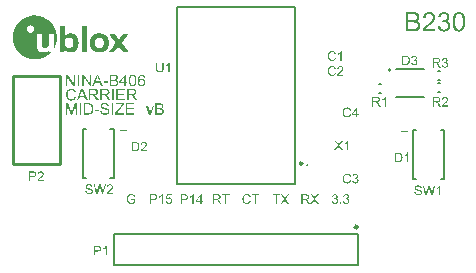
<source format=gto>
G04*
G04 #@! TF.GenerationSoftware,Altium Limited,Altium Designer,21.6.4 (81)*
G04*
G04 Layer_Color=65535*
%FSLAX44Y44*%
%MOMM*%
G71*
G04*
G04 #@! TF.SameCoordinates,1B3A0675-FE53-4D0F-B245-581B64E9A93D*
G04*
G04*
G04 #@! TF.FilePolarity,Positive*
G04*
G01*
G75*
%ADD10C,0.2540*%
%ADD11C,0.1270*%
%ADD12C,0.1500*%
%ADD13C,0.2000*%
%ADD14C,0.1016*%
G36*
X120300Y161959D02*
X120378D01*
X120476Y161945D01*
X120589Y161931D01*
X120715Y161910D01*
X120856Y161889D01*
X120997Y161853D01*
X121152Y161811D01*
X121306Y161755D01*
X121461Y161692D01*
X121623Y161621D01*
X121778Y161530D01*
X121925Y161431D01*
X122066Y161319D01*
X122073Y161312D01*
X122101Y161291D01*
X122136Y161248D01*
X122186Y161199D01*
X122242Y161136D01*
X122305Y161051D01*
X122376Y160960D01*
X122453Y160854D01*
X122530Y160735D01*
X122608Y160601D01*
X122685Y160453D01*
X122749Y160292D01*
X122819Y160123D01*
X122875Y159940D01*
X122917Y159743D01*
X122953Y159539D01*
X121764Y159447D01*
Y159454D01*
X121757Y159475D01*
X121749Y159518D01*
X121735Y159560D01*
X121714Y159623D01*
X121700Y159686D01*
X121644Y159841D01*
X121581Y160003D01*
X121503Y160172D01*
X121412Y160334D01*
X121362Y160404D01*
X121306Y160467D01*
X121299Y160474D01*
X121285Y160488D01*
X121257Y160517D01*
X121222Y160545D01*
X121173Y160587D01*
X121116Y160629D01*
X121053Y160679D01*
X120976Y160728D01*
X120891Y160770D01*
X120800Y160819D01*
X120708Y160861D01*
X120603Y160904D01*
X120490Y160932D01*
X120371Y160960D01*
X120244Y160974D01*
X120117Y160981D01*
X120061D01*
X120019Y160974D01*
X119970D01*
X119913Y160967D01*
X119850Y160953D01*
X119773Y160939D01*
X119618Y160904D01*
X119449Y160847D01*
X119280Y160763D01*
X119195Y160714D01*
X119111Y160657D01*
X119104Y160650D01*
X119090Y160636D01*
X119055Y160615D01*
X119020Y160580D01*
X118970Y160538D01*
X118914Y160488D01*
X118858Y160425D01*
X118787Y160355D01*
X118717Y160277D01*
X118647Y160186D01*
X118569Y160088D01*
X118499Y159982D01*
X118422Y159862D01*
X118351Y159736D01*
X118281Y159602D01*
X118217Y159461D01*
Y159454D01*
X118203Y159426D01*
X118189Y159377D01*
X118168Y159313D01*
X118140Y159236D01*
X118112Y159138D01*
X118084Y159018D01*
X118056Y158884D01*
X118028Y158737D01*
X117992Y158568D01*
X117964Y158378D01*
X117943Y158181D01*
X117922Y157963D01*
X117901Y157731D01*
X117894Y157477D01*
X117887Y157210D01*
X117894Y157217D01*
X117908Y157238D01*
X117929Y157273D01*
X117964Y157315D01*
X118006Y157372D01*
X118056Y157435D01*
X118112Y157505D01*
X118182Y157583D01*
X118253Y157660D01*
X118330Y157738D01*
X118513Y157899D01*
X118710Y158054D01*
X118823Y158125D01*
X118935Y158188D01*
X118942Y158195D01*
X118963Y158202D01*
X118998Y158216D01*
X119041Y158237D01*
X119104Y158265D01*
X119167Y158293D01*
X119245Y158322D01*
X119336Y158350D01*
X119428Y158378D01*
X119533Y158406D01*
X119751Y158462D01*
X119998Y158497D01*
X120124Y158511D01*
X120307D01*
X120371Y158504D01*
X120448Y158497D01*
X120553Y158483D01*
X120673Y158462D01*
X120807Y158434D01*
X120955Y158399D01*
X121109Y158357D01*
X121271Y158293D01*
X121440Y158223D01*
X121616Y158139D01*
X121785Y158033D01*
X121954Y157920D01*
X122122Y157780D01*
X122284Y157625D01*
X122291Y157618D01*
X122319Y157583D01*
X122362Y157534D01*
X122418Y157463D01*
X122481Y157379D01*
X122552Y157273D01*
X122629Y157154D01*
X122706Y157013D01*
X122784Y156858D01*
X122861Y156682D01*
X122931Y156499D01*
X122995Y156295D01*
X123051Y156077D01*
X123093Y155852D01*
X123122Y155606D01*
X123128Y155352D01*
Y155345D01*
Y155310D01*
Y155261D01*
X123122Y155198D01*
X123115Y155113D01*
X123107Y155022D01*
X123093Y154916D01*
X123079Y154796D01*
X123058Y154670D01*
X123030Y154536D01*
X123002Y154396D01*
X122960Y154248D01*
X122910Y154100D01*
X122861Y153952D01*
X122798Y153798D01*
X122727Y153650D01*
X122720Y153643D01*
X122706Y153615D01*
X122685Y153572D01*
X122657Y153523D01*
X122615Y153453D01*
X122566Y153375D01*
X122509Y153298D01*
X122446Y153206D01*
X122369Y153108D01*
X122291Y153009D01*
X122200Y152911D01*
X122101Y152812D01*
X122003Y152714D01*
X121890Y152615D01*
X121771Y152531D01*
X121644Y152447D01*
X121637Y152439D01*
X121616Y152425D01*
X121574Y152411D01*
X121524Y152383D01*
X121454Y152348D01*
X121377Y152313D01*
X121292Y152278D01*
X121187Y152242D01*
X121081Y152200D01*
X120962Y152165D01*
X120828Y152130D01*
X120694Y152095D01*
X120546Y152067D01*
X120399Y152053D01*
X120237Y152038D01*
X120075Y152031D01*
X120012D01*
X119977Y152038D01*
X119934D01*
X119829Y152045D01*
X119702Y152067D01*
X119554Y152088D01*
X119392Y152123D01*
X119210Y152172D01*
X119020Y152228D01*
X118823Y152299D01*
X118626Y152390D01*
X118422Y152496D01*
X118217Y152622D01*
X118013Y152770D01*
X117823Y152939D01*
X117641Y153129D01*
X117634Y153143D01*
X117598Y153178D01*
X117556Y153249D01*
X117493Y153340D01*
X117423Y153460D01*
X117380Y153530D01*
X117345Y153608D01*
X117303Y153692D01*
X117261Y153783D01*
X117211Y153889D01*
X117169Y153995D01*
X117127Y154107D01*
X117085Y154227D01*
X117036Y154360D01*
X116993Y154494D01*
X116958Y154642D01*
X116916Y154789D01*
X116881Y154951D01*
X116846Y155120D01*
X116810Y155296D01*
X116782Y155479D01*
X116761Y155669D01*
X116740Y155866D01*
X116719Y156077D01*
X116712Y156288D01*
X116698Y156513D01*
Y156746D01*
Y156753D01*
Y156781D01*
Y156816D01*
Y156872D01*
X116705Y156935D01*
Y157013D01*
X116712Y157104D01*
Y157210D01*
X116719Y157315D01*
X116733Y157442D01*
X116740Y157569D01*
X116754Y157709D01*
X116782Y157998D01*
X116832Y158314D01*
X116881Y158645D01*
X116951Y158990D01*
X117036Y159328D01*
X117134Y159665D01*
X117254Y159996D01*
X117394Y160306D01*
X117472Y160453D01*
X117556Y160587D01*
X117648Y160721D01*
X117739Y160847D01*
X117753Y160861D01*
X117781Y160897D01*
X117831Y160953D01*
X117908Y161023D01*
X117999Y161108D01*
X118105Y161199D01*
X118239Y161305D01*
X118386Y161410D01*
X118555Y161509D01*
X118738Y161614D01*
X118935Y161706D01*
X119153Y161790D01*
X119392Y161861D01*
X119639Y161917D01*
X119906Y161952D01*
X120188Y161966D01*
X120237D01*
X120300Y161959D01*
D02*
G37*
G36*
X91566Y155113D02*
X87879D01*
Y156316D01*
X91566D01*
Y155113D01*
D02*
G37*
G36*
X77269Y152193D02*
X75939D01*
X70838Y159834D01*
Y152193D01*
X69600D01*
Y161931D01*
X70923D01*
X76031Y154283D01*
Y161931D01*
X77269D01*
Y152193D01*
D02*
G37*
G36*
X63669D02*
X62339D01*
X57238Y159834D01*
Y152193D01*
X56000D01*
Y161931D01*
X57323D01*
X62431Y154283D01*
Y161931D01*
X63669D01*
Y152193D01*
D02*
G37*
G36*
X106651Y155620D02*
X107966D01*
Y154522D01*
X106651D01*
Y152193D01*
X105455D01*
Y154522D01*
X101233D01*
Y155620D01*
X105673Y161931D01*
X106651D01*
Y155620D01*
D02*
G37*
G36*
X96815Y161924D02*
X96913D01*
X97019Y161917D01*
X97145Y161903D01*
X97272Y161896D01*
X97413Y161875D01*
X97560Y161861D01*
X97856Y161804D01*
X98151Y161727D01*
X98292Y161685D01*
X98419Y161628D01*
X98426D01*
X98447Y161614D01*
X98482Y161600D01*
X98531Y161572D01*
X98588Y161544D01*
X98651Y161502D01*
X98728Y161459D01*
X98806Y161403D01*
X98890Y161347D01*
X98975Y161276D01*
X99059Y161206D01*
X99150Y161122D01*
X99235Y161030D01*
X99319Y160939D01*
X99397Y160833D01*
X99474Y160721D01*
X99481Y160714D01*
X99488Y160693D01*
X99509Y160657D01*
X99537Y160615D01*
X99566Y160559D01*
X99594Y160488D01*
X99629Y160418D01*
X99671Y160334D01*
X99706Y160235D01*
X99741Y160137D01*
X99798Y159919D01*
X99847Y159679D01*
X99854Y159560D01*
X99861Y159433D01*
Y159426D01*
Y159405D01*
Y159370D01*
X99854Y159328D01*
Y159271D01*
X99840Y159208D01*
X99833Y159131D01*
X99819Y159053D01*
X99777Y158870D01*
X99713Y158673D01*
X99678Y158568D01*
X99629Y158469D01*
X99580Y158364D01*
X99516Y158258D01*
X99509Y158251D01*
X99502Y158237D01*
X99481Y158209D01*
X99453Y158167D01*
X99418Y158117D01*
X99376Y158068D01*
X99319Y158005D01*
X99263Y157942D01*
X99193Y157871D01*
X99122Y157801D01*
X99038Y157731D01*
X98947Y157653D01*
X98841Y157576D01*
X98735Y157505D01*
X98623Y157435D01*
X98496Y157372D01*
X98503D01*
X98538Y157358D01*
X98581Y157344D01*
X98644Y157322D01*
X98714Y157294D01*
X98799Y157259D01*
X98897Y157217D01*
X98996Y157161D01*
X99108Y157104D01*
X99221Y157041D01*
X99333Y156971D01*
X99446Y156886D01*
X99552Y156802D01*
X99664Y156703D01*
X99763Y156598D01*
X99854Y156485D01*
X99861Y156478D01*
X99875Y156457D01*
X99896Y156422D01*
X99931Y156373D01*
X99967Y156316D01*
X100009Y156246D01*
X100051Y156161D01*
X100093Y156070D01*
X100135Y155964D01*
X100185Y155852D01*
X100220Y155732D01*
X100255Y155599D01*
X100290Y155465D01*
X100311Y155317D01*
X100325Y155169D01*
X100332Y155015D01*
Y155008D01*
Y154986D01*
Y154944D01*
X100325Y154895D01*
Y154839D01*
X100318Y154768D01*
X100311Y154684D01*
X100297Y154600D01*
X100262Y154403D01*
X100206Y154184D01*
X100135Y153959D01*
X100037Y153734D01*
Y153727D01*
X100023Y153706D01*
X100009Y153678D01*
X99988Y153636D01*
X99960Y153586D01*
X99924Y153530D01*
X99840Y153404D01*
X99734Y153256D01*
X99615Y153108D01*
X99481Y152960D01*
X99326Y152834D01*
X99319D01*
X99305Y152819D01*
X99284Y152805D01*
X99249Y152784D01*
X99207Y152756D01*
X99158Y152728D01*
X99101Y152693D01*
X99038Y152658D01*
X98961Y152615D01*
X98883Y152580D01*
X98700Y152496D01*
X98496Y152425D01*
X98264Y152355D01*
X98257D01*
X98236Y152348D01*
X98201Y152341D01*
X98151Y152327D01*
X98088Y152320D01*
X98011Y152306D01*
X97926Y152292D01*
X97828Y152278D01*
X97722Y152257D01*
X97603Y152242D01*
X97469Y152228D01*
X97335Y152221D01*
X97188Y152207D01*
X97033Y152200D01*
X96864Y152193D01*
X92987D01*
Y161931D01*
X96737D01*
X96815Y161924D01*
D02*
G37*
G36*
X87478Y152193D02*
X86015D01*
X84889Y155141D01*
X80801D01*
X79739Y152193D01*
X78381D01*
X82117Y161931D01*
X83496D01*
X87478Y152193D01*
D02*
G37*
G36*
X67342D02*
X66054D01*
Y161931D01*
X67342D01*
Y152193D01*
D02*
G37*
G36*
X112490Y161959D02*
X112554D01*
X112638Y161952D01*
X112723Y161938D01*
X112821Y161924D01*
X113032Y161889D01*
X113264Y161832D01*
X113504Y161755D01*
X113616Y161706D01*
X113729Y161649D01*
X113736D01*
X113757Y161635D01*
X113785Y161614D01*
X113827Y161593D01*
X113876Y161558D01*
X113933Y161516D01*
X114003Y161474D01*
X114073Y161417D01*
X114228Y161291D01*
X114390Y161129D01*
X114552Y160946D01*
X114700Y160735D01*
X114707Y160728D01*
X114714Y160707D01*
X114735Y160671D01*
X114763Y160629D01*
X114798Y160573D01*
X114833Y160503D01*
X114875Y160425D01*
X114918Y160334D01*
X114967Y160235D01*
X115016Y160123D01*
X115065Y160003D01*
X115122Y159876D01*
X115171Y159743D01*
X115213Y159602D01*
X115262Y159447D01*
X115305Y159292D01*
Y159285D01*
X115312Y159250D01*
X115326Y159208D01*
X115340Y159138D01*
X115354Y159053D01*
X115375Y158948D01*
X115396Y158828D01*
X115417Y158687D01*
X115438Y158533D01*
X115459Y158357D01*
X115481Y158167D01*
X115495Y157963D01*
X115509Y157745D01*
X115523Y157505D01*
X115530Y157259D01*
Y156992D01*
Y156985D01*
Y156971D01*
Y156950D01*
Y156914D01*
Y156879D01*
Y156830D01*
X115523Y156774D01*
Y156710D01*
X115516Y156562D01*
X115509Y156394D01*
X115502Y156211D01*
X115488Y156007D01*
X115466Y155789D01*
X115445Y155563D01*
X115382Y155106D01*
X115340Y154874D01*
X115291Y154649D01*
X115234Y154431D01*
X115171Y154227D01*
X115164Y154213D01*
X115157Y154177D01*
X115136Y154128D01*
X115108Y154051D01*
X115065Y153966D01*
X115023Y153861D01*
X114967Y153748D01*
X114911Y153629D01*
X114840Y153502D01*
X114756Y153368D01*
X114671Y153235D01*
X114580Y153094D01*
X114474Y152960D01*
X114362Y152834D01*
X114242Y152714D01*
X114116Y152601D01*
X114109Y152594D01*
X114080Y152580D01*
X114045Y152552D01*
X113989Y152510D01*
X113919Y152468D01*
X113841Y152418D01*
X113743Y152369D01*
X113637Y152320D01*
X113511Y152264D01*
X113377Y152214D01*
X113236Y152165D01*
X113081Y152123D01*
X112913Y152088D01*
X112737Y152060D01*
X112554Y152038D01*
X112357Y152031D01*
X112293D01*
X112223Y152038D01*
X112125Y152045D01*
X112005Y152060D01*
X111864Y152088D01*
X111716Y152116D01*
X111548Y152158D01*
X111372Y152207D01*
X111196Y152278D01*
X111013Y152355D01*
X110823Y152454D01*
X110640Y152566D01*
X110464Y152700D01*
X110295Y152855D01*
X110140Y153031D01*
Y153038D01*
X110133Y153045D01*
X110119Y153066D01*
X110098Y153087D01*
X110077Y153122D01*
X110049Y153164D01*
X110021Y153206D01*
X109993Y153263D01*
X109958Y153326D01*
X109915Y153396D01*
X109880Y153474D01*
X109838Y153558D01*
X109796Y153657D01*
X109754Y153755D01*
X109704Y153868D01*
X109662Y153980D01*
X109620Y154107D01*
X109571Y154241D01*
X109528Y154381D01*
X109486Y154536D01*
X109444Y154691D01*
X109409Y154860D01*
X109367Y155029D01*
X109331Y155219D01*
X109303Y155409D01*
X109275Y155606D01*
X109247Y155817D01*
X109226Y156035D01*
X109205Y156260D01*
X109198Y156492D01*
X109184Y156738D01*
Y156992D01*
Y156999D01*
Y157013D01*
Y157034D01*
Y157069D01*
Y157111D01*
Y157161D01*
X109191Y157217D01*
Y157280D01*
X109198Y157421D01*
X109205Y157590D01*
X109212Y157780D01*
X109226Y157984D01*
X109247Y158202D01*
X109268Y158427D01*
X109331Y158891D01*
X109374Y159124D01*
X109423Y159349D01*
X109472Y159567D01*
X109535Y159771D01*
X109542Y159785D01*
X109549Y159820D01*
X109571Y159869D01*
X109599Y159947D01*
X109641Y160031D01*
X109683Y160137D01*
X109739Y160249D01*
X109803Y160369D01*
X109866Y160495D01*
X109951Y160629D01*
X110035Y160770D01*
X110126Y160904D01*
X110232Y161037D01*
X110344Y161164D01*
X110464Y161283D01*
X110591Y161396D01*
X110598Y161403D01*
X110626Y161424D01*
X110661Y161452D01*
X110717Y161488D01*
X110788Y161530D01*
X110872Y161579D01*
X110964Y161628D01*
X111076Y161685D01*
X111196Y161734D01*
X111329Y161783D01*
X111477Y161832D01*
X111632Y161875D01*
X111801Y161917D01*
X111977Y161945D01*
X112160Y161959D01*
X112357Y161966D01*
X112434D01*
X112490Y161959D01*
D02*
G37*
G36*
X60735Y150077D02*
X60841Y150070D01*
X60967Y150063D01*
X61108Y150042D01*
X61270Y150021D01*
X61453Y149993D01*
X61643Y149950D01*
X61840Y149901D01*
X62044Y149845D01*
X62248Y149767D01*
X62452Y149683D01*
X62663Y149584D01*
X62860Y149472D01*
X63050Y149338D01*
X63064Y149331D01*
X63092Y149303D01*
X63148Y149261D01*
X63212Y149197D01*
X63296Y149127D01*
X63388Y149029D01*
X63486Y148923D01*
X63599Y148796D01*
X63711Y148656D01*
X63831Y148501D01*
X63943Y148325D01*
X64056Y148142D01*
X64169Y147938D01*
X64267Y147720D01*
X64366Y147488D01*
X64443Y147241D01*
X63176Y146946D01*
X63169Y146960D01*
X63162Y146995D01*
X63141Y147044D01*
X63113Y147122D01*
X63078Y147206D01*
X63036Y147305D01*
X62979Y147417D01*
X62923Y147537D01*
X62860Y147664D01*
X62783Y147790D01*
X62705Y147917D01*
X62614Y148051D01*
X62515Y148170D01*
X62417Y148290D01*
X62304Y148395D01*
X62184Y148494D01*
X62177Y148501D01*
X62156Y148515D01*
X62121Y148536D01*
X62072Y148571D01*
X62009Y148606D01*
X61931Y148649D01*
X61840Y148691D01*
X61741Y148740D01*
X61629Y148782D01*
X61509Y148825D01*
X61375Y148867D01*
X61235Y148902D01*
X61080Y148937D01*
X60918Y148958D01*
X60749Y148972D01*
X60566Y148979D01*
X60461D01*
X60383Y148972D01*
X60285Y148965D01*
X60172Y148951D01*
X60045Y148937D01*
X59912Y148909D01*
X59764Y148881D01*
X59616Y148846D01*
X59462Y148803D01*
X59300Y148754D01*
X59145Y148691D01*
X58990Y148614D01*
X58835Y148536D01*
X58688Y148438D01*
X58681Y148431D01*
X58653Y148417D01*
X58617Y148381D01*
X58568Y148339D01*
X58505Y148283D01*
X58434Y148219D01*
X58357Y148142D01*
X58273Y148058D01*
X58188Y147959D01*
X58097Y147854D01*
X58012Y147734D01*
X57928Y147600D01*
X57843Y147467D01*
X57766Y147319D01*
X57696Y147164D01*
X57632Y146995D01*
Y146988D01*
X57618Y146953D01*
X57604Y146904D01*
X57583Y146840D01*
X57562Y146756D01*
X57534Y146657D01*
X57513Y146545D01*
X57484Y146418D01*
X57456Y146285D01*
X57428Y146137D01*
X57400Y145982D01*
X57379Y145820D01*
X57344Y145483D01*
X57337Y145307D01*
X57330Y145124D01*
Y145110D01*
Y145067D01*
Y145004D01*
X57337Y144913D01*
X57344Y144807D01*
X57351Y144681D01*
X57358Y144540D01*
X57372Y144392D01*
X57393Y144223D01*
X57414Y144047D01*
X57484Y143688D01*
X57520Y143498D01*
X57569Y143315D01*
X57625Y143133D01*
X57689Y142957D01*
X57696Y142950D01*
X57703Y142914D01*
X57724Y142872D01*
X57759Y142809D01*
X57794Y142732D01*
X57843Y142640D01*
X57900Y142542D01*
X57963Y142436D01*
X58040Y142331D01*
X58125Y142218D01*
X58216Y142098D01*
X58315Y141986D01*
X58427Y141873D01*
X58547Y141768D01*
X58674Y141669D01*
X58814Y141578D01*
X58821Y141571D01*
X58850Y141557D01*
X58892Y141536D01*
X58948Y141507D01*
X59018Y141472D01*
X59103Y141430D01*
X59201Y141395D01*
X59307Y141353D01*
X59426Y141303D01*
X59553Y141268D01*
X59694Y141226D01*
X59834Y141191D01*
X59989Y141163D01*
X60144Y141141D01*
X60306Y141127D01*
X60468Y141120D01*
X60517D01*
X60573Y141127D01*
X60651D01*
X60742Y141141D01*
X60848Y141156D01*
X60974Y141170D01*
X61101Y141198D01*
X61242Y141233D01*
X61389Y141275D01*
X61544Y141324D01*
X61699Y141381D01*
X61854Y141451D01*
X62009Y141536D01*
X62156Y141634D01*
X62304Y141740D01*
X62311Y141747D01*
X62339Y141768D01*
X62374Y141803D01*
X62424Y141859D01*
X62487Y141922D01*
X62557Y142000D01*
X62635Y142098D01*
X62712Y142204D01*
X62797Y142331D01*
X62881Y142464D01*
X62972Y142619D01*
X63050Y142788D01*
X63134Y142964D01*
X63205Y143161D01*
X63268Y143365D01*
X63324Y143590D01*
X64612Y143266D01*
Y143259D01*
X64605Y143245D01*
X64598Y143224D01*
X64591Y143196D01*
X64584Y143161D01*
X64570Y143111D01*
X64534Y143006D01*
X64485Y142872D01*
X64429Y142725D01*
X64359Y142556D01*
X64274Y142373D01*
X64183Y142176D01*
X64077Y141979D01*
X63958Y141782D01*
X63824Y141578D01*
X63676Y141381D01*
X63514Y141191D01*
X63338Y141015D01*
X63148Y140846D01*
X63134Y140839D01*
X63099Y140811D01*
X63043Y140769D01*
X62958Y140719D01*
X62860Y140656D01*
X62733Y140586D01*
X62593Y140508D01*
X62431Y140431D01*
X62255Y140353D01*
X62058Y140276D01*
X61847Y140206D01*
X61622Y140142D01*
X61375Y140093D01*
X61122Y140051D01*
X60855Y140023D01*
X60573Y140016D01*
X60468D01*
X60418Y140023D01*
X60313D01*
X60179Y140037D01*
X60024Y140051D01*
X59848Y140072D01*
X59666Y140093D01*
X59462Y140128D01*
X59257Y140170D01*
X59039Y140227D01*
X58828Y140283D01*
X58617Y140360D01*
X58406Y140445D01*
X58202Y140543D01*
X58012Y140656D01*
X57998Y140663D01*
X57970Y140684D01*
X57921Y140726D01*
X57850Y140776D01*
X57766Y140839D01*
X57674Y140923D01*
X57569Y141015D01*
X57456Y141127D01*
X57337Y141254D01*
X57217Y141388D01*
X57091Y141543D01*
X56964Y141704D01*
X56844Y141887D01*
X56725Y142077D01*
X56612Y142288D01*
X56514Y142506D01*
Y142513D01*
X56507Y142521D01*
X56493Y142563D01*
X56464Y142626D01*
X56436Y142718D01*
X56394Y142830D01*
X56352Y142964D01*
X56302Y143118D01*
X56260Y143287D01*
X56211Y143477D01*
X56162Y143681D01*
X56120Y143892D01*
X56077Y144125D01*
X56049Y144357D01*
X56021Y144603D01*
X56007Y144856D01*
X56000Y145117D01*
Y145124D01*
Y145138D01*
Y145159D01*
Y145187D01*
Y145222D01*
X56007Y145264D01*
Y145370D01*
X56021Y145504D01*
X56028Y145658D01*
X56049Y145834D01*
X56070Y146024D01*
X56105Y146221D01*
X56141Y146432D01*
X56190Y146657D01*
X56246Y146883D01*
X56309Y147108D01*
X56387Y147333D01*
X56478Y147551D01*
X56577Y147769D01*
X56584Y147783D01*
X56605Y147818D01*
X56640Y147875D01*
X56682Y147959D01*
X56746Y148051D01*
X56816Y148156D01*
X56908Y148283D01*
X57006Y148409D01*
X57112Y148543D01*
X57238Y148691D01*
X57372Y148832D01*
X57520Y148972D01*
X57681Y149113D01*
X57850Y149247D01*
X58033Y149373D01*
X58230Y149493D01*
X58244Y149500D01*
X58280Y149521D01*
X58336Y149549D01*
X58420Y149584D01*
X58519Y149634D01*
X58638Y149683D01*
X58779Y149732D01*
X58927Y149788D01*
X59096Y149845D01*
X59279Y149894D01*
X59476Y149950D01*
X59680Y149993D01*
X59898Y150028D01*
X60123Y150056D01*
X60355Y150077D01*
X60594Y150084D01*
X60693D01*
X60735Y150077D01*
D02*
G37*
G36*
X112300Y149908D02*
X112413D01*
X112540Y149901D01*
X112673Y149894D01*
X112828Y149880D01*
X112983Y149866D01*
X113145Y149852D01*
X113475Y149803D01*
X113630Y149774D01*
X113785Y149739D01*
X113933Y149697D01*
X114066Y149648D01*
X114073D01*
X114095Y149634D01*
X114130Y149620D01*
X114179Y149599D01*
X114235Y149570D01*
X114299Y149528D01*
X114376Y149486D01*
X114453Y149437D01*
X114538Y149373D01*
X114629Y149310D01*
X114721Y149233D01*
X114812Y149148D01*
X114897Y149050D01*
X114988Y148951D01*
X115072Y148839D01*
X115150Y148719D01*
X115157Y148712D01*
X115171Y148691D01*
X115185Y148656D01*
X115213Y148606D01*
X115241Y148543D01*
X115277Y148466D01*
X115319Y148381D01*
X115354Y148290D01*
X115389Y148184D01*
X115431Y148072D01*
X115466Y147952D01*
X115495Y147825D01*
X115523Y147692D01*
X115544Y147551D01*
X115551Y147403D01*
X115558Y147256D01*
Y147241D01*
Y147213D01*
X115551Y147157D01*
Y147080D01*
X115537Y146995D01*
X115523Y146890D01*
X115502Y146777D01*
X115474Y146650D01*
X115438Y146517D01*
X115396Y146376D01*
X115340Y146228D01*
X115277Y146081D01*
X115199Y145933D01*
X115108Y145792D01*
X115002Y145644D01*
X114883Y145511D01*
X114875Y145504D01*
X114854Y145483D01*
X114812Y145447D01*
X114756Y145398D01*
X114686Y145342D01*
X114594Y145279D01*
X114496Y145208D01*
X114376Y145131D01*
X114235Y145053D01*
X114087Y144976D01*
X113912Y144906D01*
X113729Y144828D01*
X113525Y144765D01*
X113307Y144702D01*
X113067Y144652D01*
X112814Y144610D01*
X112821D01*
X112835Y144596D01*
X112863Y144589D01*
X112899Y144568D01*
X112941Y144547D01*
X112990Y144519D01*
X113103Y144455D01*
X113229Y144385D01*
X113356Y144300D01*
X113475Y144216D01*
X113588Y144125D01*
X113595Y144118D01*
X113616Y144103D01*
X113644Y144068D01*
X113687Y144033D01*
X113736Y143977D01*
X113792Y143921D01*
X113862Y143850D01*
X113933Y143766D01*
X114010Y143674D01*
X114095Y143576D01*
X114186Y143470D01*
X114277Y143358D01*
X114369Y143231D01*
X114467Y143104D01*
X114657Y142823D01*
X116339Y140177D01*
X114728D01*
X113440Y142204D01*
X113433Y142211D01*
X113412Y142239D01*
X113384Y142288D01*
X113349Y142345D01*
X113300Y142422D01*
X113243Y142506D01*
X113180Y142598D01*
X113117Y142696D01*
X112969Y142914D01*
X112814Y143140D01*
X112659Y143351D01*
X112582Y143449D01*
X112512Y143541D01*
X112505Y143548D01*
X112497Y143562D01*
X112476Y143583D01*
X112448Y143618D01*
X112378Y143702D01*
X112293Y143801D01*
X112188Y143906D01*
X112082Y144019D01*
X111970Y144118D01*
X111857Y144195D01*
X111843Y144202D01*
X111808Y144223D01*
X111752Y144258D01*
X111674Y144293D01*
X111590Y144336D01*
X111491Y144385D01*
X111386Y144420D01*
X111273Y144455D01*
X111266D01*
X111231Y144462D01*
X111175Y144469D01*
X111104Y144483D01*
X111006Y144490D01*
X110879Y144497D01*
X110731Y144505D01*
X109064D01*
Y140177D01*
X107776D01*
Y149915D01*
X112216D01*
X112300Y149908D01*
D02*
G37*
G36*
X105750Y148768D02*
X100002D01*
Y145785D01*
X105384D01*
Y144638D01*
X100002D01*
Y141324D01*
X105975D01*
Y140177D01*
X98714D01*
Y149915D01*
X105750D01*
Y148768D01*
D02*
G37*
G36*
X96414Y140177D02*
X95126D01*
Y149915D01*
X96414D01*
Y140177D01*
D02*
G37*
G36*
X89631Y149908D02*
X89744D01*
X89870Y149901D01*
X90004Y149894D01*
X90159Y149880D01*
X90314Y149866D01*
X90475Y149852D01*
X90806Y149803D01*
X90961Y149774D01*
X91116Y149739D01*
X91263Y149697D01*
X91397Y149648D01*
X91404D01*
X91425Y149634D01*
X91460Y149620D01*
X91510Y149599D01*
X91566Y149570D01*
X91629Y149528D01*
X91707Y149486D01*
X91784Y149437D01*
X91868Y149373D01*
X91960Y149310D01*
X92051Y149233D01*
X92143Y149148D01*
X92227Y149050D01*
X92319Y148951D01*
X92403Y148839D01*
X92481Y148719D01*
X92488Y148712D01*
X92502Y148691D01*
X92516Y148656D01*
X92544Y148606D01*
X92572Y148543D01*
X92607Y148466D01*
X92649Y148381D01*
X92685Y148290D01*
X92720Y148184D01*
X92762Y148072D01*
X92797Y147952D01*
X92825Y147825D01*
X92853Y147692D01*
X92875Y147551D01*
X92882Y147403D01*
X92889Y147256D01*
Y147241D01*
Y147213D01*
X92882Y147157D01*
Y147080D01*
X92868Y146995D01*
X92853Y146890D01*
X92832Y146777D01*
X92804Y146650D01*
X92769Y146517D01*
X92727Y146376D01*
X92671Y146228D01*
X92607Y146081D01*
X92530Y145933D01*
X92438Y145792D01*
X92333Y145644D01*
X92213Y145511D01*
X92206Y145504D01*
X92185Y145483D01*
X92143Y145447D01*
X92087Y145398D01*
X92016Y145342D01*
X91925Y145279D01*
X91826Y145208D01*
X91707Y145131D01*
X91566Y145053D01*
X91418Y144976D01*
X91242Y144906D01*
X91059Y144828D01*
X90855Y144765D01*
X90637Y144702D01*
X90398Y144652D01*
X90145Y144610D01*
X90152D01*
X90166Y144596D01*
X90194Y144589D01*
X90229Y144568D01*
X90271Y144547D01*
X90321Y144519D01*
X90433Y144455D01*
X90560Y144385D01*
X90687Y144300D01*
X90806Y144216D01*
X90919Y144125D01*
X90926Y144118D01*
X90947Y144103D01*
X90975Y144068D01*
X91017Y144033D01*
X91066Y143977D01*
X91123Y143921D01*
X91193Y143850D01*
X91263Y143766D01*
X91341Y143674D01*
X91425Y143576D01*
X91517Y143470D01*
X91608Y143358D01*
X91700Y143231D01*
X91798Y143104D01*
X91988Y142823D01*
X93670Y140177D01*
X92058D01*
X90771Y142204D01*
X90764Y142211D01*
X90743Y142239D01*
X90715Y142288D01*
X90679Y142345D01*
X90630Y142422D01*
X90574Y142506D01*
X90511Y142598D01*
X90447Y142696D01*
X90300Y142914D01*
X90145Y143140D01*
X89990Y143351D01*
X89913Y143449D01*
X89842Y143541D01*
X89835Y143548D01*
X89828Y143562D01*
X89807Y143583D01*
X89779Y143618D01*
X89708Y143702D01*
X89624Y143801D01*
X89518Y143906D01*
X89413Y144019D01*
X89300Y144118D01*
X89188Y144195D01*
X89174Y144202D01*
X89139Y144223D01*
X89082Y144258D01*
X89005Y144293D01*
X88920Y144336D01*
X88822Y144385D01*
X88716Y144420D01*
X88604Y144455D01*
X88597D01*
X88562Y144462D01*
X88505Y144469D01*
X88435Y144483D01*
X88336Y144490D01*
X88210Y144497D01*
X88062Y144505D01*
X86395D01*
Y140177D01*
X85107D01*
Y149915D01*
X89547D01*
X89631Y149908D01*
D02*
G37*
G36*
X79809D02*
X79922D01*
X80048Y149901D01*
X80182Y149894D01*
X80337Y149880D01*
X80492Y149866D01*
X80653Y149852D01*
X80984Y149803D01*
X81139Y149774D01*
X81294Y149739D01*
X81441Y149697D01*
X81575Y149648D01*
X81582D01*
X81603Y149634D01*
X81638Y149620D01*
X81688Y149599D01*
X81744Y149570D01*
X81807Y149528D01*
X81885Y149486D01*
X81962Y149437D01*
X82046Y149373D01*
X82138Y149310D01*
X82229Y149233D01*
X82321Y149148D01*
X82405Y149050D01*
X82497Y148951D01*
X82581Y148839D01*
X82659Y148719D01*
X82666Y148712D01*
X82680Y148691D01*
X82694Y148656D01*
X82722Y148606D01*
X82750Y148543D01*
X82785Y148466D01*
X82828Y148381D01*
X82863Y148290D01*
X82898Y148184D01*
X82940Y148072D01*
X82975Y147952D01*
X83003Y147825D01*
X83032Y147692D01*
X83053Y147551D01*
X83060Y147403D01*
X83067Y147256D01*
Y147241D01*
Y147213D01*
X83060Y147157D01*
Y147080D01*
X83046Y146995D01*
X83032Y146890D01*
X83010Y146777D01*
X82982Y146650D01*
X82947Y146517D01*
X82905Y146376D01*
X82849Y146228D01*
X82785Y146081D01*
X82708Y145933D01*
X82616Y145792D01*
X82511Y145644D01*
X82391Y145511D01*
X82384Y145504D01*
X82363Y145483D01*
X82321Y145447D01*
X82265Y145398D01*
X82194Y145342D01*
X82103Y145279D01*
X82004Y145208D01*
X81885Y145131D01*
X81744Y145053D01*
X81596Y144976D01*
X81420Y144906D01*
X81237Y144828D01*
X81033Y144765D01*
X80815Y144702D01*
X80576Y144652D01*
X80323Y144610D01*
X80330D01*
X80344Y144596D01*
X80372Y144589D01*
X80407Y144568D01*
X80449Y144547D01*
X80499Y144519D01*
X80611Y144455D01*
X80738Y144385D01*
X80864Y144300D01*
X80984Y144216D01*
X81097Y144125D01*
X81104Y144118D01*
X81125Y144103D01*
X81153Y144068D01*
X81195Y144033D01*
X81244Y143977D01*
X81301Y143921D01*
X81371Y143850D01*
X81441Y143766D01*
X81519Y143674D01*
X81603Y143576D01*
X81695Y143470D01*
X81786Y143358D01*
X81878Y143231D01*
X81976Y143104D01*
X82166Y142823D01*
X83848Y140177D01*
X82236D01*
X80949Y142204D01*
X80942Y142211D01*
X80921Y142239D01*
X80893Y142288D01*
X80857Y142345D01*
X80808Y142422D01*
X80752Y142506D01*
X80689Y142598D01*
X80625Y142696D01*
X80478Y142914D01*
X80323Y143140D01*
X80168Y143351D01*
X80091Y143449D01*
X80020Y143541D01*
X80013Y143548D01*
X80006Y143562D01*
X79985Y143583D01*
X79957Y143618D01*
X79886Y143702D01*
X79802Y143801D01*
X79696Y143906D01*
X79591Y144019D01*
X79478Y144118D01*
X79366Y144195D01*
X79352Y144202D01*
X79317Y144223D01*
X79260Y144258D01*
X79183Y144293D01*
X79099Y144336D01*
X79000Y144385D01*
X78895Y144420D01*
X78782Y144455D01*
X78775D01*
X78740Y144462D01*
X78683Y144469D01*
X78613Y144483D01*
X78514Y144490D01*
X78388Y144497D01*
X78240Y144505D01*
X76573D01*
Y140177D01*
X75285D01*
Y149915D01*
X79725D01*
X79809Y149908D01*
D02*
G37*
G36*
X74237Y140177D02*
X72773D01*
X71648Y143125D01*
X67560D01*
X66497Y140177D01*
X65139D01*
X68875Y149915D01*
X70255D01*
X74237Y140177D01*
D02*
G37*
G36*
X89040Y138061D02*
X89131D01*
X89244Y138047D01*
X89364Y138040D01*
X89504Y138026D01*
X89645Y138005D01*
X89800Y137984D01*
X90117Y137921D01*
X90285Y137878D01*
X90447Y137836D01*
X90609Y137780D01*
X90764Y137716D01*
X90771Y137709D01*
X90799Y137702D01*
X90841Y137681D01*
X90898Y137653D01*
X90968Y137618D01*
X91045Y137569D01*
X91137Y137519D01*
X91228Y137456D01*
X91334Y137393D01*
X91432Y137315D01*
X91538Y137231D01*
X91643Y137140D01*
X91749Y137041D01*
X91847Y136928D01*
X91946Y136816D01*
X92030Y136689D01*
X92037Y136682D01*
X92051Y136661D01*
X92072Y136619D01*
X92101Y136570D01*
X92136Y136506D01*
X92178Y136429D01*
X92213Y136344D01*
X92262Y136246D01*
X92305Y136140D01*
X92347Y136021D01*
X92389Y135894D01*
X92424Y135760D01*
X92459Y135620D01*
X92488Y135472D01*
X92502Y135317D01*
X92516Y135162D01*
X91278Y135071D01*
Y135085D01*
X91270Y135113D01*
X91263Y135162D01*
X91249Y135226D01*
X91235Y135296D01*
X91214Y135388D01*
X91186Y135486D01*
X91151Y135592D01*
X91116Y135704D01*
X91066Y135817D01*
X91010Y135929D01*
X90947Y136049D01*
X90876Y136161D01*
X90792Y136267D01*
X90701Y136373D01*
X90602Y136464D01*
X90595Y136471D01*
X90574Y136485D01*
X90546Y136506D01*
X90497Y136541D01*
X90433Y136577D01*
X90363Y136612D01*
X90278Y136654D01*
X90180Y136703D01*
X90067Y136746D01*
X89941Y136788D01*
X89800Y136823D01*
X89652Y136865D01*
X89483Y136893D01*
X89307Y136914D01*
X89117Y136928D01*
X88913Y136935D01*
X88801D01*
X88723Y136928D01*
X88625Y136921D01*
X88519Y136914D01*
X88393Y136900D01*
X88266Y136879D01*
X87985Y136830D01*
X87844Y136795D01*
X87703Y136753D01*
X87570Y136703D01*
X87436Y136647D01*
X87316Y136584D01*
X87211Y136506D01*
X87204Y136499D01*
X87190Y136485D01*
X87162Y136464D01*
X87126Y136429D01*
X87091Y136387D01*
X87042Y136337D01*
X87000Y136281D01*
X86950Y136218D01*
X86901Y136147D01*
X86852Y136063D01*
X86768Y135887D01*
X86732Y135796D01*
X86704Y135690D01*
X86690Y135585D01*
X86683Y135472D01*
Y135465D01*
Y135451D01*
Y135423D01*
X86690Y135388D01*
X86697Y135338D01*
X86704Y135289D01*
X86732Y135169D01*
X86775Y135029D01*
X86838Y134888D01*
X86880Y134811D01*
X86936Y134740D01*
X86993Y134670D01*
X87056Y134607D01*
X87063Y134600D01*
X87077Y134593D01*
X87098Y134571D01*
X87140Y134550D01*
X87190Y134515D01*
X87260Y134480D01*
X87337Y134438D01*
X87436Y134389D01*
X87556Y134339D01*
X87689Y134283D01*
X87851Y134227D01*
X88027Y134163D01*
X88231Y134100D01*
X88456Y134037D01*
X88709Y133973D01*
X88991Y133903D01*
X88998D01*
X89012Y133896D01*
X89033D01*
X89061Y133889D01*
X89096Y133882D01*
X89139Y133868D01*
X89244Y133847D01*
X89371Y133812D01*
X89518Y133776D01*
X89680Y133741D01*
X89849Y133692D01*
X90208Y133601D01*
X90384Y133551D01*
X90560Y133495D01*
X90729Y133446D01*
X90884Y133389D01*
X91024Y133340D01*
X91144Y133291D01*
X91151Y133284D01*
X91179Y133270D01*
X91228Y133249D01*
X91285Y133221D01*
X91355Y133178D01*
X91432Y133136D01*
X91524Y133080D01*
X91622Y133017D01*
X91721Y132953D01*
X91826Y132876D01*
X92037Y132707D01*
X92234Y132510D01*
X92319Y132404D01*
X92403Y132292D01*
X92410Y132285D01*
X92424Y132264D01*
X92438Y132228D01*
X92466Y132186D01*
X92495Y132130D01*
X92530Y132060D01*
X92572Y131982D01*
X92607Y131898D01*
X92642Y131799D01*
X92685Y131694D01*
X92720Y131581D01*
X92748Y131455D01*
X92776Y131328D01*
X92797Y131194D01*
X92804Y131060D01*
X92811Y130913D01*
Y130906D01*
Y130878D01*
Y130835D01*
X92804Y130779D01*
X92797Y130709D01*
X92790Y130631D01*
X92776Y130540D01*
X92755Y130434D01*
X92734Y130329D01*
X92699Y130209D01*
X92663Y130090D01*
X92621Y129963D01*
X92572Y129836D01*
X92509Y129703D01*
X92438Y129576D01*
X92361Y129442D01*
X92354Y129435D01*
X92340Y129414D01*
X92312Y129379D01*
X92276Y129330D01*
X92234Y129274D01*
X92178Y129203D01*
X92115Y129133D01*
X92037Y129055D01*
X91953Y128971D01*
X91854Y128886D01*
X91749Y128795D01*
X91636Y128704D01*
X91517Y128619D01*
X91383Y128535D01*
X91242Y128457D01*
X91088Y128380D01*
X91081Y128373D01*
X91052Y128366D01*
X91003Y128345D01*
X90940Y128324D01*
X90862Y128295D01*
X90771Y128260D01*
X90665Y128225D01*
X90546Y128190D01*
X90412Y128155D01*
X90264Y128120D01*
X90110Y128091D01*
X89948Y128056D01*
X89779Y128035D01*
X89596Y128014D01*
X89406Y128007D01*
X89216Y128000D01*
X89089D01*
X88998Y128007D01*
X88885Y128014D01*
X88752Y128021D01*
X88604Y128035D01*
X88442Y128049D01*
X88273Y128070D01*
X88097Y128091D01*
X87724Y128162D01*
X87534Y128204D01*
X87352Y128253D01*
X87169Y128317D01*
X87000Y128380D01*
X86993Y128387D01*
X86958Y128401D01*
X86915Y128422D01*
X86852Y128450D01*
X86775Y128492D01*
X86690Y128542D01*
X86592Y128605D01*
X86493Y128668D01*
X86381Y128746D01*
X86268Y128830D01*
X86148Y128929D01*
X86036Y129034D01*
X85916Y129147D01*
X85804Y129266D01*
X85698Y129400D01*
X85600Y129541D01*
X85592Y129548D01*
X85578Y129576D01*
X85550Y129618D01*
X85522Y129675D01*
X85480Y129752D01*
X85438Y129836D01*
X85388Y129935D01*
X85346Y130047D01*
X85297Y130174D01*
X85248Y130308D01*
X85206Y130456D01*
X85163Y130603D01*
X85128Y130765D01*
X85100Y130934D01*
X85079Y131110D01*
X85072Y131293D01*
X86289Y131398D01*
Y131391D01*
X86296Y131363D01*
Y131328D01*
X86310Y131279D01*
X86317Y131215D01*
X86331Y131138D01*
X86352Y131060D01*
X86374Y130969D01*
X86423Y130779D01*
X86493Y130575D01*
X86578Y130378D01*
X86683Y130188D01*
X86690Y130181D01*
X86697Y130167D01*
X86718Y130146D01*
X86746Y130111D01*
X86775Y130069D01*
X86817Y130026D01*
X86866Y129977D01*
X86922Y129921D01*
X86986Y129865D01*
X87063Y129801D01*
X87140Y129738D01*
X87232Y129675D01*
X87323Y129611D01*
X87429Y129548D01*
X87542Y129492D01*
X87661Y129435D01*
X87668D01*
X87689Y129421D01*
X87731Y129407D01*
X87781Y129393D01*
X87844Y129372D01*
X87914Y129344D01*
X88006Y129316D01*
X88097Y129295D01*
X88203Y129266D01*
X88322Y129238D01*
X88442Y129217D01*
X88576Y129189D01*
X88857Y129161D01*
X89160Y129147D01*
X89230D01*
X89286Y129154D01*
X89350D01*
X89420Y129161D01*
X89504Y129168D01*
X89596Y129175D01*
X89800Y129203D01*
X90018Y129238D01*
X90236Y129295D01*
X90454Y129365D01*
X90461D01*
X90482Y129372D01*
X90511Y129386D01*
X90546Y129407D01*
X90595Y129428D01*
X90644Y129456D01*
X90771Y129520D01*
X90905Y129604D01*
X91045Y129710D01*
X91179Y129829D01*
X91292Y129963D01*
Y129970D01*
X91306Y129984D01*
X91320Y130005D01*
X91334Y130033D01*
X91355Y130069D01*
X91383Y130111D01*
X91432Y130216D01*
X91482Y130336D01*
X91531Y130477D01*
X91559Y130638D01*
X91573Y130800D01*
Y130807D01*
Y130821D01*
Y130842D01*
X91566Y130878D01*
Y130920D01*
X91559Y130962D01*
X91538Y131075D01*
X91510Y131194D01*
X91460Y131328D01*
X91390Y131462D01*
X91299Y131595D01*
Y131602D01*
X91285Y131609D01*
X91249Y131652D01*
X91179Y131715D01*
X91137Y131757D01*
X91088Y131799D01*
X91031Y131841D01*
X90968Y131891D01*
X90898Y131940D01*
X90813Y131989D01*
X90729Y132038D01*
X90630Y132088D01*
X90532Y132130D01*
X90419Y132179D01*
X90412D01*
X90398Y132186D01*
X90377Y132193D01*
X90335Y132207D01*
X90285Y132221D01*
X90229Y132243D01*
X90152Y132264D01*
X90060Y132292D01*
X89948Y132327D01*
X89828Y132362D01*
X89687Y132397D01*
X89526Y132440D01*
X89350Y132489D01*
X89146Y132538D01*
X88927Y132594D01*
X88688Y132651D01*
X88681D01*
X88674Y132658D01*
X88653D01*
X88632Y132665D01*
X88562Y132686D01*
X88470Y132707D01*
X88365Y132735D01*
X88238Y132770D01*
X88097Y132805D01*
X87957Y132848D01*
X87647Y132939D01*
X87337Y133045D01*
X87190Y133101D01*
X87049Y133157D01*
X86929Y133207D01*
X86817Y133263D01*
X86810Y133270D01*
X86789Y133277D01*
X86753Y133298D01*
X86704Y133326D01*
X86648Y133361D01*
X86578Y133411D01*
X86507Y133460D01*
X86423Y133516D01*
X86254Y133643D01*
X86085Y133798D01*
X85916Y133973D01*
X85846Y134072D01*
X85775Y134170D01*
X85768Y134177D01*
X85761Y134199D01*
X85747Y134227D01*
X85726Y134269D01*
X85698Y134318D01*
X85670Y134374D01*
X85642Y134445D01*
X85607Y134522D01*
X85578Y134614D01*
X85543Y134705D01*
X85494Y134909D01*
X85452Y135134D01*
X85445Y135254D01*
X85438Y135380D01*
Y135388D01*
Y135416D01*
Y135451D01*
X85445Y135507D01*
X85452Y135570D01*
X85459Y135648D01*
X85473Y135732D01*
X85487Y135831D01*
X85515Y135936D01*
X85536Y136042D01*
X85571Y136154D01*
X85614Y136274D01*
X85663Y136394D01*
X85719Y136513D01*
X85782Y136640D01*
X85853Y136760D01*
X85860Y136767D01*
X85874Y136788D01*
X85895Y136823D01*
X85930Y136865D01*
X85972Y136921D01*
X86029Y136978D01*
X86092Y137048D01*
X86162Y137118D01*
X86240Y137196D01*
X86331Y137280D01*
X86430Y137358D01*
X86542Y137442D01*
X86662Y137519D01*
X86789Y137597D01*
X86922Y137667D01*
X87070Y137731D01*
X87077Y137738D01*
X87105Y137745D01*
X87148Y137759D01*
X87211Y137787D01*
X87288Y137808D01*
X87373Y137836D01*
X87478Y137871D01*
X87598Y137899D01*
X87724Y137935D01*
X87858Y137963D01*
X88006Y137991D01*
X88161Y138019D01*
X88329Y138040D01*
X88498Y138054D01*
X88674Y138061D01*
X88857Y138068D01*
X88963D01*
X89040Y138061D01*
D02*
G37*
G36*
X84031Y131082D02*
X80344D01*
Y132285D01*
X84031D01*
Y131082D01*
D02*
G37*
G36*
X65301Y128162D02*
X64056D01*
Y136309D01*
X61220Y128162D01*
X60053D01*
X57245Y136450D01*
Y128162D01*
X56000D01*
Y137899D01*
X57935D01*
X60243Y131004D01*
X60250Y130990D01*
X60257Y130962D01*
X60271Y130913D01*
X60292Y130850D01*
X60320Y130765D01*
X60348Y130674D01*
X60383Y130575D01*
X60418Y130463D01*
X60496Y130230D01*
X60573Y129991D01*
X60608Y129872D01*
X60644Y129759D01*
X60679Y129660D01*
X60707Y129562D01*
Y129569D01*
X60714Y129590D01*
X60728Y129618D01*
X60742Y129660D01*
X60756Y129717D01*
X60777Y129787D01*
X60805Y129865D01*
X60834Y129956D01*
X60869Y130062D01*
X60911Y130174D01*
X60953Y130301D01*
X60995Y130441D01*
X61052Y130596D01*
X61101Y130758D01*
X61164Y130934D01*
X61228Y131124D01*
X63563Y137899D01*
X65301D01*
Y128162D01*
D02*
G37*
G36*
X113722Y136753D02*
X107973D01*
Y133769D01*
X113356D01*
Y132622D01*
X107973D01*
Y129309D01*
X113947D01*
Y128162D01*
X106686D01*
Y137899D01*
X113722D01*
Y136753D01*
D02*
G37*
G36*
X105110D02*
X99636Y129991D01*
X99052Y129309D01*
X105272D01*
Y128162D01*
X97575D01*
Y129351D01*
X102556Y135592D01*
X102563Y135599D01*
X102577Y135620D01*
X102605Y135655D01*
X102647Y135704D01*
X102697Y135760D01*
X102746Y135831D01*
X102809Y135901D01*
X102879Y135986D01*
X103034Y136168D01*
X103203Y136358D01*
X103386Y136562D01*
X103569Y136753D01*
X98137D01*
Y137899D01*
X105110D01*
Y136753D01*
D02*
G37*
G36*
X96076Y128162D02*
X94788D01*
Y137899D01*
X96076D01*
Y128162D01*
D02*
G37*
G36*
X74778Y137892D02*
X74891D01*
X75011Y137885D01*
X75144D01*
X75426Y137864D01*
X75714Y137843D01*
X75855Y137822D01*
X75989Y137808D01*
X76115Y137787D01*
X76235Y137759D01*
X76242D01*
X76270Y137752D01*
X76312Y137738D01*
X76376Y137723D01*
X76446Y137695D01*
X76530Y137667D01*
X76622Y137639D01*
X76727Y137597D01*
X76946Y137505D01*
X77185Y137379D01*
X77424Y137238D01*
X77544Y137154D01*
X77656Y137062D01*
X77663Y137055D01*
X77691Y137034D01*
X77734Y136992D01*
X77783Y136943D01*
X77846Y136879D01*
X77923Y136802D01*
X78001Y136710D01*
X78092Y136612D01*
X78184Y136492D01*
X78275Y136365D01*
X78374Y136232D01*
X78472Y136084D01*
X78564Y135922D01*
X78648Y135760D01*
X78733Y135577D01*
X78810Y135395D01*
X78817Y135380D01*
X78824Y135345D01*
X78845Y135296D01*
X78873Y135219D01*
X78902Y135120D01*
X78930Y135008D01*
X78965Y134874D01*
X79007Y134726D01*
X79042Y134564D01*
X79077Y134381D01*
X79106Y134192D01*
X79134Y133987D01*
X79162Y133776D01*
X79183Y133551D01*
X79190Y133319D01*
X79197Y133080D01*
Y133066D01*
Y133031D01*
Y132974D01*
X79190Y132890D01*
Y132798D01*
X79183Y132686D01*
X79176Y132559D01*
X79162Y132418D01*
X79148Y132271D01*
X79134Y132109D01*
X79084Y131778D01*
X79021Y131440D01*
X78937Y131110D01*
Y131103D01*
X78923Y131075D01*
X78909Y131025D01*
X78887Y130969D01*
X78866Y130899D01*
X78831Y130814D01*
X78796Y130716D01*
X78754Y130617D01*
X78662Y130392D01*
X78543Y130153D01*
X78416Y129921D01*
X78268Y129696D01*
X78261Y129689D01*
X78247Y129675D01*
X78226Y129639D01*
X78198Y129604D01*
X78163Y129555D01*
X78113Y129499D01*
X78008Y129372D01*
X77874Y129231D01*
X77726Y129083D01*
X77558Y128943D01*
X77382Y128809D01*
X77375D01*
X77361Y128795D01*
X77333Y128781D01*
X77297Y128760D01*
X77248Y128732D01*
X77192Y128704D01*
X77129Y128668D01*
X77058Y128633D01*
X76974Y128591D01*
X76889Y128549D01*
X76791Y128514D01*
X76692Y128471D01*
X76467Y128394D01*
X76221Y128324D01*
X76214D01*
X76193Y128317D01*
X76150Y128309D01*
X76101Y128295D01*
X76038Y128288D01*
X75960Y128274D01*
X75869Y128260D01*
X75771Y128246D01*
X75658Y128225D01*
X75538Y128211D01*
X75412Y128197D01*
X75271Y128190D01*
X75130Y128176D01*
X74976Y128169D01*
X74659Y128162D01*
X71148D01*
Y137899D01*
X74687D01*
X74778Y137892D01*
D02*
G37*
G36*
X68875Y128162D02*
X67588D01*
Y137899D01*
X68875D01*
Y128162D01*
D02*
G37*
G36*
X376116Y214988D02*
X376233D01*
X376374Y214965D01*
X376527Y214953D01*
X376691Y214930D01*
X376879Y214894D01*
X377067Y214859D01*
X377477Y214754D01*
X377700Y214695D01*
X377912Y214613D01*
X378123Y214531D01*
X378334Y214425D01*
X378346Y214413D01*
X378381Y214401D01*
X378440Y214366D01*
X378522Y214319D01*
X378616Y214261D01*
X378721Y214190D01*
X378839Y214108D01*
X378968Y214014D01*
X379249Y213791D01*
X379531Y213521D01*
X379801Y213216D01*
X379930Y213040D01*
X380047Y212864D01*
X380059Y212852D01*
X380071Y212817D01*
X380106Y212770D01*
X380141Y212688D01*
X380188Y212606D01*
X380235Y212489D01*
X380294Y212371D01*
X380352Y212231D01*
X380399Y212078D01*
X380458Y211926D01*
X380552Y211573D01*
X380622Y211186D01*
X380634Y210987D01*
X380646Y210776D01*
Y210764D01*
Y210728D01*
Y210670D01*
X380634Y210599D01*
Y210506D01*
X380611Y210400D01*
X380599Y210271D01*
X380575Y210142D01*
X380505Y209837D01*
X380399Y209520D01*
X380341Y209356D01*
X380258Y209179D01*
X380176Y209015D01*
X380071Y208851D01*
X380059Y208839D01*
X380047Y208816D01*
X380012Y208769D01*
X379965Y208710D01*
X379907Y208640D01*
X379836Y208558D01*
X379754Y208464D01*
X379648Y208358D01*
X379543Y208253D01*
X379414Y208147D01*
X379285Y208029D01*
X379132Y207912D01*
X378968Y207807D01*
X378792Y207689D01*
X378604Y207584D01*
X378405Y207490D01*
X378416D01*
X378463Y207478D01*
X378545Y207454D01*
X378639Y207419D01*
X378768Y207384D01*
X378909Y207325D01*
X379062Y207267D01*
X379226Y207185D01*
X379402Y207103D01*
X379590Y206997D01*
X379777Y206891D01*
X379965Y206762D01*
X380141Y206621D01*
X380317Y206469D01*
X380493Y206293D01*
X380646Y206105D01*
X380658Y206093D01*
X380681Y206058D01*
X380716Y205999D01*
X380775Y205917D01*
X380834Y205812D01*
X380904Y205694D01*
X380974Y205553D01*
X381045Y205389D01*
X381115Y205201D01*
X381197Y205002D01*
X381256Y204791D01*
X381315Y204556D01*
X381373Y204310D01*
X381409Y204051D01*
X381432Y203782D01*
X381444Y203488D01*
Y203465D01*
Y203394D01*
X381432Y203277D01*
X381420Y203136D01*
X381397Y202948D01*
X381362Y202737D01*
X381315Y202502D01*
X381244Y202244D01*
X381162Y201963D01*
X381068Y201681D01*
X380939Y201376D01*
X380787Y201071D01*
X380611Y200766D01*
X380399Y200461D01*
X380153Y200167D01*
X379883Y199886D01*
X379860Y199874D01*
X379813Y199827D01*
X379730Y199745D01*
X379601Y199651D01*
X379449Y199545D01*
X379273Y199416D01*
X379050Y199287D01*
X378815Y199146D01*
X378545Y199006D01*
X378240Y198876D01*
X377923Y198747D01*
X377571Y198642D01*
X377207Y198548D01*
X376809Y198466D01*
X376398Y198419D01*
X375964Y198407D01*
X375870D01*
X375752Y198419D01*
X375612Y198431D01*
X375424Y198442D01*
X375213Y198477D01*
X374978Y198513D01*
X374720Y198571D01*
X374450Y198630D01*
X374156Y198712D01*
X373863Y198818D01*
X373558Y198947D01*
X373265Y199088D01*
X372971Y199252D01*
X372678Y199451D01*
X372408Y199674D01*
X372396Y199686D01*
X372349Y199733D01*
X372279Y199803D01*
X372185Y199909D01*
X372079Y200038D01*
X371950Y200191D01*
X371821Y200367D01*
X371680Y200566D01*
X371540Y200789D01*
X371399Y201047D01*
X371270Y201317D01*
X371141Y201611D01*
X371035Y201927D01*
X370929Y202256D01*
X370859Y202608D01*
X370812Y202984D01*
X372807Y203253D01*
Y203230D01*
X372819Y203183D01*
X372842Y203089D01*
X372877Y202972D01*
X372913Y202831D01*
X372960Y202679D01*
X373018Y202502D01*
X373077Y202315D01*
X373241Y201904D01*
X373441Y201505D01*
X373558Y201306D01*
X373687Y201118D01*
X373816Y200953D01*
X373969Y200801D01*
X373980Y200789D01*
X374004Y200766D01*
X374051Y200730D01*
X374121Y200683D01*
X374192Y200625D01*
X374297Y200566D01*
X374403Y200496D01*
X374532Y200437D01*
X374673Y200367D01*
X374825Y200296D01*
X374990Y200238D01*
X375166Y200179D01*
X375353Y200132D01*
X375553Y200097D01*
X375752Y200073D01*
X375975Y200062D01*
X376034D01*
X376116Y200073D01*
X376210D01*
X376339Y200097D01*
X376480Y200109D01*
X376632Y200144D01*
X376809Y200179D01*
X376984Y200238D01*
X377184Y200296D01*
X377383Y200378D01*
X377583Y200472D01*
X377783Y200590D01*
X377982Y200719D01*
X378170Y200860D01*
X378358Y201036D01*
X378369Y201047D01*
X378405Y201082D01*
X378451Y201129D01*
X378510Y201212D01*
X378581Y201306D01*
X378663Y201423D01*
X378756Y201552D01*
X378850Y201705D01*
X378932Y201869D01*
X379026Y202057D01*
X379109Y202244D01*
X379179Y202467D01*
X379238Y202690D01*
X379285Y202925D01*
X379320Y203183D01*
X379332Y203441D01*
Y203453D01*
Y203500D01*
Y203570D01*
X379320Y203676D01*
X379308Y203782D01*
X379285Y203922D01*
X379261Y204075D01*
X379214Y204239D01*
X379167Y204415D01*
X379109Y204603D01*
X379038Y204791D01*
X378956Y204979D01*
X378850Y205166D01*
X378721Y205354D01*
X378592Y205530D01*
X378428Y205706D01*
X378416Y205718D01*
X378393Y205741D01*
X378334Y205788D01*
X378264Y205847D01*
X378181Y205917D01*
X378076Y205988D01*
X377947Y206070D01*
X377806Y206152D01*
X377653Y206234D01*
X377477Y206316D01*
X377290Y206387D01*
X377090Y206457D01*
X376879Y206516D01*
X376644Y206563D01*
X376409Y206586D01*
X376151Y206598D01*
X376046D01*
X375928Y206586D01*
X375764Y206574D01*
X375553Y206551D01*
X375318Y206504D01*
X375048Y206457D01*
X374743Y206387D01*
X374966Y208135D01*
X375001D01*
X375037Y208123D01*
X375084D01*
X375189Y208112D01*
X375412D01*
X375494Y208123D01*
X375612Y208135D01*
X375741Y208147D01*
X375882Y208170D01*
X376046Y208194D01*
X376222Y208229D01*
X376398Y208276D01*
X376785Y208393D01*
X376984Y208464D01*
X377184Y208558D01*
X377383Y208652D01*
X377571Y208769D01*
X377583Y208781D01*
X377618Y208804D01*
X377665Y208839D01*
X377736Y208898D01*
X377806Y208968D01*
X377900Y209051D01*
X377982Y209156D01*
X378088Y209273D01*
X378181Y209414D01*
X378275Y209567D01*
X378358Y209731D01*
X378428Y209919D01*
X378498Y210118D01*
X378545Y210341D01*
X378581Y210576D01*
X378592Y210822D01*
Y210834D01*
Y210869D01*
Y210928D01*
X378581Y211010D01*
X378569Y211092D01*
X378557Y211210D01*
X378534Y211327D01*
X378498Y211456D01*
X378405Y211738D01*
X378346Y211890D01*
X378275Y212043D01*
X378193Y212195D01*
X378088Y212348D01*
X377970Y212489D01*
X377841Y212630D01*
X377829Y212641D01*
X377806Y212665D01*
X377771Y212700D01*
X377712Y212747D01*
X377630Y212794D01*
X377548Y212864D01*
X377442Y212923D01*
X377325Y212993D01*
X377196Y213064D01*
X377055Y213122D01*
X376891Y213193D01*
X376726Y213240D01*
X376539Y213287D01*
X376351Y213322D01*
X376140Y213345D01*
X375928Y213357D01*
X375811D01*
X375741Y213345D01*
X375635Y213334D01*
X375518Y213322D01*
X375389Y213298D01*
X375248Y213263D01*
X374943Y213181D01*
X374790Y213122D01*
X374626Y213040D01*
X374462Y212958D01*
X374297Y212864D01*
X374145Y212747D01*
X373992Y212618D01*
X373980Y212606D01*
X373957Y212583D01*
X373922Y212536D01*
X373863Y212477D01*
X373804Y212407D01*
X373734Y212313D01*
X373664Y212195D01*
X373581Y212078D01*
X373499Y211926D01*
X373417Y211761D01*
X373323Y211585D01*
X373253Y211386D01*
X373171Y211175D01*
X373112Y210951D01*
X373053Y210705D01*
X373006Y210435D01*
X371012Y210787D01*
Y210799D01*
Y210811D01*
X371035Y210881D01*
X371059Y210975D01*
X371094Y211116D01*
X371141Y211292D01*
X371199Y211480D01*
X371270Y211691D01*
X371352Y211926D01*
X371457Y212172D01*
X371575Y212430D01*
X371716Y212688D01*
X371868Y212946D01*
X372033Y213205D01*
X372220Y213451D01*
X372431Y213686D01*
X372666Y213897D01*
X372678Y213909D01*
X372725Y213944D01*
X372795Y214002D01*
X372901Y214073D01*
X373030Y214155D01*
X373182Y214249D01*
X373358Y214343D01*
X373558Y214449D01*
X373781Y214554D01*
X374027Y214648D01*
X374286Y214742D01*
X374567Y214824D01*
X374872Y214894D01*
X375201Y214953D01*
X375541Y214988D01*
X375893Y215000D01*
X376022D01*
X376116Y214988D01*
D02*
G37*
G36*
X363795D02*
X363959Y214977D01*
X364158Y214965D01*
X364381Y214930D01*
X364640Y214894D01*
X364909Y214836D01*
X365203Y214765D01*
X365496Y214683D01*
X365813Y214578D01*
X366118Y214449D01*
X366423Y214296D01*
X366717Y214132D01*
X366998Y213932D01*
X367268Y213697D01*
X367280Y213686D01*
X367327Y213639D01*
X367397Y213568D01*
X367479Y213463D01*
X367585Y213345D01*
X367702Y213193D01*
X367831Y213017D01*
X367961Y212817D01*
X368078Y212594D01*
X368207Y212348D01*
X368324Y212078D01*
X368430Y211796D01*
X368512Y211491D01*
X368582Y211175D01*
X368629Y210834D01*
X368641Y210482D01*
Y210470D01*
Y210435D01*
Y210388D01*
Y210318D01*
X368629Y210224D01*
X368618Y210130D01*
X368606Y210013D01*
X368594Y209884D01*
X368547Y209590D01*
X368477Y209262D01*
X368371Y208921D01*
X368242Y208569D01*
Y208558D01*
X368219Y208522D01*
X368195Y208475D01*
X368160Y208405D01*
X368125Y208323D01*
X368066Y208217D01*
X368007Y208100D01*
X367925Y207971D01*
X367843Y207830D01*
X367749Y207677D01*
X367515Y207337D01*
X367385Y207161D01*
X367245Y206973D01*
X367080Y206786D01*
X366916Y206586D01*
X366904Y206574D01*
X366869Y206539D01*
X366822Y206481D01*
X366740Y206398D01*
X366634Y206293D01*
X366505Y206164D01*
X366365Y206011D01*
X366189Y205835D01*
X365989Y205647D01*
X365754Y205436D01*
X365508Y205201D01*
X365226Y204943D01*
X364921Y204673D01*
X364593Y204380D01*
X364229Y204063D01*
X363842Y203735D01*
X363818Y203723D01*
X363759Y203664D01*
X363677Y203594D01*
X363560Y203488D01*
X363407Y203371D01*
X363255Y203230D01*
X363079Y203077D01*
X362891Y202913D01*
X362492Y202573D01*
X362304Y202397D01*
X362117Y202232D01*
X361940Y202068D01*
X361788Y201927D01*
X361647Y201798D01*
X361541Y201681D01*
X361518Y201658D01*
X361459Y201587D01*
X361366Y201481D01*
X361248Y201352D01*
X361119Y201188D01*
X360978Y201012D01*
X360838Y200813D01*
X360708Y200613D01*
X368665D01*
Y198700D01*
X357939D01*
Y198712D01*
Y198736D01*
Y198771D01*
Y198818D01*
Y198888D01*
X357951Y198958D01*
X357962Y199146D01*
X357986Y199346D01*
X358021Y199580D01*
X358080Y199827D01*
X358162Y200073D01*
Y200085D01*
X358185Y200120D01*
X358209Y200179D01*
X358244Y200261D01*
X358279Y200367D01*
X358338Y200484D01*
X358408Y200613D01*
X358479Y200754D01*
X358561Y200918D01*
X358666Y201082D01*
X358890Y201446D01*
X359159Y201834D01*
X359476Y202232D01*
X359488Y202244D01*
X359523Y202279D01*
X359570Y202338D01*
X359641Y202420D01*
X359734Y202526D01*
X359852Y202643D01*
X359981Y202784D01*
X360145Y202937D01*
X360321Y203113D01*
X360509Y203300D01*
X360720Y203500D01*
X360955Y203723D01*
X361213Y203946D01*
X361483Y204181D01*
X361776Y204427D01*
X362081Y204685D01*
X362093Y204697D01*
X362117Y204709D01*
X362152Y204744D01*
X362199Y204779D01*
X362257Y204838D01*
X362328Y204896D01*
X362504Y205049D01*
X362727Y205225D01*
X362962Y205448D01*
X363231Y205683D01*
X363513Y205941D01*
X363818Y206211D01*
X364112Y206492D01*
X364417Y206774D01*
X364698Y207067D01*
X364980Y207349D01*
X365226Y207619D01*
X365461Y207889D01*
X365649Y208135D01*
X365661Y208147D01*
X365684Y208194D01*
X365731Y208264D01*
X365801Y208346D01*
X365872Y208464D01*
X365942Y208593D01*
X366036Y208745D01*
X366118Y208910D01*
X366200Y209086D01*
X366294Y209273D01*
X366447Y209684D01*
X366505Y209895D01*
X366552Y210107D01*
X366576Y210318D01*
X366587Y210529D01*
Y210541D01*
Y210588D01*
Y210646D01*
X366576Y210728D01*
X366564Y210834D01*
X366541Y210951D01*
X366517Y211081D01*
X366482Y211221D01*
X366435Y211374D01*
X366376Y211538D01*
X366306Y211702D01*
X366224Y211867D01*
X366130Y212043D01*
X366012Y212207D01*
X365883Y212371D01*
X365731Y212524D01*
X365719Y212536D01*
X365696Y212559D01*
X365649Y212594D01*
X365578Y212653D01*
X365496Y212712D01*
X365391Y212782D01*
X365273Y212864D01*
X365144Y212935D01*
X364992Y213017D01*
X364827Y213087D01*
X364640Y213158D01*
X364452Y213216D01*
X364240Y213275D01*
X364018Y213310D01*
X363783Y213334D01*
X363536Y213345D01*
X363396D01*
X363302Y213334D01*
X363173Y213322D01*
X363032Y213298D01*
X362879Y213275D01*
X362703Y213240D01*
X362527Y213193D01*
X362340Y213134D01*
X362152Y213064D01*
X361952Y212982D01*
X361764Y212876D01*
X361577Y212759D01*
X361389Y212630D01*
X361225Y212477D01*
X361213Y212465D01*
X361189Y212442D01*
X361143Y212383D01*
X361096Y212325D01*
X361025Y212231D01*
X360955Y212125D01*
X360873Y211996D01*
X360802Y211855D01*
X360720Y211702D01*
X360638Y211515D01*
X360568Y211327D01*
X360497Y211116D01*
X360450Y210881D01*
X360403Y210635D01*
X360380Y210376D01*
X360368Y210095D01*
X358315Y210306D01*
Y210318D01*
Y210330D01*
X358326Y210365D01*
Y210412D01*
X358338Y210529D01*
X358373Y210682D01*
X358408Y210869D01*
X358455Y211092D01*
X358514Y211339D01*
X358584Y211597D01*
X358678Y211879D01*
X358784Y212160D01*
X358913Y212454D01*
X359066Y212747D01*
X359230Y213029D01*
X359429Y213298D01*
X359641Y213557D01*
X359887Y213791D01*
X359899Y213803D01*
X359946Y213838D01*
X360028Y213909D01*
X360133Y213979D01*
X360274Y214073D01*
X360438Y214179D01*
X360638Y214284D01*
X360861Y214401D01*
X361119Y214507D01*
X361389Y214613D01*
X361694Y214718D01*
X362023Y214812D01*
X362375Y214894D01*
X362750Y214953D01*
X363149Y214988D01*
X363572Y215000D01*
X363677D01*
X363795Y214988D01*
D02*
G37*
G36*
X350171Y214930D02*
X350335D01*
X350511Y214918D01*
X350722Y214894D01*
X350933Y214883D01*
X351168Y214847D01*
X351414Y214824D01*
X351907Y214730D01*
X352400Y214601D01*
X352635Y214531D01*
X352846Y214437D01*
X352858D01*
X352893Y214413D01*
X352952Y214390D01*
X353034Y214343D01*
X353128Y214296D01*
X353233Y214226D01*
X353362Y214155D01*
X353492Y214061D01*
X353632Y213967D01*
X353773Y213850D01*
X353914Y213733D01*
X354067Y213592D01*
X354207Y213439D01*
X354348Y213287D01*
X354477Y213111D01*
X354606Y212923D01*
X354618Y212911D01*
X354630Y212876D01*
X354665Y212817D01*
X354712Y212747D01*
X354759Y212653D01*
X354806Y212536D01*
X354864Y212418D01*
X354935Y212278D01*
X354994Y212113D01*
X355052Y211949D01*
X355146Y211585D01*
X355228Y211186D01*
X355240Y210987D01*
X355252Y210776D01*
Y210764D01*
Y210728D01*
Y210670D01*
X355240Y210599D01*
Y210506D01*
X355216Y210400D01*
X355205Y210271D01*
X355181Y210142D01*
X355111Y209837D01*
X355005Y209508D01*
X354947Y209332D01*
X354864Y209168D01*
X354782Y208992D01*
X354677Y208816D01*
X354665Y208804D01*
X354653Y208781D01*
X354618Y208734D01*
X354571Y208663D01*
X354512Y208581D01*
X354442Y208499D01*
X354348Y208393D01*
X354254Y208288D01*
X354137Y208170D01*
X354020Y208053D01*
X353879Y207936D01*
X353726Y207807D01*
X353550Y207677D01*
X353374Y207560D01*
X353186Y207443D01*
X352975Y207337D01*
X352987D01*
X353046Y207314D01*
X353116Y207290D01*
X353222Y207255D01*
X353339Y207208D01*
X353480Y207149D01*
X353644Y207079D01*
X353808Y206985D01*
X353996Y206891D01*
X354184Y206786D01*
X354372Y206668D01*
X354559Y206528D01*
X354735Y206387D01*
X354923Y206222D01*
X355087Y206046D01*
X355240Y205859D01*
X355252Y205847D01*
X355275Y205812D01*
X355310Y205753D01*
X355369Y205671D01*
X355428Y205577D01*
X355498Y205460D01*
X355569Y205319D01*
X355639Y205166D01*
X355709Y204990D01*
X355792Y204802D01*
X355850Y204603D01*
X355909Y204380D01*
X355967Y204157D01*
X356003Y203911D01*
X356026Y203664D01*
X356038Y203406D01*
Y203394D01*
Y203359D01*
Y203289D01*
X356026Y203207D01*
Y203113D01*
X356015Y202995D01*
X356003Y202854D01*
X355979Y202714D01*
X355921Y202385D01*
X355827Y202021D01*
X355709Y201646D01*
X355545Y201270D01*
Y201259D01*
X355522Y201223D01*
X355498Y201176D01*
X355463Y201106D01*
X355416Y201024D01*
X355357Y200930D01*
X355216Y200719D01*
X355041Y200472D01*
X354841Y200226D01*
X354618Y199979D01*
X354360Y199768D01*
X354348D01*
X354325Y199745D01*
X354289Y199721D01*
X354231Y199686D01*
X354160Y199639D01*
X354078Y199592D01*
X353984Y199534D01*
X353879Y199475D01*
X353750Y199405D01*
X353621Y199346D01*
X353315Y199205D01*
X352975Y199088D01*
X352588Y198970D01*
X352576D01*
X352541Y198958D01*
X352482Y198947D01*
X352400Y198923D01*
X352295Y198912D01*
X352165Y198888D01*
X352025Y198865D01*
X351860Y198841D01*
X351684Y198806D01*
X351485Y198783D01*
X351262Y198759D01*
X351039Y198747D01*
X350793Y198724D01*
X350534Y198712D01*
X350253Y198700D01*
X343787D01*
Y214941D01*
X350041D01*
X350171Y214930D01*
D02*
G37*
G36*
X388931Y214988D02*
X389036D01*
X389177Y214977D01*
X389318Y214953D01*
X389482Y214930D01*
X389834Y214871D01*
X390221Y214777D01*
X390620Y214648D01*
X390808Y214566D01*
X390996Y214472D01*
X391008D01*
X391043Y214449D01*
X391090Y214413D01*
X391160Y214378D01*
X391242Y214319D01*
X391336Y214249D01*
X391454Y214179D01*
X391571Y214085D01*
X391829Y213874D01*
X392099Y213604D01*
X392369Y213298D01*
X392615Y212946D01*
X392627Y212935D01*
X392639Y212899D01*
X392674Y212841D01*
X392721Y212770D01*
X392780Y212677D01*
X392838Y212559D01*
X392909Y212430D01*
X392979Y212278D01*
X393061Y212113D01*
X393143Y211926D01*
X393226Y211726D01*
X393319Y211515D01*
X393401Y211292D01*
X393472Y211057D01*
X393554Y210799D01*
X393624Y210541D01*
Y210529D01*
X393636Y210470D01*
X393660Y210400D01*
X393683Y210283D01*
X393707Y210142D01*
X393742Y209966D01*
X393777Y209766D01*
X393812Y209532D01*
X393847Y209273D01*
X393883Y208980D01*
X393918Y208663D01*
X393941Y208323D01*
X393965Y207959D01*
X393988Y207560D01*
X394000Y207149D01*
Y206703D01*
Y206692D01*
Y206668D01*
Y206633D01*
Y206574D01*
Y206516D01*
Y206434D01*
X393988Y206340D01*
Y206234D01*
X393977Y205988D01*
X393965Y205706D01*
X393953Y205401D01*
X393930Y205061D01*
X393894Y204697D01*
X393859Y204321D01*
X393754Y203559D01*
X393683Y203171D01*
X393601Y202796D01*
X393507Y202432D01*
X393401Y202092D01*
X393390Y202068D01*
X393378Y202010D01*
X393343Y201927D01*
X393296Y201798D01*
X393226Y201658D01*
X393155Y201481D01*
X393061Y201294D01*
X392967Y201094D01*
X392850Y200883D01*
X392709Y200660D01*
X392568Y200437D01*
X392416Y200202D01*
X392240Y199979D01*
X392052Y199768D01*
X391852Y199569D01*
X391641Y199381D01*
X391630Y199369D01*
X391583Y199346D01*
X391524Y199299D01*
X391430Y199228D01*
X391313Y199158D01*
X391184Y199076D01*
X391019Y198994D01*
X390843Y198912D01*
X390632Y198818D01*
X390409Y198736D01*
X390174Y198653D01*
X389916Y198583D01*
X389635Y198524D01*
X389341Y198477D01*
X389036Y198442D01*
X388708Y198431D01*
X388602D01*
X388485Y198442D01*
X388320Y198454D01*
X388121Y198477D01*
X387886Y198524D01*
X387640Y198571D01*
X387358Y198642D01*
X387065Y198724D01*
X386771Y198841D01*
X386466Y198970D01*
X386149Y199135D01*
X385844Y199322D01*
X385551Y199545D01*
X385269Y199803D01*
X385011Y200097D01*
Y200109D01*
X384999Y200120D01*
X384976Y200156D01*
X384941Y200191D01*
X384906Y200249D01*
X384859Y200320D01*
X384812Y200390D01*
X384765Y200484D01*
X384706Y200590D01*
X384636Y200707D01*
X384577Y200836D01*
X384506Y200977D01*
X384436Y201141D01*
X384366Y201306D01*
X384284Y201493D01*
X384213Y201681D01*
X384143Y201892D01*
X384061Y202115D01*
X383990Y202350D01*
X383920Y202608D01*
X383849Y202866D01*
X383791Y203148D01*
X383720Y203430D01*
X383662Y203746D01*
X383615Y204063D01*
X383568Y204392D01*
X383521Y204744D01*
X383486Y205108D01*
X383450Y205483D01*
X383439Y205870D01*
X383415Y206281D01*
Y206703D01*
Y206715D01*
Y206739D01*
Y206774D01*
Y206833D01*
Y206903D01*
Y206985D01*
X383427Y207079D01*
Y207185D01*
X383439Y207419D01*
X383450Y207701D01*
X383462Y208018D01*
X383486Y208358D01*
X383521Y208722D01*
X383556Y209097D01*
X383662Y209872D01*
X383732Y210259D01*
X383814Y210635D01*
X383896Y210998D01*
X384002Y211339D01*
X384014Y211362D01*
X384025Y211421D01*
X384061Y211503D01*
X384108Y211632D01*
X384178Y211773D01*
X384248Y211949D01*
X384342Y212137D01*
X384448Y212336D01*
X384553Y212547D01*
X384694Y212770D01*
X384835Y213005D01*
X384988Y213228D01*
X385164Y213451D01*
X385351Y213662D01*
X385551Y213862D01*
X385762Y214049D01*
X385774Y214061D01*
X385821Y214096D01*
X385880Y214143D01*
X385973Y214202D01*
X386091Y214272D01*
X386232Y214355D01*
X386384Y214437D01*
X386572Y214531D01*
X386771Y214613D01*
X386994Y214695D01*
X387241Y214777D01*
X387499Y214847D01*
X387781Y214918D01*
X388074Y214965D01*
X388379Y214988D01*
X388708Y215000D01*
X388837D01*
X388931Y214988D01*
D02*
G37*
G36*
X29562Y212106D02*
X29756D01*
X29932Y212089D01*
X30232D01*
X30320Y212071D01*
X30408D01*
X30761Y212053D01*
X31095Y212036D01*
X31395Y212018D01*
X31677Y212000D01*
X31924Y211983D01*
X32153Y211965D01*
X32347Y211947D01*
X32541Y211930D01*
X32700Y211912D01*
X32823Y211895D01*
X32946Y211877D01*
X33035Y211859D01*
X33105D01*
X33158Y211842D01*
X33193D01*
X33722Y211718D01*
X34251Y211577D01*
X34744Y211436D01*
X35238Y211278D01*
X35714Y211119D01*
X36155Y210960D01*
X36578Y210784D01*
X36965Y210625D01*
X37318Y210484D01*
X37635Y210343D01*
X37917Y210202D01*
X38147Y210097D01*
X38340Y209991D01*
X38481Y209920D01*
X38552Y209885D01*
X38587Y209867D01*
X39486Y209321D01*
X39909Y209039D01*
X40332Y208757D01*
X40703Y208475D01*
X41073Y208193D01*
X41408Y207928D01*
X41725Y207664D01*
X42007Y207435D01*
X42254Y207206D01*
X42465Y207012D01*
X42659Y206835D01*
X42800Y206694D01*
X42906Y206589D01*
X42976Y206518D01*
X42994Y206500D01*
X43699Y205742D01*
X44016Y205355D01*
X44316Y204967D01*
X44598Y204579D01*
X44880Y204209D01*
X45127Y203856D01*
X45339Y203521D01*
X45550Y203204D01*
X45726Y202922D01*
X45885Y202658D01*
X46008Y202446D01*
X46097Y202270D01*
X46185Y202129D01*
X46220Y202058D01*
X46238Y202023D01*
X46467Y201547D01*
X46678Y201071D01*
X46872Y200613D01*
X47048Y200137D01*
X47207Y199679D01*
X47348Y199238D01*
X47471Y198815D01*
X47595Y198410D01*
X47683Y198039D01*
X47771Y197704D01*
X47842Y197405D01*
X47895Y197158D01*
X47930Y196946D01*
X47965Y196788D01*
X47983Y196700D01*
Y196664D01*
X48053Y196171D01*
X48124Y195642D01*
X48159Y195131D01*
X48177Y194637D01*
X48194Y194408D01*
Y194196D01*
X48212Y194020D01*
Y193862D01*
Y193720D01*
Y193632D01*
Y193562D01*
Y193544D01*
X48194Y192874D01*
Y192575D01*
X48177Y192275D01*
X48159Y191993D01*
X48141Y191746D01*
X48124Y191499D01*
X48106Y191288D01*
X48071Y191094D01*
X48053Y190918D01*
X48036Y190777D01*
X48018Y190653D01*
X48000Y190548D01*
Y190477D01*
X47983Y190442D01*
Y190424D01*
X47912Y189966D01*
X47806Y189508D01*
X47701Y189067D01*
X47595Y188661D01*
X47542Y188468D01*
X47489Y188309D01*
X47454Y188150D01*
X47401Y188027D01*
X47383Y187921D01*
X47348Y187850D01*
X47330Y187798D01*
Y187780D01*
X47154Y187269D01*
X46978Y186793D01*
X46819Y186387D01*
X46661Y186035D01*
X46590Y185876D01*
X46537Y185753D01*
X46484Y185629D01*
X46431Y185541D01*
X46396Y185471D01*
X46361Y185418D01*
X46343Y185383D01*
Y185365D01*
X45867Y184431D01*
Y190530D01*
Y196664D01*
X41584D01*
X41549Y191799D01*
Y191217D01*
X41531Y190671D01*
Y190195D01*
X41513Y189772D01*
Y189384D01*
Y189032D01*
X41496Y188732D01*
Y188485D01*
X41478Y188256D01*
Y188080D01*
Y187939D01*
Y187815D01*
X41460Y187727D01*
Y187674D01*
Y187639D01*
Y187621D01*
X41443Y187322D01*
X41408Y187057D01*
X41372Y186846D01*
X41337Y186670D01*
X41302Y186528D01*
X41267Y186440D01*
X41249Y186387D01*
Y186370D01*
X41073Y186017D01*
X40879Y185735D01*
X40685Y185488D01*
X40491Y185294D01*
X40315Y185154D01*
X40174Y185048D01*
X40086Y184995D01*
X40068Y184977D01*
X40050D01*
X39751Y184854D01*
X39416Y184766D01*
X39063Y184695D01*
X38728Y184660D01*
X38446Y184642D01*
X38323Y184625D01*
X37988D01*
X37671Y184660D01*
X37406Y184695D01*
X37177Y184730D01*
X37001Y184783D01*
X36860Y184819D01*
X36754Y184836D01*
X36701Y184872D01*
X36683D01*
X36525Y184960D01*
X36384Y185065D01*
X36243Y185189D01*
X36119Y185330D01*
X36031Y185436D01*
X35943Y185541D01*
X35890Y185612D01*
X35872Y185629D01*
X35820Y185718D01*
X35767Y185823D01*
X35661Y186070D01*
X35591Y186352D01*
X35520Y186617D01*
X35485Y186881D01*
X35450Y187092D01*
Y187163D01*
X35432Y187234D01*
Y187269D01*
Y187286D01*
X35414Y187551D01*
X35397Y187850D01*
Y188186D01*
X35379Y188556D01*
Y188926D01*
X35361Y189331D01*
Y190124D01*
X35344Y190495D01*
Y190847D01*
Y191182D01*
Y191464D01*
Y191693D01*
Y191870D01*
Y191940D01*
Y191993D01*
Y192011D01*
Y192028D01*
Y196594D01*
X31025Y196664D01*
X31060Y190900D01*
X31078Y190230D01*
Y189613D01*
X31095Y189049D01*
Y188556D01*
X31113Y188097D01*
Y187692D01*
X31131Y187339D01*
Y187040D01*
X31148Y186775D01*
Y186546D01*
Y186370D01*
X31166Y186229D01*
Y186123D01*
Y186035D01*
Y186000D01*
Y185982D01*
X31184Y185594D01*
X31219Y185259D01*
X31254Y184977D01*
X31289Y184766D01*
X31307Y184589D01*
X31342Y184484D01*
X31360Y184413D01*
Y184396D01*
X31466Y184096D01*
X31589Y183831D01*
X31871Y183320D01*
X32030Y183091D01*
X32171Y182880D01*
X32329Y182686D01*
X32488Y182509D01*
X32629Y182368D01*
X32770Y182227D01*
X32894Y182104D01*
X32999Y182016D01*
X33087Y181945D01*
X33158Y181892D01*
X33193Y181857D01*
X33211Y181840D01*
X33458Y181681D01*
X33722Y181522D01*
X34268Y181275D01*
X34815Y181099D01*
X35326Y180976D01*
X35555Y180923D01*
X35784Y180888D01*
X35961Y180852D01*
X36137Y180835D01*
X36260Y180817D01*
X36366Y180800D01*
X36454D01*
X36983Y180782D01*
X37477D01*
X37900Y180817D01*
X38270Y180852D01*
X38428Y180888D01*
X38570Y180905D01*
X38693Y180940D01*
X38799Y180958D01*
X38887Y180976D01*
X38940Y180993D01*
X38975Y181011D01*
X38993D01*
X39380Y181152D01*
X39751Y181328D01*
X40086Y181505D01*
X40385Y181698D01*
X40632Y181857D01*
X40808Y181998D01*
X40879Y182051D01*
X40932Y182086D01*
X40949Y182122D01*
X40967D01*
X41126Y182280D01*
X41249Y182404D01*
X41337Y182474D01*
X41372Y182509D01*
X41496Y182615D01*
X41584Y182668D01*
X41619Y182686D01*
X41637D01*
X41654Y182668D01*
Y182650D01*
X41672Y182580D01*
X41690Y182492D01*
Y182474D01*
Y182456D01*
X41707Y182280D01*
Y182104D01*
Y182033D01*
Y181963D01*
Y181928D01*
Y181910D01*
Y181170D01*
X43558D01*
X42448Y180042D01*
X41725Y179407D01*
X40985Y178825D01*
X40614Y178561D01*
X40262Y178314D01*
X39927Y178085D01*
X39610Y177891D01*
X39310Y177697D01*
X39028Y177538D01*
X38781Y177397D01*
X38587Y177274D01*
X38411Y177186D01*
X38287Y177115D01*
X38217Y177080D01*
X38182Y177062D01*
X37283Y176639D01*
X36401Y176269D01*
X35961Y176110D01*
X35538Y175970D01*
X35132Y175828D01*
X34762Y175723D01*
X34409Y175617D01*
X34092Y175511D01*
X33810Y175441D01*
X33563Y175370D01*
X33369Y175335D01*
X33228Y175300D01*
X33140Y175264D01*
X33105D01*
X32876Y175212D01*
X32611Y175176D01*
X32065Y175106D01*
X31501Y175070D01*
X30937Y175035D01*
X30690Y175018D01*
X30443D01*
X30232Y175000D01*
X29262D01*
X28874Y175018D01*
X28522D01*
X28169Y175035D01*
X27870Y175070D01*
X27570Y175088D01*
X27306Y175106D01*
X27076Y175141D01*
X26865Y175159D01*
X26689Y175176D01*
X26530Y175212D01*
X26389Y175229D01*
X26301Y175247D01*
X26213D01*
X26177Y175264D01*
X26160D01*
X25331Y175458D01*
X24556Y175670D01*
X24185Y175793D01*
X23833Y175899D01*
X23516Y176022D01*
X23198Y176128D01*
X22934Y176234D01*
X22669Y176322D01*
X22458Y176410D01*
X22282Y176498D01*
X22123Y176551D01*
X22017Y176604D01*
X21947Y176622D01*
X21929Y176639D01*
X21189Y176992D01*
X20501Y177362D01*
X20184Y177538D01*
X19867Y177732D01*
X19585Y177909D01*
X19320Y178085D01*
X19073Y178244D01*
X18862Y178384D01*
X18668Y178526D01*
X18509Y178631D01*
X18386Y178737D01*
X18280Y178808D01*
X18227Y178843D01*
X18210Y178860D01*
X17593Y179372D01*
X17011Y179900D01*
X16482Y180412D01*
X16253Y180658D01*
X16024Y180888D01*
X15830Y181099D01*
X15654Y181293D01*
X15495Y181469D01*
X15372Y181628D01*
X15266Y181751D01*
X15195Y181840D01*
X15143Y181892D01*
X15125Y181910D01*
X14631Y182562D01*
X14173Y183214D01*
X13767Y183849D01*
X13591Y184149D01*
X13433Y184431D01*
X13292Y184695D01*
X13151Y184924D01*
X13045Y185136D01*
X12957Y185312D01*
X12886Y185471D01*
X12833Y185577D01*
X12798Y185647D01*
X12780Y185665D01*
X12428Y186476D01*
X12111Y187286D01*
X11864Y188044D01*
X11758Y188397D01*
X11652Y188732D01*
X11582Y189049D01*
X11511Y189331D01*
X11441Y189578D01*
X11405Y189790D01*
X11370Y189966D01*
X11335Y190089D01*
X11317Y190160D01*
Y190195D01*
X11176Y191076D01*
X11088Y191922D01*
X11053Y192328D01*
X11035Y192716D01*
X11018Y193086D01*
Y193438D01*
X11000Y193756D01*
X11018Y194038D01*
Y194302D01*
Y194514D01*
Y194690D01*
X11035Y194813D01*
Y194884D01*
Y194919D01*
X11123Y195801D01*
X11247Y196647D01*
X11335Y197052D01*
X11405Y197440D01*
X11476Y197792D01*
X11564Y198145D01*
X11635Y198445D01*
X11705Y198727D01*
X11776Y198974D01*
X11829Y199185D01*
X11881Y199344D01*
X11917Y199467D01*
X11952Y199555D01*
Y199573D01*
X12269Y200401D01*
X12604Y201195D01*
X12780Y201547D01*
X12957Y201900D01*
X13133Y202235D01*
X13292Y202534D01*
X13450Y202816D01*
X13591Y203063D01*
X13715Y203275D01*
X13820Y203469D01*
X13909Y203610D01*
X13979Y203715D01*
X14014Y203786D01*
X14032Y203804D01*
X14490Y204438D01*
X14949Y205037D01*
X15407Y205566D01*
X15618Y205813D01*
X15830Y206042D01*
X16006Y206254D01*
X16183Y206430D01*
X16323Y206589D01*
X16465Y206730D01*
X16570Y206835D01*
X16641Y206906D01*
X16694Y206959D01*
X16711Y206977D01*
X17258Y207488D01*
X17822Y207964D01*
X18351Y208369D01*
X18844Y208739D01*
X19056Y208880D01*
X19267Y209021D01*
X19444Y209145D01*
X19585Y209250D01*
X19708Y209321D01*
X19814Y209374D01*
X19867Y209409D01*
X19884Y209427D01*
X20536Y209797D01*
X21206Y210132D01*
X21823Y210431D01*
X22123Y210555D01*
X22387Y210678D01*
X22652Y210784D01*
X22881Y210872D01*
X23075Y210943D01*
X23251Y211013D01*
X23392Y211066D01*
X23498Y211101D01*
X23568Y211137D01*
X23586D01*
X24327Y211366D01*
X25049Y211577D01*
X25754Y211736D01*
X26072Y211806D01*
X26389Y211877D01*
X26671Y211930D01*
X26935Y211983D01*
X27164Y212018D01*
X27358Y212053D01*
X27517Y212071D01*
X27623Y212089D01*
X27711Y212106D01*
X27729D01*
X27887Y212124D01*
X29350D01*
X29562Y212106D01*
D02*
G37*
G36*
X99120Y194320D02*
X99367Y193967D01*
X99596Y193668D01*
X99790Y193386D01*
X99966Y193139D01*
X100107Y192945D01*
X100213Y192786D01*
X100284Y192698D01*
X100301Y192663D01*
X100478Y192434D01*
X100619Y192275D01*
X100707Y192169D01*
X100777Y192081D01*
X100830Y192046D01*
X100848Y192028D01*
X100865D01*
X100901Y192064D01*
X100971Y192134D01*
X101059Y192240D01*
X101147Y192363D01*
X101253Y192487D01*
X101324Y192592D01*
X101394Y192663D01*
X101412Y192698D01*
X101623Y192963D01*
X101817Y193227D01*
X102029Y193509D01*
X102205Y193756D01*
X102364Y193985D01*
X102505Y194161D01*
X102540Y194232D01*
X102575Y194285D01*
X102611Y194302D01*
Y194320D01*
X104250Y196594D01*
X106542Y196629D01*
X106894Y196647D01*
X108410D01*
X108569Y196629D01*
X108692D01*
X108763Y196611D01*
X108816D01*
X108833Y196594D01*
X108851D01*
X108833Y196559D01*
X108798Y196506D01*
X108745Y196418D01*
X108692Y196329D01*
X108622Y196241D01*
X108569Y196153D01*
X108533Y196100D01*
X108516Y196083D01*
X108251Y195713D01*
X108111Y195536D01*
X107987Y195360D01*
X107881Y195219D01*
X107793Y195096D01*
X107723Y195025D01*
X107705Y194990D01*
X107511Y194725D01*
X107300Y194443D01*
X107088Y194144D01*
X106894Y193879D01*
X106700Y193632D01*
X106559Y193438D01*
X106506Y193368D01*
X106471Y193315D01*
X106454Y193280D01*
X106436Y193262D01*
X106154Y192874D01*
X105889Y192522D01*
X105660Y192187D01*
X105466Y191922D01*
X105290Y191676D01*
X105167Y191500D01*
X105114Y191447D01*
X105096Y191394D01*
X105061Y191376D01*
Y191358D01*
X104832Y191041D01*
X104620Y190759D01*
X104444Y190495D01*
X104285Y190266D01*
X104144Y190089D01*
X104056Y189948D01*
X103986Y189860D01*
X103968Y189825D01*
X103809Y189596D01*
X103686Y189437D01*
X103598Y189314D01*
X103527Y189226D01*
X103474Y189173D01*
X103439Y189137D01*
X103421Y189120D01*
Y189102D01*
X103439Y189049D01*
X103474Y188979D01*
X103510Y188908D01*
X103633Y188714D01*
X103756Y188503D01*
X103897Y188291D01*
X104021Y188115D01*
X104056Y188044D01*
X104091Y187992D01*
X104127Y187956D01*
Y187939D01*
X104426Y187498D01*
X104761Y187040D01*
X105096Y186564D01*
X105413Y186123D01*
X105572Y185929D01*
X105695Y185735D01*
X105819Y185559D01*
X105925Y185418D01*
X106013Y185294D01*
X106083Y185206D01*
X106118Y185154D01*
X106136Y185136D01*
X106559Y184554D01*
X106965Y184043D01*
X107300Y183567D01*
X107458Y183356D01*
X107599Y183162D01*
X107723Y182985D01*
X107846Y182844D01*
X107934Y182703D01*
X108022Y182598D01*
X108075Y182509D01*
X108128Y182439D01*
X108146Y182404D01*
X108163Y182386D01*
X108304Y182192D01*
X108445Y182016D01*
X108551Y181857D01*
X108657Y181716D01*
X108727Y181610D01*
X108798Y181522D01*
X108904Y181381D01*
X108974Y181293D01*
X108992Y181258D01*
X109010Y181240D01*
X108974Y181223D01*
X108886D01*
X108763Y181205D01*
X108639D01*
X108498Y181187D01*
X106841D01*
X106647Y181205D01*
X106471D01*
X103986Y181240D01*
X102240Y183585D01*
X101994Y183937D01*
X101747Y184254D01*
X101535Y184537D01*
X101359Y184783D01*
X101218Y184977D01*
X101095Y185118D01*
X101024Y185206D01*
X101006Y185242D01*
X100830Y185471D01*
X100707Y185630D01*
X100601Y185753D01*
X100548Y185823D01*
X100495Y185876D01*
X100478Y185894D01*
X100460D01*
X100425Y185859D01*
X100354Y185788D01*
X100248Y185665D01*
X100143Y185541D01*
X100055Y185418D01*
X99966Y185294D01*
X99896Y185224D01*
X99878Y185189D01*
X99684Y184924D01*
X99473Y184642D01*
X99261Y184360D01*
X99085Y184114D01*
X98909Y183884D01*
X98785Y183708D01*
X98733Y183638D01*
X98697Y183585D01*
X98662Y183567D01*
Y183549D01*
X96987Y181240D01*
X94608Y181205D01*
X92228Y181170D01*
X95101Y184960D01*
X95524Y185541D01*
X95894Y186070D01*
X96229Y186528D01*
X96388Y186740D01*
X96511Y186934D01*
X96635Y187110D01*
X96758Y187269D01*
X96846Y187392D01*
X96935Y187498D01*
X96987Y187586D01*
X97040Y187657D01*
X97058Y187692D01*
X97076Y187710D01*
X97234Y187903D01*
X97358Y188097D01*
X97463Y188238D01*
X97569Y188379D01*
X97657Y188485D01*
X97728Y188591D01*
X97834Y188732D01*
X97904Y188820D01*
X97939Y188873D01*
X97957Y188891D01*
Y188908D01*
X97922Y188961D01*
X97886Y189014D01*
X97834Y189102D01*
X97710Y189296D01*
X97569Y189508D01*
X97428Y189719D01*
X97305Y189895D01*
X97252Y189966D01*
X97217Y190019D01*
X97199Y190054D01*
X97181Y190072D01*
X96882Y190512D01*
X96547Y190971D01*
X96229Y191429D01*
X95930Y191852D01*
X95789Y192028D01*
X95648Y192205D01*
X95542Y192363D01*
X95436Y192504D01*
X95348Y192610D01*
X95295Y192698D01*
X95260Y192751D01*
X95242Y192769D01*
X94837Y193333D01*
X94467Y193844D01*
X94149Y194285D01*
X94008Y194496D01*
X93867Y194690D01*
X93744Y194849D01*
X93638Y194990D01*
X93550Y195131D01*
X93462Y195236D01*
X93409Y195325D01*
X93356Y195378D01*
X93338Y195413D01*
X93321Y195430D01*
X93180Y195624D01*
X93056Y195801D01*
X92951Y195959D01*
X92863Y196083D01*
X92792Y196206D01*
X92722Y196294D01*
X92633Y196435D01*
X92563Y196523D01*
X92545Y196576D01*
X92528Y196594D01*
X92563Y196611D01*
X92633D01*
X92757Y196629D01*
X92898D01*
X93021Y196647D01*
X93532D01*
X93832Y196664D01*
X97446D01*
X99120Y194320D01*
D02*
G37*
G36*
X73560Y181170D02*
X69400D01*
Y192028D01*
Y202922D01*
X73560D01*
Y181170D01*
D02*
G37*
G36*
X85177Y196876D02*
X85459Y196858D01*
X85723Y196841D01*
X85953Y196823D01*
X86164Y196788D01*
X86358Y196770D01*
X86517Y196752D01*
X86658Y196717D01*
X86781Y196700D01*
X86887Y196682D01*
X86957Y196664D01*
X87028Y196647D01*
X87063D01*
X87098Y196629D01*
X87768Y196382D01*
X88068Y196241D01*
X88368Y196100D01*
X88632Y195959D01*
X88879Y195818D01*
X89108Y195677D01*
X89319Y195536D01*
X89513Y195395D01*
X89672Y195272D01*
X89813Y195166D01*
X89936Y195078D01*
X90024Y194990D01*
X90095Y194937D01*
X90130Y194902D01*
X90148Y194884D01*
X90571Y194426D01*
X90924Y193967D01*
X91223Y193491D01*
X91452Y193051D01*
X91558Y192839D01*
X91629Y192663D01*
X91699Y192487D01*
X91752Y192346D01*
X91805Y192222D01*
X91840Y192134D01*
X91858Y192081D01*
Y192064D01*
X91981Y191605D01*
X92016Y191394D01*
X92052Y191217D01*
X92087Y191059D01*
Y190953D01*
X92105Y190882D01*
Y190847D01*
X92122Y190724D01*
Y190600D01*
X92140Y190283D01*
Y189966D01*
X92157Y189631D01*
Y189331D01*
Y189208D01*
Y189084D01*
Y188996D01*
Y188926D01*
Y188873D01*
Y188855D01*
Y188608D01*
Y188379D01*
Y188168D01*
Y187974D01*
X92140Y187639D01*
Y187357D01*
Y187163D01*
X92122Y187004D01*
Y186934D01*
Y186899D01*
X92105Y186687D01*
X92069Y186511D01*
X92034Y186335D01*
X91999Y186194D01*
X91964Y186070D01*
X91928Y185964D01*
X91911Y185912D01*
X91893Y185894D01*
X91770Y185541D01*
X91611Y185206D01*
X91470Y184889D01*
X91311Y184589D01*
X91153Y184307D01*
X90994Y184043D01*
X90835Y183814D01*
X90677Y183602D01*
X90518Y183408D01*
X90395Y183232D01*
X90271Y183091D01*
X90166Y182968D01*
X90077Y182880D01*
X90007Y182809D01*
X89972Y182774D01*
X89954Y182756D01*
X89707Y182545D01*
X89460Y182351D01*
X88914Y181998D01*
X88368Y181716D01*
X87856Y181469D01*
X87610Y181381D01*
X87398Y181293D01*
X87204Y181240D01*
X87028Y181170D01*
X86887Y181134D01*
X86781Y181099D01*
X86711Y181082D01*
X86693D01*
X86323Y180993D01*
X85917Y180940D01*
X85512Y180888D01*
X85106Y180870D01*
X84754Y180852D01*
X84595Y180835D01*
X84207D01*
X83643Y180852D01*
X83150Y180870D01*
X82727Y180905D01*
X82533Y180940D01*
X82374Y180958D01*
X82215Y180976D01*
X82074Y181011D01*
X81969Y181029D01*
X81881Y181046D01*
X81810Y181064D01*
X81740D01*
X81722Y181082D01*
X81704D01*
X81316Y181187D01*
X80946Y181311D01*
X80594Y181452D01*
X80259Y181593D01*
X79959Y181751D01*
X79677Y181910D01*
X79413Y182069D01*
X79166Y182227D01*
X78954Y182368D01*
X78760Y182509D01*
X78602Y182633D01*
X78461Y182756D01*
X78355Y182844D01*
X78285Y182915D01*
X78232Y182950D01*
X78214Y182968D01*
X77967Y183232D01*
X77738Y183496D01*
X77527Y183779D01*
X77350Y184078D01*
X77174Y184360D01*
X77033Y184642D01*
X76769Y185171D01*
X76680Y185418D01*
X76592Y185647D01*
X76522Y185859D01*
X76451Y186035D01*
X76416Y186176D01*
X76381Y186282D01*
X76363Y186352D01*
Y186370D01*
X76293Y186740D01*
X76257Y187163D01*
X76222Y187586D01*
X76187Y187992D01*
Y188344D01*
X76169Y188503D01*
Y188644D01*
Y188750D01*
Y188838D01*
Y188891D01*
Y188908D01*
X76187Y189490D01*
X76205Y190001D01*
X76222Y190213D01*
X76240Y190424D01*
X76257Y190618D01*
X76275Y190794D01*
X76293Y190953D01*
X76310Y191076D01*
Y191200D01*
X76328Y191288D01*
X76346Y191376D01*
X76363Y191429D01*
Y191447D01*
Y191464D01*
X76469Y191834D01*
X76575Y192187D01*
X76716Y192522D01*
X76857Y192839D01*
X77015Y193139D01*
X77174Y193421D01*
X77333Y193685D01*
X77491Y193914D01*
X77650Y194126D01*
X77791Y194320D01*
X77914Y194478D01*
X78038Y194620D01*
X78126Y194725D01*
X78196Y194796D01*
X78249Y194849D01*
X78267Y194866D01*
X78549Y195113D01*
X78831Y195342D01*
X79131Y195554D01*
X79430Y195748D01*
X79712Y195924D01*
X80012Y196065D01*
X80559Y196329D01*
X80805Y196418D01*
X81034Y196506D01*
X81246Y196576D01*
X81422Y196647D01*
X81563Y196682D01*
X81669Y196717D01*
X81740Y196735D01*
X81757D01*
X81933Y196770D01*
X82127Y196805D01*
X82550Y196841D01*
X82991Y196876D01*
X83449Y196894D01*
X84860Y196894D01*
X85177Y196876D01*
D02*
G37*
G36*
X55016Y194849D02*
X55686Y195483D01*
X55986Y195748D01*
X56285Y195959D01*
X56550Y196136D01*
X56796Y196294D01*
X56990Y196400D01*
X57149Y196488D01*
X57255Y196523D01*
X57290Y196541D01*
X57607Y196647D01*
X57960Y196735D01*
X58295Y196805D01*
X58612Y196858D01*
X58894Y196894D01*
X59018Y196911D01*
X59123D01*
X59212Y196929D01*
X59970D01*
X60534Y196894D01*
X60798Y196876D01*
X61045Y196841D01*
X61274Y196805D01*
X61485Y196770D01*
X61679Y196735D01*
X61838Y196700D01*
X61997Y196664D01*
X62102Y196629D01*
X62208Y196594D01*
X62279Y196576D01*
X62314Y196559D01*
X62332D01*
X62790Y196365D01*
X63231Y196153D01*
X63601Y195906D01*
X63953Y195677D01*
X64218Y195448D01*
X64341Y195360D01*
X64429Y195272D01*
X64500Y195201D01*
X64553Y195166D01*
X64588Y195131D01*
X64605Y195113D01*
X64958Y194708D01*
X65258Y194267D01*
X65522Y193844D01*
X65734Y193421D01*
X65822Y193245D01*
X65892Y193068D01*
X65963Y192910D01*
X66016Y192786D01*
X66051Y192680D01*
X66086Y192592D01*
X66104Y192540D01*
Y192522D01*
X66280Y191922D01*
X66404Y191323D01*
X66492Y190724D01*
X66527Y190424D01*
X66545Y190160D01*
X66580Y189895D01*
X66597Y189666D01*
Y189472D01*
X66615Y189296D01*
Y189137D01*
Y189032D01*
Y188961D01*
Y188943D01*
Y188432D01*
X66580Y187956D01*
X66562Y187533D01*
X66527Y187181D01*
X66509Y187022D01*
X66492Y186881D01*
X66474Y186758D01*
X66456Y186670D01*
X66439Y186581D01*
Y186528D01*
X66421Y186493D01*
Y186476D01*
X66351Y186088D01*
X66245Y185735D01*
X66157Y185400D01*
X66051Y185101D01*
X65945Y184854D01*
X65875Y184660D01*
X65840Y184589D01*
X65822Y184536D01*
X65804Y184519D01*
Y184501D01*
X65646Y184202D01*
X65487Y183937D01*
X65328Y183673D01*
X65152Y183426D01*
X64976Y183197D01*
X64817Y183003D01*
X64658Y182809D01*
X64500Y182650D01*
X64341Y182492D01*
X64218Y182368D01*
X64094Y182245D01*
X63989Y182157D01*
X63900Y182086D01*
X63830Y182033D01*
X63795Y182016D01*
X63777Y181998D01*
X63301Y181698D01*
X62790Y181469D01*
X62279Y181275D01*
X61785Y181134D01*
X61574Y181064D01*
X61362Y181029D01*
X61168Y180993D01*
X61027Y180958D01*
X60886Y180940D01*
X60798Y180923D01*
X60728Y180905D01*
X60710D01*
X60128Y180852D01*
X59599Y180835D01*
X59106Y180852D01*
X58877Y180870D01*
X58683Y180905D01*
X58489Y180923D01*
X58313Y180958D01*
X58172Y180976D01*
X58048Y181011D01*
X57960Y181029D01*
X57872Y181046D01*
X57836Y181064D01*
X57819D01*
X57343Y181240D01*
X56902Y181452D01*
X56515Y181681D01*
X56179Y181892D01*
X55897Y182104D01*
X55792Y182192D01*
X55704Y182263D01*
X55633Y182333D01*
X55580Y182386D01*
X55545Y182404D01*
X55527Y182421D01*
X55333Y182598D01*
X55175Y182756D01*
X55051Y182844D01*
X55034Y182880D01*
X55016D01*
X54946Y182950D01*
X54893Y183003D01*
X54822Y183073D01*
X54787Y183091D01*
X54769Y183073D01*
Y183056D01*
X54752Y182950D01*
X54734Y182862D01*
Y182827D01*
Y182809D01*
X54717Y182598D01*
Y182368D01*
Y182263D01*
Y182192D01*
Y182139D01*
Y182122D01*
Y181170D01*
X50697D01*
Y191940D01*
Y192751D01*
Y193527D01*
Y193879D01*
Y194232D01*
Y194549D01*
Y194849D01*
Y195131D01*
Y195378D01*
Y195589D01*
Y195783D01*
Y195924D01*
Y196030D01*
Y196100D01*
Y196118D01*
X50715Y196823D01*
Y197475D01*
Y197775D01*
X50733Y198074D01*
Y198321D01*
Y198568D01*
Y198797D01*
Y198991D01*
Y199150D01*
Y199291D01*
Y199414D01*
Y199485D01*
Y199538D01*
Y199555D01*
Y200084D01*
Y200560D01*
X50750Y200965D01*
Y201300D01*
Y201441D01*
Y201565D01*
X50768Y201671D01*
Y201759D01*
Y201829D01*
Y201882D01*
Y201900D01*
Y201917D01*
Y202076D01*
Y202217D01*
Y202323D01*
X50785Y202429D01*
Y202587D01*
X50803Y202693D01*
Y202746D01*
X50821Y202781D01*
Y202799D01*
X50856Y202816D01*
X50944Y202834D01*
X51050D01*
X51156Y202852D01*
X51279D01*
X51385Y202869D01*
X51473D01*
X51720Y202887D01*
X51967Y202904D01*
X52213D01*
X52442Y202922D01*
X55016D01*
Y194849D01*
D02*
G37*
G36*
X267107Y56760D02*
X270146Y52500D01*
X268814D01*
X266766Y55393D01*
X266760Y55404D01*
X266737Y55434D01*
X266702Y55486D01*
X266661Y55545D01*
X266608Y55621D01*
X266555Y55704D01*
X266432Y55886D01*
Y55880D01*
X266420Y55868D01*
X266408Y55844D01*
X266391Y55821D01*
X266344Y55745D01*
X266285Y55662D01*
X266221Y55563D01*
X266162Y55469D01*
X266103Y55381D01*
X266050Y55311D01*
X263991Y52500D01*
X262700D01*
X265839Y56707D01*
X263070Y60620D01*
X264355D01*
X265833Y58543D01*
X265839Y58538D01*
X265851Y58514D01*
X265880Y58479D01*
X265910Y58438D01*
X265945Y58385D01*
X265992Y58320D01*
X266039Y58250D01*
X266091Y58180D01*
X266197Y58015D01*
X266303Y57851D01*
X266402Y57693D01*
X266449Y57616D01*
X266485Y57546D01*
X266490Y57552D01*
X266496Y57564D01*
X266514Y57587D01*
X266532Y57622D01*
X266561Y57657D01*
X266590Y57704D01*
X266625Y57763D01*
X266667Y57822D01*
X266760Y57957D01*
X266866Y58109D01*
X266989Y58279D01*
X267124Y58455D01*
X268749Y60620D01*
X269923D01*
X267107Y56760D01*
D02*
G37*
G36*
X259127Y60615D02*
X259221D01*
X259326Y60609D01*
X259438Y60603D01*
X259567Y60591D01*
X259696Y60579D01*
X259831Y60568D01*
X260107Y60527D01*
X260236Y60503D01*
X260365Y60474D01*
X260488Y60439D01*
X260600Y60398D01*
X260606D01*
X260623Y60386D01*
X260652Y60374D01*
X260693Y60356D01*
X260740Y60333D01*
X260793Y60298D01*
X260858Y60262D01*
X260922Y60222D01*
X260993Y60169D01*
X261069Y60116D01*
X261145Y60051D01*
X261222Y59981D01*
X261292Y59899D01*
X261368Y59817D01*
X261439Y59723D01*
X261503Y59623D01*
X261509Y59617D01*
X261521Y59599D01*
X261532Y59570D01*
X261556Y59529D01*
X261579Y59476D01*
X261609Y59412D01*
X261644Y59341D01*
X261673Y59265D01*
X261703Y59177D01*
X261738Y59083D01*
X261767Y58983D01*
X261791Y58878D01*
X261814Y58766D01*
X261832Y58649D01*
X261838Y58526D01*
X261843Y58403D01*
Y58391D01*
Y58367D01*
X261838Y58320D01*
Y58256D01*
X261826Y58186D01*
X261814Y58098D01*
X261797Y58004D01*
X261773Y57898D01*
X261744Y57786D01*
X261709Y57669D01*
X261662Y57546D01*
X261609Y57423D01*
X261544Y57299D01*
X261468Y57182D01*
X261380Y57059D01*
X261280Y56947D01*
X261274Y56942D01*
X261257Y56924D01*
X261222Y56895D01*
X261175Y56854D01*
X261116Y56807D01*
X261040Y56754D01*
X260958Y56695D01*
X260858Y56631D01*
X260740Y56566D01*
X260617Y56501D01*
X260471Y56443D01*
X260318Y56378D01*
X260148Y56325D01*
X259966Y56273D01*
X259766Y56232D01*
X259555Y56196D01*
X259561D01*
X259573Y56185D01*
X259596Y56179D01*
X259626Y56161D01*
X259661Y56144D01*
X259702Y56120D01*
X259796Y56067D01*
X259901Y56009D01*
X260007Y55938D01*
X260107Y55868D01*
X260201Y55792D01*
X260207Y55786D01*
X260224Y55774D01*
X260248Y55745D01*
X260283Y55715D01*
X260324Y55668D01*
X260371Y55621D01*
X260429Y55563D01*
X260488Y55492D01*
X260553Y55416D01*
X260623Y55334D01*
X260699Y55246D01*
X260776Y55152D01*
X260852Y55046D01*
X260934Y54941D01*
X261092Y54706D01*
X262495Y52500D01*
X261151D01*
X260077Y54190D01*
X260072Y54196D01*
X260054Y54219D01*
X260030Y54260D01*
X260001Y54307D01*
X259960Y54372D01*
X259913Y54442D01*
X259860Y54518D01*
X259807Y54601D01*
X259684Y54782D01*
X259555Y54970D01*
X259426Y55146D01*
X259362Y55228D01*
X259303Y55305D01*
X259297Y55311D01*
X259291Y55322D01*
X259274Y55340D01*
X259250Y55369D01*
X259191Y55440D01*
X259121Y55522D01*
X259033Y55610D01*
X258945Y55704D01*
X258851Y55786D01*
X258757Y55850D01*
X258745Y55856D01*
X258716Y55874D01*
X258669Y55903D01*
X258605Y55932D01*
X258534Y55968D01*
X258452Y56009D01*
X258364Y56038D01*
X258270Y56067D01*
X258264D01*
X258235Y56073D01*
X258188Y56079D01*
X258129Y56091D01*
X258047Y56097D01*
X257942Y56103D01*
X257819Y56108D01*
X256428D01*
Y52500D01*
X255354D01*
Y60620D01*
X259056D01*
X259127Y60615D01*
D02*
G37*
G36*
X194500Y59664D02*
X191812D01*
Y52500D01*
X190739D01*
Y59664D01*
X188063D01*
Y60620D01*
X194500D01*
Y59664D01*
D02*
G37*
G36*
X184273Y60615D02*
X184367D01*
X184472Y60609D01*
X184584Y60603D01*
X184713Y60591D01*
X184842Y60579D01*
X184977Y60568D01*
X185253Y60527D01*
X185382Y60503D01*
X185511Y60474D01*
X185634Y60439D01*
X185746Y60398D01*
X185751D01*
X185769Y60386D01*
X185798Y60374D01*
X185840Y60356D01*
X185886Y60333D01*
X185939Y60298D01*
X186004Y60263D01*
X186068Y60222D01*
X186139Y60169D01*
X186215Y60116D01*
X186291Y60051D01*
X186368Y59981D01*
X186438Y59899D01*
X186514Y59817D01*
X186585Y59723D01*
X186649Y59623D01*
X186655Y59617D01*
X186667Y59600D01*
X186679Y59570D01*
X186702Y59529D01*
X186726Y59476D01*
X186755Y59412D01*
X186790Y59341D01*
X186819Y59265D01*
X186849Y59177D01*
X186884Y59083D01*
X186913Y58983D01*
X186937Y58878D01*
X186960Y58766D01*
X186978Y58649D01*
X186984Y58526D01*
X186989Y58403D01*
Y58391D01*
Y58367D01*
X186984Y58320D01*
Y58256D01*
X186972Y58186D01*
X186960Y58098D01*
X186943Y58004D01*
X186919Y57898D01*
X186890Y57786D01*
X186855Y57669D01*
X186808Y57546D01*
X186755Y57423D01*
X186690Y57299D01*
X186614Y57182D01*
X186526Y57059D01*
X186426Y56947D01*
X186420Y56942D01*
X186403Y56924D01*
X186368Y56895D01*
X186321Y56854D01*
X186262Y56807D01*
X186186Y56754D01*
X186104Y56695D01*
X186004Y56631D01*
X185886Y56566D01*
X185763Y56502D01*
X185617Y56443D01*
X185464Y56378D01*
X185294Y56325D01*
X185112Y56273D01*
X184912Y56232D01*
X184701Y56196D01*
X184707D01*
X184719Y56185D01*
X184742Y56179D01*
X184772Y56161D01*
X184807Y56144D01*
X184848Y56120D01*
X184942Y56067D01*
X185047Y56009D01*
X185153Y55938D01*
X185253Y55868D01*
X185347Y55792D01*
X185352Y55786D01*
X185370Y55774D01*
X185394Y55745D01*
X185429Y55715D01*
X185470Y55668D01*
X185517Y55622D01*
X185576Y55563D01*
X185634Y55492D01*
X185699Y55416D01*
X185769Y55334D01*
X185845Y55246D01*
X185922Y55152D01*
X185998Y55046D01*
X186080Y54941D01*
X186238Y54706D01*
X187641Y52500D01*
X186297D01*
X185224Y54190D01*
X185218Y54196D01*
X185200Y54219D01*
X185177Y54260D01*
X185147Y54307D01*
X185106Y54372D01*
X185059Y54442D01*
X185006Y54518D01*
X184954Y54601D01*
X184830Y54782D01*
X184701Y54970D01*
X184572Y55146D01*
X184508Y55228D01*
X184449Y55305D01*
X184443Y55311D01*
X184437Y55322D01*
X184420Y55340D01*
X184396Y55369D01*
X184338Y55440D01*
X184267Y55522D01*
X184179Y55610D01*
X184091Y55704D01*
X183997Y55786D01*
X183903Y55850D01*
X183892Y55856D01*
X183862Y55874D01*
X183815Y55903D01*
X183751Y55932D01*
X183680Y55968D01*
X183598Y56009D01*
X183510Y56038D01*
X183416Y56067D01*
X183410D01*
X183381Y56073D01*
X183334Y56079D01*
X183276Y56091D01*
X183193Y56097D01*
X183088Y56103D01*
X182964Y56108D01*
X181574D01*
Y52500D01*
X180500D01*
Y60620D01*
X184202D01*
X184273Y60615D01*
D02*
G37*
G36*
X111452Y60890D02*
X111534D01*
X111622Y60879D01*
X111722Y60873D01*
X111833Y60861D01*
X111956Y60843D01*
X112080Y60826D01*
X112350Y60773D01*
X112485Y60744D01*
X112625Y60703D01*
X112760Y60662D01*
X112895Y60609D01*
X112901Y60603D01*
X112924Y60597D01*
X112966Y60579D01*
X113013Y60556D01*
X113071Y60527D01*
X113142Y60491D01*
X113218Y60450D01*
X113306Y60403D01*
X113394Y60345D01*
X113482Y60286D01*
X113670Y60151D01*
X113852Y59993D01*
X113940Y59905D01*
X114016Y59811D01*
X114022Y59805D01*
X114033Y59787D01*
X114057Y59758D01*
X114080Y59717D01*
X114116Y59670D01*
X114157Y59605D01*
X114198Y59535D01*
X114245Y59453D01*
X114292Y59365D01*
X114344Y59259D01*
X114397Y59154D01*
X114444Y59036D01*
X114497Y58907D01*
X114544Y58772D01*
X114591Y58631D01*
X114632Y58479D01*
X113664Y58215D01*
Y58221D01*
X113658Y58244D01*
X113646Y58274D01*
X113629Y58320D01*
X113611Y58367D01*
X113593Y58432D01*
X113564Y58496D01*
X113541Y58573D01*
X113470Y58725D01*
X113394Y58890D01*
X113306Y59048D01*
X113259Y59118D01*
X113206Y59189D01*
X113200Y59195D01*
X113194Y59206D01*
X113177Y59224D01*
X113159Y59247D01*
X113130Y59277D01*
X113095Y59312D01*
X113054Y59353D01*
X113007Y59394D01*
X112954Y59441D01*
X112901Y59488D01*
X112766Y59582D01*
X112608Y59676D01*
X112432Y59758D01*
X112426D01*
X112408Y59770D01*
X112379Y59776D01*
X112344Y59793D01*
X112297Y59811D01*
X112238Y59828D01*
X112174Y59846D01*
X112103Y59869D01*
X112027Y59887D01*
X111939Y59905D01*
X111845Y59922D01*
X111751Y59940D01*
X111540Y59963D01*
X111317Y59975D01*
X111246D01*
X111194Y59969D01*
X111129D01*
X111053Y59963D01*
X110971Y59957D01*
X110883Y59946D01*
X110783Y59934D01*
X110677Y59922D01*
X110466Y59881D01*
X110249Y59823D01*
X110038Y59746D01*
X110032D01*
X110014Y59735D01*
X109985Y59723D01*
X109950Y59705D01*
X109903Y59682D01*
X109850Y59658D01*
X109791Y59623D01*
X109733Y59588D01*
X109592Y59506D01*
X109451Y59400D01*
X109304Y59283D01*
X109175Y59154D01*
X109169Y59148D01*
X109164Y59136D01*
X109146Y59118D01*
X109122Y59089D01*
X109093Y59054D01*
X109064Y59019D01*
X109029Y58972D01*
X108988Y58919D01*
X108905Y58802D01*
X108817Y58667D01*
X108735Y58514D01*
X108659Y58356D01*
X108653Y58350D01*
X108647Y58320D01*
X108630Y58279D01*
X108612Y58227D01*
X108588Y58156D01*
X108565Y58074D01*
X108536Y57974D01*
X108506Y57869D01*
X108477Y57751D01*
X108448Y57628D01*
X108424Y57493D01*
X108401Y57346D01*
X108383Y57200D01*
X108365Y57041D01*
X108360Y56883D01*
X108354Y56719D01*
Y56713D01*
Y56707D01*
Y56672D01*
Y56613D01*
X108360Y56537D01*
X108365Y56443D01*
X108371Y56337D01*
X108383Y56214D01*
X108401Y56085D01*
X108418Y55944D01*
X108442Y55797D01*
X108477Y55645D01*
X108512Y55492D01*
X108553Y55340D01*
X108600Y55187D01*
X108659Y55041D01*
X108723Y54900D01*
X108729Y54894D01*
X108741Y54870D01*
X108764Y54829D01*
X108794Y54782D01*
X108835Y54718D01*
X108882Y54653D01*
X108935Y54577D01*
X108999Y54495D01*
X109075Y54407D01*
X109158Y54319D01*
X109246Y54225D01*
X109345Y54137D01*
X109451Y54049D01*
X109563Y53967D01*
X109686Y53891D01*
X109815Y53820D01*
X109821Y53814D01*
X109850Y53802D01*
X109885Y53785D01*
X109938Y53767D01*
X110002Y53738D01*
X110085Y53709D01*
X110173Y53679D01*
X110272Y53644D01*
X110384Y53609D01*
X110501Y53580D01*
X110625Y53550D01*
X110754Y53521D01*
X110894Y53503D01*
X111035Y53486D01*
X111182Y53474D01*
X111329Y53468D01*
X111399D01*
X111446Y53474D01*
X111510D01*
X111587Y53480D01*
X111669Y53492D01*
X111763Y53503D01*
X111862Y53515D01*
X111968Y53533D01*
X112197Y53580D01*
X112443Y53644D01*
X112567Y53685D01*
X112690Y53732D01*
X112696Y53738D01*
X112719Y53744D01*
X112754Y53762D01*
X112801Y53779D01*
X112854Y53802D01*
X112919Y53832D01*
X112989Y53867D01*
X113065Y53908D01*
X113230Y53990D01*
X113400Y54090D01*
X113564Y54196D01*
X113635Y54248D01*
X113705Y54307D01*
Y55821D01*
X111317D01*
Y56777D01*
X114755D01*
Y53762D01*
X114743Y53756D01*
X114720Y53732D01*
X114679Y53703D01*
X114620Y53656D01*
X114544Y53609D01*
X114462Y53544D01*
X114362Y53480D01*
X114256Y53409D01*
X114133Y53333D01*
X114010Y53257D01*
X113875Y53175D01*
X113728Y53098D01*
X113429Y52946D01*
X113277Y52881D01*
X113118Y52817D01*
X113106Y52811D01*
X113083Y52805D01*
X113036Y52787D01*
X112971Y52770D01*
X112895Y52746D01*
X112807Y52717D01*
X112702Y52688D01*
X112590Y52658D01*
X112461Y52629D01*
X112326Y52600D01*
X112185Y52576D01*
X112038Y52547D01*
X111722Y52512D01*
X111557Y52506D01*
X111393Y52500D01*
X111311D01*
X111276Y52506D01*
X111194D01*
X111088Y52518D01*
X110965Y52529D01*
X110824Y52541D01*
X110671Y52565D01*
X110507Y52594D01*
X110337Y52623D01*
X110155Y52664D01*
X109967Y52717D01*
X109780Y52776D01*
X109592Y52840D01*
X109404Y52922D01*
X109216Y53010D01*
X109205Y53016D01*
X109175Y53034D01*
X109122Y53063D01*
X109058Y53104D01*
X108976Y53157D01*
X108882Y53222D01*
X108776Y53298D01*
X108665Y53386D01*
X108547Y53486D01*
X108424Y53597D01*
X108301Y53714D01*
X108178Y53850D01*
X108060Y53996D01*
X107943Y54149D01*
X107837Y54313D01*
X107738Y54489D01*
X107732Y54501D01*
X107714Y54536D01*
X107691Y54589D01*
X107662Y54659D01*
X107626Y54753D01*
X107579Y54859D01*
X107538Y54988D01*
X107491Y55123D01*
X107444Y55281D01*
X107403Y55445D01*
X107362Y55621D01*
X107321Y55815D01*
X107292Y56014D01*
X107268Y56220D01*
X107251Y56431D01*
X107245Y56654D01*
Y56660D01*
Y56666D01*
Y56683D01*
Y56707D01*
Y56736D01*
X107251Y56771D01*
Y56854D01*
X107262Y56959D01*
X107268Y57082D01*
X107286Y57223D01*
X107309Y57376D01*
X107333Y57540D01*
X107368Y57716D01*
X107403Y57898D01*
X107450Y58086D01*
X107509Y58279D01*
X107573Y58479D01*
X107650Y58672D01*
X107738Y58866D01*
Y58872D01*
X107744Y58878D01*
X107761Y58913D01*
X107790Y58966D01*
X107832Y59036D01*
X107879Y59118D01*
X107943Y59218D01*
X108019Y59330D01*
X108102Y59447D01*
X108195Y59570D01*
X108301Y59693D01*
X108418Y59823D01*
X108547Y59946D01*
X108688Y60069D01*
X108835Y60186D01*
X108993Y60298D01*
X109164Y60398D01*
X109175Y60403D01*
X109205Y60421D01*
X109257Y60444D01*
X109328Y60474D01*
X109416Y60515D01*
X109521Y60556D01*
X109645Y60603D01*
X109780Y60650D01*
X109932Y60691D01*
X110096Y60738D01*
X110272Y60779D01*
X110460Y60820D01*
X110660Y60849D01*
X110865Y60873D01*
X111082Y60890D01*
X111305Y60896D01*
X111393D01*
X111452Y60890D01*
D02*
G37*
G36*
X293223Y60791D02*
X293282D01*
X293352Y60779D01*
X293429Y60773D01*
X293511Y60761D01*
X293605Y60744D01*
X293699Y60726D01*
X293904Y60673D01*
X294015Y60644D01*
X294121Y60603D01*
X294227Y60562D01*
X294332Y60509D01*
X294338Y60503D01*
X294356Y60497D01*
X294385Y60480D01*
X294426Y60456D01*
X294473Y60427D01*
X294526Y60392D01*
X294585Y60351D01*
X294649Y60304D01*
X294790Y60192D01*
X294931Y60057D01*
X295066Y59905D01*
X295130Y59817D01*
X295189Y59729D01*
X295195Y59723D01*
X295201Y59705D01*
X295218Y59682D01*
X295236Y59641D01*
X295259Y59599D01*
X295283Y59541D01*
X295312Y59482D01*
X295341Y59412D01*
X295365Y59335D01*
X295394Y59259D01*
X295441Y59083D01*
X295476Y58890D01*
X295482Y58790D01*
X295488Y58684D01*
Y58678D01*
Y58661D01*
Y58631D01*
X295482Y58596D01*
Y58549D01*
X295471Y58496D01*
X295465Y58432D01*
X295453Y58367D01*
X295418Y58215D01*
X295365Y58056D01*
X295336Y57974D01*
X295294Y57886D01*
X295253Y57804D01*
X295201Y57722D01*
X295195Y57716D01*
X295189Y57704D01*
X295171Y57681D01*
X295148Y57652D01*
X295118Y57616D01*
X295083Y57575D01*
X295042Y57528D01*
X294989Y57476D01*
X294937Y57423D01*
X294872Y57370D01*
X294807Y57311D01*
X294731Y57253D01*
X294649Y57200D01*
X294561Y57141D01*
X294467Y57088D01*
X294367Y57041D01*
X294373D01*
X294397Y57035D01*
X294438Y57024D01*
X294485Y57006D01*
X294549Y56989D01*
X294620Y56959D01*
X294696Y56930D01*
X294778Y56889D01*
X294866Y56848D01*
X294960Y56795D01*
X295054Y56742D01*
X295148Y56678D01*
X295236Y56607D01*
X295324Y56531D01*
X295412Y56443D01*
X295488Y56349D01*
X295494Y56343D01*
X295506Y56325D01*
X295523Y56296D01*
X295553Y56255D01*
X295582Y56202D01*
X295617Y56144D01*
X295652Y56073D01*
X295688Y55991D01*
X295723Y55897D01*
X295764Y55797D01*
X295793Y55692D01*
X295823Y55574D01*
X295852Y55451D01*
X295870Y55322D01*
X295881Y55187D01*
X295887Y55041D01*
Y55029D01*
Y54994D01*
X295881Y54935D01*
X295875Y54865D01*
X295864Y54771D01*
X295846Y54665D01*
X295823Y54548D01*
X295787Y54419D01*
X295746Y54278D01*
X295699Y54137D01*
X295635Y53984D01*
X295558Y53832D01*
X295471Y53679D01*
X295365Y53527D01*
X295242Y53380D01*
X295107Y53239D01*
X295095Y53233D01*
X295072Y53210D01*
X295030Y53169D01*
X294966Y53122D01*
X294890Y53069D01*
X294802Y53005D01*
X294690Y52940D01*
X294573Y52870D01*
X294438Y52799D01*
X294285Y52735D01*
X294127Y52670D01*
X293951Y52617D01*
X293769Y52570D01*
X293569Y52529D01*
X293364Y52506D01*
X293147Y52500D01*
X293100D01*
X293041Y52506D01*
X292971Y52512D01*
X292877Y52518D01*
X292771Y52535D01*
X292654Y52553D01*
X292525Y52582D01*
X292390Y52611D01*
X292243Y52653D01*
X292097Y52705D01*
X291944Y52770D01*
X291798Y52840D01*
X291651Y52922D01*
X291504Y53022D01*
X291369Y53134D01*
X291363Y53140D01*
X291340Y53163D01*
X291305Y53198D01*
X291258Y53251D01*
X291205Y53316D01*
X291140Y53392D01*
X291076Y53480D01*
X291005Y53580D01*
X290935Y53691D01*
X290865Y53820D01*
X290800Y53955D01*
X290735Y54102D01*
X290683Y54260D01*
X290630Y54425D01*
X290595Y54601D01*
X290571Y54788D01*
X291569Y54923D01*
Y54911D01*
X291574Y54888D01*
X291586Y54841D01*
X291604Y54782D01*
X291621Y54712D01*
X291645Y54636D01*
X291674Y54548D01*
X291704Y54454D01*
X291786Y54248D01*
X291886Y54049D01*
X291944Y53949D01*
X292009Y53855D01*
X292073Y53773D01*
X292150Y53697D01*
X292155Y53691D01*
X292167Y53679D01*
X292191Y53662D01*
X292226Y53638D01*
X292261Y53609D01*
X292314Y53580D01*
X292367Y53544D01*
X292431Y53515D01*
X292502Y53480D01*
X292578Y53445D01*
X292660Y53415D01*
X292748Y53386D01*
X292842Y53362D01*
X292942Y53345D01*
X293041Y53333D01*
X293153Y53327D01*
X293182D01*
X293223Y53333D01*
X293270D01*
X293335Y53345D01*
X293405Y53351D01*
X293481Y53368D01*
X293569Y53386D01*
X293657Y53415D01*
X293757Y53445D01*
X293857Y53486D01*
X293957Y53533D01*
X294056Y53591D01*
X294156Y53656D01*
X294250Y53726D01*
X294344Y53814D01*
X294350Y53820D01*
X294367Y53838D01*
X294391Y53861D01*
X294420Y53902D01*
X294455Y53949D01*
X294496Y54008D01*
X294543Y54072D01*
X294590Y54149D01*
X294631Y54231D01*
X294678Y54325D01*
X294720Y54419D01*
X294755Y54530D01*
X294784Y54642D01*
X294807Y54759D01*
X294825Y54888D01*
X294831Y55017D01*
Y55023D01*
Y55046D01*
Y55082D01*
X294825Y55134D01*
X294819Y55187D01*
X294807Y55258D01*
X294796Y55334D01*
X294772Y55416D01*
X294749Y55504D01*
X294720Y55598D01*
X294684Y55692D01*
X294643Y55786D01*
X294590Y55880D01*
X294526Y55974D01*
X294461Y56062D01*
X294379Y56150D01*
X294373Y56155D01*
X294361Y56167D01*
X294332Y56191D01*
X294297Y56220D01*
X294256Y56255D01*
X294203Y56290D01*
X294139Y56331D01*
X294068Y56372D01*
X293992Y56413D01*
X293904Y56455D01*
X293810Y56490D01*
X293710Y56525D01*
X293605Y56554D01*
X293487Y56578D01*
X293370Y56589D01*
X293241Y56595D01*
X293188D01*
X293129Y56589D01*
X293047Y56584D01*
X292942Y56572D01*
X292824Y56549D01*
X292689Y56525D01*
X292537Y56490D01*
X292648Y57364D01*
X292666D01*
X292684Y57358D01*
X292707D01*
X292760Y57352D01*
X292871D01*
X292912Y57358D01*
X292971Y57364D01*
X293036Y57370D01*
X293106Y57382D01*
X293188Y57393D01*
X293276Y57411D01*
X293364Y57435D01*
X293558Y57493D01*
X293657Y57528D01*
X293757Y57575D01*
X293857Y57622D01*
X293951Y57681D01*
X293957Y57687D01*
X293974Y57698D01*
X293998Y57716D01*
X294033Y57745D01*
X294068Y57781D01*
X294115Y57822D01*
X294156Y57874D01*
X294209Y57933D01*
X294256Y58004D01*
X294303Y58080D01*
X294344Y58162D01*
X294379Y58256D01*
X294414Y58356D01*
X294438Y58467D01*
X294455Y58584D01*
X294461Y58708D01*
Y58713D01*
Y58731D01*
Y58760D01*
X294455Y58802D01*
X294450Y58843D01*
X294444Y58901D01*
X294432Y58960D01*
X294414Y59025D01*
X294367Y59165D01*
X294338Y59242D01*
X294303Y59318D01*
X294262Y59394D01*
X294209Y59470D01*
X294150Y59541D01*
X294086Y59611D01*
X294080Y59617D01*
X294068Y59629D01*
X294051Y59647D01*
X294021Y59670D01*
X293980Y59693D01*
X293939Y59729D01*
X293886Y59758D01*
X293828Y59793D01*
X293763Y59828D01*
X293693Y59858D01*
X293610Y59893D01*
X293528Y59916D01*
X293435Y59940D01*
X293341Y59957D01*
X293235Y59969D01*
X293129Y59975D01*
X293071D01*
X293036Y59969D01*
X292983Y59963D01*
X292924Y59957D01*
X292859Y59946D01*
X292789Y59928D01*
X292637Y59887D01*
X292560Y59858D01*
X292478Y59817D01*
X292396Y59776D01*
X292314Y59729D01*
X292237Y59670D01*
X292161Y59605D01*
X292155Y59599D01*
X292144Y59588D01*
X292126Y59564D01*
X292097Y59535D01*
X292067Y59500D01*
X292032Y59453D01*
X291997Y59394D01*
X291956Y59335D01*
X291915Y59259D01*
X291874Y59177D01*
X291827Y59089D01*
X291792Y58989D01*
X291751Y58884D01*
X291721Y58772D01*
X291692Y58649D01*
X291668Y58514D01*
X290671Y58690D01*
Y58696D01*
Y58702D01*
X290683Y58737D01*
X290694Y58784D01*
X290712Y58854D01*
X290735Y58942D01*
X290765Y59036D01*
X290800Y59142D01*
X290841Y59259D01*
X290894Y59382D01*
X290953Y59511D01*
X291023Y59641D01*
X291099Y59770D01*
X291181Y59899D01*
X291275Y60022D01*
X291381Y60139D01*
X291498Y60245D01*
X291504Y60251D01*
X291528Y60268D01*
X291563Y60298D01*
X291616Y60333D01*
X291680Y60374D01*
X291756Y60421D01*
X291844Y60468D01*
X291944Y60521D01*
X292056Y60574D01*
X292179Y60620D01*
X292308Y60667D01*
X292449Y60708D01*
X292601Y60744D01*
X292766Y60773D01*
X292936Y60791D01*
X293112Y60796D01*
X293176D01*
X293223Y60791D01*
D02*
G37*
G36*
X283765D02*
X283824D01*
X283894Y60779D01*
X283970Y60773D01*
X284053Y60761D01*
X284146Y60744D01*
X284240Y60726D01*
X284446Y60673D01*
X284557Y60644D01*
X284663Y60603D01*
X284768Y60562D01*
X284874Y60509D01*
X284880Y60503D01*
X284897Y60497D01*
X284927Y60480D01*
X284968Y60456D01*
X285015Y60427D01*
X285068Y60392D01*
X285126Y60351D01*
X285191Y60304D01*
X285332Y60192D01*
X285472Y60057D01*
X285607Y59905D01*
X285672Y59817D01*
X285731Y59729D01*
X285737Y59723D01*
X285742Y59705D01*
X285760Y59682D01*
X285777Y59641D01*
X285801Y59599D01*
X285825Y59541D01*
X285854Y59482D01*
X285883Y59412D01*
X285907Y59335D01*
X285936Y59259D01*
X285983Y59083D01*
X286018Y58890D01*
X286024Y58790D01*
X286030Y58684D01*
Y58678D01*
Y58661D01*
Y58631D01*
X286024Y58596D01*
Y58549D01*
X286012Y58496D01*
X286006Y58432D01*
X285995Y58367D01*
X285959Y58215D01*
X285907Y58056D01*
X285877Y57974D01*
X285836Y57886D01*
X285795Y57804D01*
X285742Y57722D01*
X285737Y57716D01*
X285731Y57704D01*
X285713Y57681D01*
X285690Y57652D01*
X285660Y57616D01*
X285625Y57575D01*
X285584Y57528D01*
X285531Y57476D01*
X285478Y57423D01*
X285414Y57370D01*
X285349Y57311D01*
X285273Y57253D01*
X285191Y57200D01*
X285103Y57141D01*
X285009Y57088D01*
X284909Y57041D01*
X284915D01*
X284939Y57035D01*
X284980Y57024D01*
X285026Y57006D01*
X285091Y56989D01*
X285161Y56959D01*
X285238Y56930D01*
X285320Y56889D01*
X285408Y56848D01*
X285502Y56795D01*
X285596Y56742D01*
X285690Y56678D01*
X285777Y56607D01*
X285865Y56531D01*
X285954Y56443D01*
X286030Y56349D01*
X286036Y56343D01*
X286047Y56325D01*
X286065Y56296D01*
X286094Y56255D01*
X286124Y56202D01*
X286159Y56144D01*
X286194Y56073D01*
X286229Y55991D01*
X286264Y55897D01*
X286306Y55797D01*
X286335Y55692D01*
X286364Y55574D01*
X286394Y55451D01*
X286411Y55322D01*
X286423Y55187D01*
X286429Y55041D01*
Y55029D01*
Y54994D01*
X286423Y54935D01*
X286417Y54865D01*
X286405Y54771D01*
X286388Y54665D01*
X286364Y54548D01*
X286329Y54419D01*
X286288Y54278D01*
X286241Y54137D01*
X286176Y53984D01*
X286100Y53832D01*
X286012Y53679D01*
X285907Y53527D01*
X285783Y53380D01*
X285648Y53239D01*
X285637Y53233D01*
X285613Y53210D01*
X285572Y53169D01*
X285508Y53122D01*
X285431Y53069D01*
X285343Y53005D01*
X285232Y52940D01*
X285114Y52870D01*
X284980Y52799D01*
X284827Y52735D01*
X284669Y52670D01*
X284493Y52617D01*
X284311Y52570D01*
X284111Y52529D01*
X283906Y52506D01*
X283689Y52500D01*
X283642D01*
X283583Y52506D01*
X283513Y52512D01*
X283419Y52518D01*
X283313Y52535D01*
X283196Y52553D01*
X283067Y52582D01*
X282932Y52611D01*
X282785Y52653D01*
X282638Y52705D01*
X282486Y52770D01*
X282339Y52840D01*
X282193Y52922D01*
X282046Y53022D01*
X281911Y53134D01*
X281905Y53140D01*
X281882Y53163D01*
X281846Y53198D01*
X281799Y53251D01*
X281747Y53316D01*
X281682Y53392D01*
X281618Y53480D01*
X281547Y53580D01*
X281477Y53691D01*
X281406Y53820D01*
X281342Y53955D01*
X281277Y54102D01*
X281224Y54260D01*
X281172Y54425D01*
X281136Y54601D01*
X281113Y54788D01*
X282110Y54923D01*
Y54911D01*
X282116Y54888D01*
X282128Y54841D01*
X282146Y54782D01*
X282163Y54712D01*
X282187Y54636D01*
X282216Y54548D01*
X282245Y54454D01*
X282327Y54248D01*
X282427Y54049D01*
X282486Y53949D01*
X282551Y53855D01*
X282615Y53773D01*
X282691Y53697D01*
X282697Y53691D01*
X282709Y53679D01*
X282732Y53662D01*
X282768Y53638D01*
X282803Y53609D01*
X282856Y53580D01*
X282908Y53544D01*
X282973Y53515D01*
X283043Y53480D01*
X283120Y53445D01*
X283202Y53415D01*
X283290Y53386D01*
X283384Y53362D01*
X283483Y53345D01*
X283583Y53333D01*
X283695Y53327D01*
X283724D01*
X283765Y53333D01*
X283812D01*
X283876Y53345D01*
X283947Y53351D01*
X284023Y53368D01*
X284111Y53386D01*
X284199Y53415D01*
X284299Y53445D01*
X284399Y53486D01*
X284498Y53533D01*
X284598Y53591D01*
X284698Y53656D01*
X284792Y53726D01*
X284886Y53814D01*
X284892Y53820D01*
X284909Y53838D01*
X284933Y53861D01*
X284962Y53902D01*
X284997Y53949D01*
X285038Y54008D01*
X285085Y54072D01*
X285132Y54149D01*
X285173Y54231D01*
X285220Y54325D01*
X285261Y54419D01*
X285296Y54530D01*
X285326Y54642D01*
X285349Y54759D01*
X285367Y54888D01*
X285373Y55017D01*
Y55023D01*
Y55046D01*
Y55082D01*
X285367Y55134D01*
X285361Y55187D01*
X285349Y55258D01*
X285338Y55334D01*
X285314Y55416D01*
X285291Y55504D01*
X285261Y55598D01*
X285226Y55692D01*
X285185Y55786D01*
X285132Y55880D01*
X285068Y55974D01*
X285003Y56062D01*
X284921Y56150D01*
X284915Y56155D01*
X284903Y56167D01*
X284874Y56191D01*
X284839Y56220D01*
X284798Y56255D01*
X284745Y56290D01*
X284680Y56331D01*
X284610Y56372D01*
X284534Y56413D01*
X284446Y56455D01*
X284352Y56490D01*
X284252Y56525D01*
X284146Y56554D01*
X284029Y56578D01*
X283912Y56589D01*
X283783Y56595D01*
X283730D01*
X283671Y56589D01*
X283589Y56584D01*
X283483Y56572D01*
X283366Y56549D01*
X283231Y56525D01*
X283078Y56490D01*
X283190Y57364D01*
X283208D01*
X283225Y57358D01*
X283249D01*
X283302Y57352D01*
X283413D01*
X283454Y57358D01*
X283513Y57364D01*
X283577Y57370D01*
X283648Y57382D01*
X283730Y57393D01*
X283818Y57411D01*
X283906Y57435D01*
X284100Y57493D01*
X284199Y57528D01*
X284299Y57575D01*
X284399Y57622D01*
X284493Y57681D01*
X284498Y57687D01*
X284516Y57698D01*
X284540Y57716D01*
X284575Y57745D01*
X284610Y57781D01*
X284657Y57822D01*
X284698Y57874D01*
X284751Y57933D01*
X284798Y58004D01*
X284845Y58080D01*
X284886Y58162D01*
X284921Y58256D01*
X284956Y58356D01*
X284980Y58467D01*
X284997Y58584D01*
X285003Y58708D01*
Y58713D01*
Y58731D01*
Y58760D01*
X284997Y58802D01*
X284991Y58843D01*
X284985Y58901D01*
X284974Y58960D01*
X284956Y59025D01*
X284909Y59165D01*
X284880Y59242D01*
X284845Y59318D01*
X284804Y59394D01*
X284751Y59470D01*
X284692Y59541D01*
X284627Y59611D01*
X284622Y59617D01*
X284610Y59629D01*
X284592Y59647D01*
X284563Y59670D01*
X284522Y59693D01*
X284481Y59729D01*
X284428Y59758D01*
X284369Y59793D01*
X284305Y59828D01*
X284234Y59858D01*
X284152Y59893D01*
X284070Y59916D01*
X283976Y59940D01*
X283882Y59957D01*
X283777Y59969D01*
X283671Y59975D01*
X283612D01*
X283577Y59969D01*
X283524Y59963D01*
X283466Y59957D01*
X283401Y59946D01*
X283331Y59928D01*
X283178Y59887D01*
X283102Y59858D01*
X283020Y59817D01*
X282938Y59776D01*
X282856Y59729D01*
X282779Y59670D01*
X282703Y59605D01*
X282697Y59599D01*
X282685Y59588D01*
X282668Y59564D01*
X282638Y59535D01*
X282609Y59500D01*
X282574Y59453D01*
X282539Y59394D01*
X282498Y59335D01*
X282457Y59259D01*
X282416Y59177D01*
X282369Y59089D01*
X282333Y58989D01*
X282292Y58884D01*
X282263Y58772D01*
X282234Y58649D01*
X282210Y58514D01*
X281213Y58690D01*
Y58696D01*
Y58702D01*
X281224Y58737D01*
X281236Y58784D01*
X281254Y58854D01*
X281277Y58942D01*
X281307Y59036D01*
X281342Y59142D01*
X281383Y59259D01*
X281436Y59382D01*
X281494Y59511D01*
X281565Y59641D01*
X281641Y59770D01*
X281723Y59899D01*
X281817Y60022D01*
X281923Y60139D01*
X282040Y60245D01*
X282046Y60251D01*
X282069Y60268D01*
X282104Y60298D01*
X282157Y60333D01*
X282222Y60374D01*
X282298Y60421D01*
X282386Y60468D01*
X282486Y60521D01*
X282597Y60574D01*
X282721Y60620D01*
X282850Y60667D01*
X282990Y60708D01*
X283143Y60744D01*
X283307Y60773D01*
X283477Y60791D01*
X283654Y60796D01*
X283718D01*
X283765Y60791D01*
D02*
G37*
G36*
X289110Y52647D02*
X287978D01*
Y53779D01*
X289110D01*
Y52647D01*
D02*
G37*
G36*
X242040Y56760D02*
X245079Y52500D01*
X243747D01*
X241699Y55393D01*
X241693Y55404D01*
X241670Y55434D01*
X241635Y55486D01*
X241594Y55545D01*
X241541Y55621D01*
X241488Y55704D01*
X241365Y55886D01*
Y55880D01*
X241353Y55868D01*
X241341Y55844D01*
X241324Y55821D01*
X241277Y55745D01*
X241218Y55662D01*
X241154Y55563D01*
X241095Y55469D01*
X241036Y55381D01*
X240984Y55311D01*
X238924Y52500D01*
X237633D01*
X240772Y56707D01*
X238003Y60620D01*
X239288D01*
X240767Y58543D01*
X240772Y58538D01*
X240784Y58514D01*
X240813Y58479D01*
X240843Y58438D01*
X240878Y58385D01*
X240925Y58320D01*
X240972Y58250D01*
X241025Y58180D01*
X241130Y58015D01*
X241236Y57851D01*
X241336Y57693D01*
X241383Y57616D01*
X241418Y57546D01*
X241424Y57552D01*
X241430Y57564D01*
X241447Y57587D01*
X241465Y57622D01*
X241494Y57657D01*
X241523Y57704D01*
X241559Y57763D01*
X241600Y57822D01*
X241693Y57957D01*
X241799Y58109D01*
X241922Y58279D01*
X242057Y58455D01*
X243683Y60620D01*
X244856D01*
X242040Y56760D01*
D02*
G37*
G36*
X237358Y59664D02*
X234670D01*
Y52500D01*
X233596D01*
Y59664D01*
X230921D01*
Y60620D01*
X237358D01*
Y59664D01*
D02*
G37*
G36*
X209285Y60890D02*
X209373Y60884D01*
X209478Y60879D01*
X209596Y60861D01*
X209731Y60843D01*
X209883Y60820D01*
X210042Y60785D01*
X210206Y60744D01*
X210376Y60697D01*
X210546Y60632D01*
X210716Y60562D01*
X210892Y60480D01*
X211057Y60386D01*
X211215Y60274D01*
X211227Y60268D01*
X211250Y60245D01*
X211297Y60210D01*
X211350Y60157D01*
X211420Y60098D01*
X211497Y60016D01*
X211579Y59928D01*
X211673Y59823D01*
X211767Y59705D01*
X211866Y59576D01*
X211960Y59429D01*
X212054Y59277D01*
X212148Y59107D01*
X212230Y58925D01*
X212312Y58731D01*
X212377Y58526D01*
X211321Y58279D01*
X211315Y58291D01*
X211309Y58320D01*
X211291Y58362D01*
X211268Y58426D01*
X211238Y58496D01*
X211203Y58579D01*
X211156Y58672D01*
X211109Y58772D01*
X211057Y58878D01*
X210992Y58983D01*
X210928Y59089D01*
X210851Y59201D01*
X210769Y59300D01*
X210687Y59400D01*
X210593Y59488D01*
X210493Y59570D01*
X210487Y59576D01*
X210470Y59588D01*
X210441Y59605D01*
X210399Y59635D01*
X210347Y59664D01*
X210282Y59699D01*
X210206Y59735D01*
X210124Y59776D01*
X210030Y59811D01*
X209930Y59846D01*
X209819Y59881D01*
X209701Y59910D01*
X209572Y59940D01*
X209437Y59957D01*
X209296Y59969D01*
X209144Y59975D01*
X209056D01*
X208991Y59969D01*
X208909Y59963D01*
X208815Y59952D01*
X208710Y59940D01*
X208598Y59916D01*
X208475Y59893D01*
X208352Y59864D01*
X208223Y59828D01*
X208088Y59787D01*
X207959Y59735D01*
X207830Y59670D01*
X207701Y59605D01*
X207577Y59523D01*
X207571Y59517D01*
X207548Y59506D01*
X207519Y59476D01*
X207477Y59441D01*
X207425Y59394D01*
X207366Y59341D01*
X207302Y59277D01*
X207231Y59206D01*
X207161Y59124D01*
X207084Y59036D01*
X207014Y58937D01*
X206944Y58825D01*
X206873Y58714D01*
X206809Y58590D01*
X206750Y58461D01*
X206697Y58320D01*
Y58315D01*
X206685Y58285D01*
X206674Y58244D01*
X206656Y58191D01*
X206639Y58121D01*
X206615Y58039D01*
X206597Y57945D01*
X206574Y57839D01*
X206551Y57728D01*
X206527Y57605D01*
X206504Y57476D01*
X206486Y57341D01*
X206457Y57059D01*
X206451Y56912D01*
X206445Y56760D01*
Y56748D01*
Y56713D01*
Y56660D01*
X206451Y56584D01*
X206457Y56496D01*
X206462Y56390D01*
X206468Y56273D01*
X206480Y56150D01*
X206498Y56009D01*
X206515Y55862D01*
X206574Y55563D01*
X206603Y55404D01*
X206644Y55252D01*
X206691Y55099D01*
X206744Y54953D01*
X206750Y54947D01*
X206756Y54917D01*
X206773Y54882D01*
X206803Y54829D01*
X206832Y54765D01*
X206873Y54689D01*
X206920Y54606D01*
X206973Y54518D01*
X207038Y54430D01*
X207108Y54337D01*
X207184Y54237D01*
X207266Y54143D01*
X207360Y54049D01*
X207460Y53961D01*
X207565Y53879D01*
X207683Y53803D01*
X207689Y53797D01*
X207712Y53785D01*
X207747Y53767D01*
X207794Y53744D01*
X207853Y53714D01*
X207923Y53679D01*
X208006Y53650D01*
X208094Y53615D01*
X208193Y53574D01*
X208299Y53544D01*
X208416Y53509D01*
X208534Y53480D01*
X208663Y53456D01*
X208792Y53439D01*
X208927Y53427D01*
X209062Y53421D01*
X209103D01*
X209150Y53427D01*
X209214D01*
X209291Y53439D01*
X209379Y53450D01*
X209484Y53462D01*
X209590Y53486D01*
X209707Y53515D01*
X209830Y53550D01*
X209959Y53591D01*
X210089Y53638D01*
X210218Y53697D01*
X210347Y53767D01*
X210470Y53850D01*
X210593Y53938D01*
X210599Y53943D01*
X210622Y53961D01*
X210652Y53990D01*
X210693Y54037D01*
X210746Y54090D01*
X210804Y54155D01*
X210869Y54237D01*
X210933Y54325D01*
X211004Y54430D01*
X211074Y54542D01*
X211150Y54671D01*
X211215Y54812D01*
X211285Y54958D01*
X211344Y55123D01*
X211397Y55293D01*
X211444Y55481D01*
X212518Y55211D01*
Y55205D01*
X212512Y55193D01*
X212506Y55175D01*
X212500Y55152D01*
X212494Y55123D01*
X212482Y55082D01*
X212453Y54994D01*
X212412Y54882D01*
X212365Y54759D01*
X212306Y54618D01*
X212236Y54466D01*
X212160Y54301D01*
X212072Y54137D01*
X211972Y53973D01*
X211861Y53803D01*
X211737Y53638D01*
X211602Y53480D01*
X211456Y53333D01*
X211297Y53192D01*
X211285Y53186D01*
X211256Y53163D01*
X211209Y53128D01*
X211139Y53087D01*
X211057Y53034D01*
X210951Y52975D01*
X210834Y52911D01*
X210699Y52846D01*
X210552Y52782D01*
X210388Y52717D01*
X210212Y52658D01*
X210024Y52606D01*
X209819Y52565D01*
X209607Y52529D01*
X209384Y52506D01*
X209150Y52500D01*
X209062D01*
X209021Y52506D01*
X208933D01*
X208821Y52518D01*
X208692Y52529D01*
X208545Y52547D01*
X208393Y52565D01*
X208223Y52594D01*
X208053Y52629D01*
X207871Y52676D01*
X207695Y52723D01*
X207519Y52787D01*
X207343Y52858D01*
X207172Y52940D01*
X207014Y53034D01*
X207002Y53040D01*
X206979Y53057D01*
X206938Y53093D01*
X206879Y53134D01*
X206809Y53186D01*
X206732Y53257D01*
X206644Y53333D01*
X206551Y53427D01*
X206451Y53533D01*
X206351Y53644D01*
X206245Y53773D01*
X206140Y53908D01*
X206040Y54061D01*
X205940Y54219D01*
X205846Y54395D01*
X205764Y54577D01*
Y54583D01*
X205758Y54589D01*
X205747Y54624D01*
X205723Y54677D01*
X205700Y54753D01*
X205665Y54847D01*
X205629Y54958D01*
X205588Y55087D01*
X205553Y55228D01*
X205512Y55387D01*
X205471Y55557D01*
X205436Y55733D01*
X205401Y55927D01*
X205377Y56120D01*
X205354Y56325D01*
X205342Y56537D01*
X205336Y56754D01*
Y56760D01*
Y56771D01*
Y56789D01*
Y56813D01*
Y56842D01*
X205342Y56877D01*
Y56965D01*
X205354Y57077D01*
X205359Y57206D01*
X205377Y57352D01*
X205395Y57511D01*
X205424Y57675D01*
X205453Y57851D01*
X205494Y58039D01*
X205541Y58227D01*
X205594Y58414D01*
X205659Y58602D01*
X205735Y58784D01*
X205817Y58966D01*
X205823Y58978D01*
X205840Y59007D01*
X205870Y59054D01*
X205905Y59124D01*
X205958Y59201D01*
X206017Y59289D01*
X206093Y59394D01*
X206175Y59500D01*
X206263Y59611D01*
X206369Y59735D01*
X206480Y59852D01*
X206603Y59969D01*
X206738Y60086D01*
X206879Y60198D01*
X207032Y60304D01*
X207196Y60403D01*
X207208Y60409D01*
X207237Y60427D01*
X207284Y60450D01*
X207354Y60480D01*
X207436Y60521D01*
X207536Y60562D01*
X207654Y60603D01*
X207777Y60650D01*
X207918Y60697D01*
X208070Y60738D01*
X208234Y60785D01*
X208405Y60820D01*
X208587Y60849D01*
X208774Y60873D01*
X208968Y60890D01*
X209167Y60896D01*
X209249D01*
X209285Y60890D01*
D02*
G37*
G36*
X219664Y59799D02*
X216977D01*
Y52635D01*
X215903D01*
Y59799D01*
X213228D01*
Y60755D01*
X219664D01*
Y59799D01*
D02*
G37*
G36*
X145495Y59699D02*
X142244D01*
X141810Y57511D01*
X141816Y57517D01*
X141845Y57534D01*
X141880Y57558D01*
X141939Y57593D01*
X142003Y57628D01*
X142080Y57675D01*
X142174Y57716D01*
X142273Y57769D01*
X142385Y57816D01*
X142502Y57863D01*
X142631Y57904D01*
X142760Y57939D01*
X142901Y57974D01*
X143042Y57998D01*
X143195Y58015D01*
X143341Y58021D01*
X143388D01*
X143447Y58015D01*
X143517Y58010D01*
X143611Y57998D01*
X143717Y57980D01*
X143840Y57957D01*
X143969Y57927D01*
X144104Y57892D01*
X144251Y57839D01*
X144397Y57781D01*
X144550Y57710D01*
X144703Y57622D01*
X144855Y57528D01*
X145002Y57411D01*
X145143Y57282D01*
X145148Y57276D01*
X145172Y57247D01*
X145213Y57206D01*
X145260Y57147D01*
X145313Y57077D01*
X145377Y56989D01*
X145442Y56883D01*
X145512Y56766D01*
X145577Y56637D01*
X145641Y56496D01*
X145706Y56337D01*
X145765Y56173D01*
X145806Y55991D01*
X145847Y55797D01*
X145870Y55598D01*
X145876Y55387D01*
Y55381D01*
Y55375D01*
Y55357D01*
Y55340D01*
X145870Y55281D01*
X145864Y55205D01*
X145858Y55105D01*
X145841Y54994D01*
X145823Y54870D01*
X145794Y54735D01*
X145759Y54589D01*
X145718Y54436D01*
X145665Y54278D01*
X145606Y54119D01*
X145530Y53955D01*
X145442Y53797D01*
X145342Y53638D01*
X145231Y53486D01*
X145219Y53474D01*
X145195Y53445D01*
X145148Y53398D01*
X145090Y53333D01*
X145008Y53257D01*
X144914Y53175D01*
X144802Y53087D01*
X144673Y52993D01*
X144527Y52899D01*
X144368Y52811D01*
X144192Y52729D01*
X143998Y52653D01*
X143793Y52594D01*
X143576Y52541D01*
X143341Y52512D01*
X143095Y52500D01*
X143048D01*
X142989Y52506D01*
X142913Y52512D01*
X142819Y52518D01*
X142708Y52535D01*
X142584Y52553D01*
X142455Y52576D01*
X142315Y52611D01*
X142168Y52653D01*
X142015Y52699D01*
X141863Y52758D01*
X141716Y52828D01*
X141563Y52911D01*
X141423Y53010D01*
X141288Y53116D01*
X141282Y53122D01*
X141258Y53145D01*
X141223Y53181D01*
X141176Y53228D01*
X141123Y53292D01*
X141059Y53368D01*
X140994Y53456D01*
X140924Y53556D01*
X140854Y53668D01*
X140789Y53791D01*
X140718Y53926D01*
X140654Y54072D01*
X140601Y54231D01*
X140554Y54401D01*
X140513Y54577D01*
X140490Y54765D01*
X141534Y54853D01*
Y54847D01*
X141540Y54818D01*
X141546Y54782D01*
X141558Y54730D01*
X141575Y54665D01*
X141593Y54589D01*
X141616Y54507D01*
X141646Y54419D01*
X141716Y54237D01*
X141757Y54137D01*
X141804Y54043D01*
X141863Y53949D01*
X141921Y53861D01*
X141992Y53779D01*
X142068Y53703D01*
X142074Y53697D01*
X142086Y53685D01*
X142109Y53668D01*
X142144Y53644D01*
X142185Y53615D01*
X142238Y53580D01*
X142291Y53550D01*
X142355Y53515D01*
X142426Y53474D01*
X142508Y53445D01*
X142590Y53409D01*
X142684Y53380D01*
X142778Y53357D01*
X142878Y53339D01*
X142983Y53327D01*
X143095Y53321D01*
X143130D01*
X143165Y53327D01*
X143218D01*
X143277Y53339D01*
X143353Y53351D01*
X143435Y53368D01*
X143523Y53392D01*
X143617Y53415D01*
X143717Y53450D01*
X143816Y53497D01*
X143922Y53550D01*
X144022Y53609D01*
X144128Y53685D01*
X144227Y53767D01*
X144321Y53861D01*
X144327Y53867D01*
X144345Y53885D01*
X144368Y53920D01*
X144397Y53961D01*
X144438Y54014D01*
X144480Y54078D01*
X144527Y54155D01*
X144573Y54243D01*
X144614Y54342D01*
X144661Y54448D01*
X144703Y54565D01*
X144744Y54694D01*
X144773Y54835D01*
X144796Y54982D01*
X144814Y55134D01*
X144820Y55299D01*
Y55311D01*
Y55334D01*
X144814Y55381D01*
Y55440D01*
X144808Y55510D01*
X144796Y55598D01*
X144779Y55686D01*
X144761Y55792D01*
X144732Y55897D01*
X144703Y56003D01*
X144661Y56114D01*
X144614Y56232D01*
X144562Y56343D01*
X144497Y56449D01*
X144421Y56554D01*
X144339Y56648D01*
X144333Y56654D01*
X144315Y56672D01*
X144292Y56695D01*
X144251Y56725D01*
X144204Y56766D01*
X144145Y56807D01*
X144081Y56848D01*
X144004Y56895D01*
X143916Y56942D01*
X143822Y56983D01*
X143723Y57030D01*
X143611Y57065D01*
X143488Y57094D01*
X143359Y57118D01*
X143224Y57135D01*
X143083Y57141D01*
X143036D01*
X143001Y57135D01*
X142960D01*
X142907Y57129D01*
X142854Y57123D01*
X142790Y57112D01*
X142655Y57088D01*
X142508Y57047D01*
X142355Y56994D01*
X142209Y56918D01*
X142203D01*
X142191Y56906D01*
X142174Y56895D01*
X142144Y56877D01*
X142074Y56830D01*
X141986Y56766D01*
X141892Y56683D01*
X141792Y56589D01*
X141692Y56478D01*
X141604Y56355D01*
X140666Y56478D01*
X141452Y60650D01*
X145495D01*
Y59699D01*
D02*
G37*
G36*
X137937Y52635D02*
X136940D01*
Y58983D01*
X136934Y58978D01*
X136922Y58966D01*
X136905Y58948D01*
X136875Y58925D01*
X136840Y58895D01*
X136793Y58854D01*
X136740Y58813D01*
X136688Y58766D01*
X136617Y58719D01*
X136547Y58661D01*
X136470Y58608D01*
X136388Y58543D01*
X136294Y58485D01*
X136201Y58420D01*
X135989Y58291D01*
X135983Y58285D01*
X135966Y58274D01*
X135931Y58256D01*
X135890Y58238D01*
X135843Y58209D01*
X135784Y58174D01*
X135714Y58138D01*
X135643Y58098D01*
X135479Y58015D01*
X135303Y57933D01*
X135121Y57851D01*
X134945Y57781D01*
Y58743D01*
X134957Y58749D01*
X134980Y58760D01*
X135027Y58784D01*
X135086Y58813D01*
X135156Y58849D01*
X135244Y58895D01*
X135338Y58948D01*
X135438Y59007D01*
X135549Y59077D01*
X135667Y59148D01*
X135913Y59312D01*
X136165Y59494D01*
X136406Y59693D01*
X136412Y59699D01*
X136435Y59717D01*
X136465Y59746D01*
X136506Y59787D01*
X136559Y59840D01*
X136617Y59899D01*
X136682Y59969D01*
X136752Y60040D01*
X136823Y60122D01*
X136899Y60210D01*
X137045Y60392D01*
X137181Y60585D01*
X137239Y60685D01*
X137292Y60785D01*
X137937D01*
Y52635D01*
D02*
G37*
G36*
X130363Y60750D02*
X130445D01*
X130539Y60744D01*
X130738Y60738D01*
X130943Y60720D01*
X131143Y60703D01*
X131237Y60685D01*
X131319Y60673D01*
X131325D01*
X131348Y60667D01*
X131378Y60662D01*
X131419Y60656D01*
X131472Y60644D01*
X131530Y60626D01*
X131595Y60609D01*
X131671Y60591D01*
X131829Y60538D01*
X131994Y60468D01*
X132164Y60392D01*
X132322Y60292D01*
X132328Y60286D01*
X132340Y60280D01*
X132363Y60262D01*
X132387Y60239D01*
X132422Y60216D01*
X132463Y60180D01*
X132510Y60139D01*
X132557Y60092D01*
X132604Y60040D01*
X132657Y59981D01*
X132768Y59846D01*
X132874Y59688D01*
X132974Y59511D01*
X132979Y59506D01*
X132985Y59488D01*
X132997Y59459D01*
X133015Y59423D01*
X133032Y59377D01*
X133050Y59318D01*
X133073Y59253D01*
X133097Y59183D01*
X133120Y59107D01*
X133144Y59019D01*
X133161Y58931D01*
X133179Y58831D01*
X133208Y58625D01*
X133220Y58403D01*
Y58391D01*
Y58356D01*
X133214Y58303D01*
X133208Y58232D01*
X133202Y58138D01*
X133185Y58039D01*
X133167Y57921D01*
X133138Y57798D01*
X133103Y57663D01*
X133056Y57523D01*
X133003Y57376D01*
X132938Y57229D01*
X132862Y57082D01*
X132774Y56936D01*
X132674Y56789D01*
X132557Y56654D01*
X132551Y56648D01*
X132528Y56625D01*
X132487Y56589D01*
X132428Y56543D01*
X132352Y56490D01*
X132258Y56425D01*
X132146Y56361D01*
X132011Y56296D01*
X131859Y56232D01*
X131689Y56167D01*
X131489Y56103D01*
X131278Y56050D01*
X131037Y56003D01*
X130908Y55985D01*
X130773Y55968D01*
X130632Y55956D01*
X130486Y55944D01*
X130333Y55938D01*
X128098D01*
Y52635D01*
X127024D01*
Y60755D01*
X130280D01*
X130363Y60750D01*
D02*
G37*
G36*
X170732Y55357D02*
X171829D01*
Y54442D01*
X170732D01*
Y52500D01*
X169734D01*
Y54442D01*
X166214D01*
Y55357D01*
X169916Y60620D01*
X170732D01*
Y55357D01*
D02*
G37*
G36*
X163984Y52500D02*
X162987D01*
Y58849D01*
X162981Y58843D01*
X162969Y58831D01*
X162952Y58813D01*
X162922Y58790D01*
X162887Y58760D01*
X162840Y58719D01*
X162787Y58678D01*
X162735Y58631D01*
X162664Y58584D01*
X162594Y58526D01*
X162518Y58473D01*
X162435Y58408D01*
X162341Y58350D01*
X162248Y58285D01*
X162036Y58156D01*
X162031Y58150D01*
X162013Y58138D01*
X161978Y58121D01*
X161937Y58103D01*
X161890Y58074D01*
X161831Y58039D01*
X161761Y58004D01*
X161690Y57962D01*
X161526Y57880D01*
X161350Y57798D01*
X161168Y57716D01*
X160992Y57646D01*
Y58608D01*
X161004Y58614D01*
X161027Y58625D01*
X161074Y58649D01*
X161133Y58678D01*
X161203Y58713D01*
X161291Y58760D01*
X161385Y58813D01*
X161485Y58872D01*
X161596Y58942D01*
X161714Y59013D01*
X161960Y59177D01*
X162212Y59359D01*
X162453Y59559D01*
X162459Y59564D01*
X162482Y59582D01*
X162512Y59611D01*
X162553Y59652D01*
X162605Y59705D01*
X162664Y59764D01*
X162729Y59834D01*
X162799Y59905D01*
X162869Y59987D01*
X162946Y60075D01*
X163092Y60257D01*
X163227Y60450D01*
X163286Y60550D01*
X163339Y60650D01*
X163984D01*
Y52500D01*
D02*
G37*
G36*
X156410Y60615D02*
X156492D01*
X156586Y60609D01*
X156785Y60603D01*
X156990Y60585D01*
X157190Y60568D01*
X157284Y60550D01*
X157366Y60538D01*
X157372D01*
X157395Y60532D01*
X157425Y60527D01*
X157466Y60521D01*
X157519Y60509D01*
X157577Y60491D01*
X157642Y60474D01*
X157718Y60456D01*
X157876Y60403D01*
X158041Y60333D01*
X158211Y60257D01*
X158369Y60157D01*
X158375Y60151D01*
X158387Y60145D01*
X158410Y60128D01*
X158434Y60104D01*
X158469Y60081D01*
X158510Y60045D01*
X158557Y60004D01*
X158604Y59957D01*
X158651Y59905D01*
X158704Y59846D01*
X158815Y59711D01*
X158921Y59553D01*
X159021Y59377D01*
X159026Y59371D01*
X159032Y59353D01*
X159044Y59324D01*
X159062Y59289D01*
X159079Y59242D01*
X159097Y59183D01*
X159120Y59118D01*
X159144Y59048D01*
X159167Y58972D01*
X159191Y58884D01*
X159208Y58796D01*
X159226Y58696D01*
X159255Y58491D01*
X159267Y58268D01*
Y58256D01*
Y58221D01*
X159261Y58168D01*
X159255Y58098D01*
X159249Y58004D01*
X159232Y57904D01*
X159214Y57786D01*
X159185Y57663D01*
X159150Y57528D01*
X159103Y57387D01*
X159050Y57241D01*
X158985Y57094D01*
X158909Y56947D01*
X158821Y56801D01*
X158721Y56654D01*
X158604Y56519D01*
X158598Y56513D01*
X158575Y56490D01*
X158533Y56455D01*
X158475Y56408D01*
X158399Y56355D01*
X158305Y56290D01*
X158193Y56226D01*
X158058Y56161D01*
X157906Y56097D01*
X157736Y56032D01*
X157536Y55968D01*
X157325Y55915D01*
X157084Y55868D01*
X156955Y55850D01*
X156820Y55833D01*
X156679Y55821D01*
X156533Y55809D01*
X156380Y55803D01*
X154145D01*
Y52500D01*
X153071D01*
Y60620D01*
X156327D01*
X156410Y60615D01*
D02*
G37*
G36*
X127792Y128000D02*
X126674D01*
X124000Y135057D01*
X125259D01*
X126772Y130828D01*
Y130821D01*
X126786Y130800D01*
X126793Y130758D01*
X126814Y130709D01*
X126835Y130646D01*
X126864Y130575D01*
X126892Y130491D01*
X126920Y130392D01*
X126955Y130294D01*
X126990Y130181D01*
X127068Y129942D01*
X127145Y129682D01*
X127222Y129407D01*
Y129414D01*
X127229Y129435D01*
X127236Y129463D01*
X127250Y129506D01*
X127272Y129562D01*
X127286Y129625D01*
X127314Y129703D01*
X127342Y129787D01*
X127370Y129879D01*
X127405Y129977D01*
X127441Y130090D01*
X127476Y130209D01*
X127518Y130336D01*
X127567Y130470D01*
X127666Y130751D01*
X129235Y135057D01*
X130466D01*
X127792Y128000D01*
D02*
G37*
G36*
X135454Y137731D02*
X135553D01*
X135658Y137724D01*
X135785Y137709D01*
X135912Y137702D01*
X136052Y137681D01*
X136200Y137667D01*
X136496Y137611D01*
X136791Y137534D01*
X136932Y137491D01*
X137058Y137435D01*
X137065D01*
X137087Y137421D01*
X137122Y137407D01*
X137171Y137379D01*
X137227Y137351D01*
X137291Y137308D01*
X137368Y137266D01*
X137445Y137210D01*
X137530Y137154D01*
X137614Y137083D01*
X137699Y137013D01*
X137790Y136928D01*
X137875Y136837D01*
X137959Y136746D01*
X138036Y136640D01*
X138114Y136527D01*
X138121Y136520D01*
X138128Y136499D01*
X138149Y136464D01*
X138177Y136422D01*
X138205Y136366D01*
X138233Y136295D01*
X138269Y136225D01*
X138311Y136140D01*
X138346Y136042D01*
X138381Y135943D01*
X138437Y135725D01*
X138487Y135486D01*
X138494Y135366D01*
X138501Y135240D01*
Y135233D01*
Y135212D01*
Y135176D01*
X138494Y135134D01*
Y135078D01*
X138480Y135015D01*
X138473Y134937D01*
X138458Y134860D01*
X138416Y134677D01*
X138353Y134480D01*
X138318Y134374D01*
X138269Y134276D01*
X138219Y134170D01*
X138156Y134065D01*
X138149Y134058D01*
X138142Y134044D01*
X138121Y134016D01*
X138093Y133973D01*
X138057Y133924D01*
X138015Y133875D01*
X137959Y133812D01*
X137903Y133748D01*
X137832Y133678D01*
X137762Y133608D01*
X137678Y133537D01*
X137586Y133460D01*
X137481Y133382D01*
X137375Y133312D01*
X137262Y133242D01*
X137136Y133178D01*
X137143D01*
X137178Y133164D01*
X137220Y133150D01*
X137284Y133129D01*
X137354Y133101D01*
X137438Y133066D01*
X137537Y133024D01*
X137635Y132967D01*
X137748Y132911D01*
X137860Y132848D01*
X137973Y132777D01*
X138086Y132693D01*
X138191Y132608D01*
X138304Y132510D01*
X138402Y132404D01*
X138494Y132292D01*
X138501Y132285D01*
X138515Y132264D01*
X138536Y132228D01*
X138571Y132179D01*
X138606Y132123D01*
X138649Y132053D01*
X138691Y131968D01*
X138733Y131877D01*
X138775Y131771D01*
X138824Y131659D01*
X138860Y131539D01*
X138895Y131405D01*
X138930Y131272D01*
X138951Y131124D01*
X138965Y130976D01*
X138972Y130821D01*
Y130814D01*
Y130793D01*
Y130751D01*
X138965Y130702D01*
Y130646D01*
X138958Y130575D01*
X138951Y130491D01*
X138937Y130406D01*
X138902Y130209D01*
X138846Y129991D01*
X138775Y129766D01*
X138677Y129541D01*
Y129534D01*
X138663Y129513D01*
X138649Y129485D01*
X138627Y129442D01*
X138599Y129393D01*
X138564Y129337D01*
X138480Y129210D01*
X138374Y129062D01*
X138254Y128915D01*
X138121Y128767D01*
X137966Y128640D01*
X137959D01*
X137945Y128626D01*
X137924Y128612D01*
X137889Y128591D01*
X137846Y128563D01*
X137797Y128535D01*
X137741Y128499D01*
X137678Y128464D01*
X137600Y128422D01*
X137523Y128387D01*
X137340Y128302D01*
X137136Y128232D01*
X136904Y128162D01*
X136897D01*
X136875Y128155D01*
X136840Y128148D01*
X136791Y128134D01*
X136728Y128127D01*
X136650Y128113D01*
X136566Y128098D01*
X136467Y128084D01*
X136362Y128063D01*
X136242Y128049D01*
X136109Y128035D01*
X135975Y128028D01*
X135827Y128014D01*
X135672Y128007D01*
X135504Y128000D01*
X131627D01*
Y137738D01*
X135377D01*
X135454Y137731D01*
D02*
G37*
G36*
X350890Y178142D02*
X350949D01*
X351019Y178131D01*
X351095Y178125D01*
X351178Y178113D01*
X351272Y178095D01*
X351365Y178078D01*
X351571Y178025D01*
X351682Y177996D01*
X351788Y177955D01*
X351893Y177914D01*
X351999Y177861D01*
X352005Y177855D01*
X352023Y177849D01*
X352052Y177831D01*
X352093Y177808D01*
X352140Y177779D01*
X352193Y177743D01*
X352251Y177702D01*
X352316Y177655D01*
X352457Y177544D01*
X352598Y177409D01*
X352732Y177256D01*
X352797Y177168D01*
X352856Y177080D01*
X352862Y177075D01*
X352867Y177057D01*
X352885Y177034D01*
X352903Y176992D01*
X352926Y176951D01*
X352949Y176893D01*
X352979Y176834D01*
X353008Y176764D01*
X353032Y176687D01*
X353061Y176611D01*
X353108Y176435D01*
X353143Y176241D01*
X353149Y176142D01*
X353155Y176036D01*
Y176030D01*
Y176012D01*
Y175983D01*
X353149Y175948D01*
Y175901D01*
X353137Y175848D01*
X353131Y175784D01*
X353120Y175719D01*
X353084Y175567D01*
X353032Y175408D01*
X353002Y175326D01*
X352961Y175238D01*
X352920Y175156D01*
X352867Y175074D01*
X352862Y175068D01*
X352856Y175056D01*
X352838Y175033D01*
X352815Y175003D01*
X352785Y174968D01*
X352750Y174927D01*
X352709Y174880D01*
X352656Y174827D01*
X352603Y174774D01*
X352539Y174722D01*
X352474Y174663D01*
X352398Y174604D01*
X352316Y174552D01*
X352228Y174493D01*
X352134Y174440D01*
X352034Y174393D01*
X352040D01*
X352064Y174387D01*
X352105Y174375D01*
X352152Y174358D01*
X352216Y174340D01*
X352286Y174311D01*
X352363Y174282D01*
X352445Y174241D01*
X352533Y174200D01*
X352627Y174147D01*
X352721Y174094D01*
X352815Y174029D01*
X352903Y173959D01*
X352991Y173883D01*
X353079Y173795D01*
X353155Y173701D01*
X353161Y173695D01*
X353172Y173677D01*
X353190Y173648D01*
X353219Y173607D01*
X353249Y173554D01*
X353284Y173495D01*
X353319Y173425D01*
X353354Y173343D01*
X353390Y173249D01*
X353431Y173149D01*
X353460Y173044D01*
X353489Y172926D01*
X353519Y172803D01*
X353536Y172674D01*
X353548Y172539D01*
X353554Y172392D01*
Y172381D01*
Y172345D01*
X353548Y172287D01*
X353542Y172216D01*
X353530Y172122D01*
X353513Y172017D01*
X353489Y171900D01*
X353454Y171770D01*
X353413Y171630D01*
X353366Y171489D01*
X353302Y171336D01*
X353225Y171184D01*
X353137Y171031D01*
X353032Y170879D01*
X352909Y170732D01*
X352774Y170591D01*
X352762Y170585D01*
X352738Y170562D01*
X352697Y170521D01*
X352633Y170474D01*
X352556Y170421D01*
X352468Y170356D01*
X352357Y170292D01*
X352240Y170221D01*
X352105Y170151D01*
X351952Y170086D01*
X351794Y170022D01*
X351618Y169969D01*
X351436Y169922D01*
X351236Y169881D01*
X351031Y169858D01*
X350814Y169852D01*
X350767D01*
X350708Y169858D01*
X350638Y169863D01*
X350544Y169869D01*
X350438Y169887D01*
X350321Y169905D01*
X350192Y169934D01*
X350057Y169963D01*
X349910Y170004D01*
X349763Y170057D01*
X349611Y170122D01*
X349464Y170192D01*
X349318Y170274D01*
X349171Y170374D01*
X349036Y170485D01*
X349030Y170491D01*
X349007Y170515D01*
X348971Y170550D01*
X348924Y170603D01*
X348872Y170667D01*
X348807Y170744D01*
X348743Y170832D01*
X348672Y170931D01*
X348602Y171043D01*
X348531Y171172D01*
X348467Y171307D01*
X348402Y171454D01*
X348349Y171612D01*
X348297Y171776D01*
X348261Y171952D01*
X348238Y172140D01*
X349235Y172275D01*
Y172263D01*
X349241Y172240D01*
X349253Y172193D01*
X349271Y172134D01*
X349288Y172064D01*
X349312Y171987D01*
X349341Y171900D01*
X349370Y171806D01*
X349453Y171600D01*
X349552Y171401D01*
X349611Y171301D01*
X349675Y171207D01*
X349740Y171125D01*
X349816Y171049D01*
X349822Y171043D01*
X349834Y171031D01*
X349857Y171014D01*
X349893Y170990D01*
X349928Y170961D01*
X349981Y170931D01*
X350033Y170896D01*
X350098Y170867D01*
X350168Y170832D01*
X350245Y170796D01*
X350327Y170767D01*
X350415Y170738D01*
X350509Y170714D01*
X350608Y170697D01*
X350708Y170685D01*
X350820Y170679D01*
X350849D01*
X350890Y170685D01*
X350937D01*
X351002Y170697D01*
X351072Y170702D01*
X351148Y170720D01*
X351236Y170738D01*
X351324Y170767D01*
X351424Y170796D01*
X351524Y170837D01*
X351623Y170884D01*
X351723Y170943D01*
X351823Y171008D01*
X351917Y171078D01*
X352011Y171166D01*
X352017Y171172D01*
X352034Y171189D01*
X352058Y171213D01*
X352087Y171254D01*
X352122Y171301D01*
X352163Y171360D01*
X352210Y171424D01*
X352257Y171500D01*
X352298Y171583D01*
X352345Y171677D01*
X352386Y171770D01*
X352421Y171882D01*
X352451Y171993D01*
X352474Y172111D01*
X352492Y172240D01*
X352498Y172369D01*
Y172375D01*
Y172398D01*
Y172433D01*
X352492Y172486D01*
X352486Y172539D01*
X352474Y172609D01*
X352463Y172686D01*
X352439Y172768D01*
X352416Y172856D01*
X352386Y172950D01*
X352351Y173044D01*
X352310Y173137D01*
X352257Y173231D01*
X352193Y173325D01*
X352128Y173413D01*
X352046Y173501D01*
X352040Y173507D01*
X352028Y173519D01*
X351999Y173542D01*
X351964Y173572D01*
X351923Y173607D01*
X351870Y173642D01*
X351805Y173683D01*
X351735Y173724D01*
X351659Y173765D01*
X351571Y173806D01*
X351477Y173842D01*
X351377Y173877D01*
X351272Y173906D01*
X351154Y173930D01*
X351037Y173941D01*
X350908Y173947D01*
X350855D01*
X350796Y173941D01*
X350714Y173936D01*
X350608Y173924D01*
X350491Y173900D01*
X350356Y173877D01*
X350204Y173842D01*
X350315Y174716D01*
X350333D01*
X350350Y174710D01*
X350374D01*
X350427Y174704D01*
X350538D01*
X350579Y174710D01*
X350638Y174716D01*
X350702Y174722D01*
X350773Y174733D01*
X350855Y174745D01*
X350943Y174763D01*
X351031Y174786D01*
X351225Y174845D01*
X351324Y174880D01*
X351424Y174927D01*
X351524Y174974D01*
X351618Y175033D01*
X351623Y175039D01*
X351641Y175050D01*
X351665Y175068D01*
X351700Y175097D01*
X351735Y175132D01*
X351782Y175173D01*
X351823Y175226D01*
X351876Y175285D01*
X351923Y175355D01*
X351970Y175432D01*
X352011Y175514D01*
X352046Y175608D01*
X352081Y175707D01*
X352105Y175819D01*
X352122Y175936D01*
X352128Y176059D01*
Y176065D01*
Y176083D01*
Y176112D01*
X352122Y176153D01*
X352116Y176194D01*
X352110Y176253D01*
X352099Y176312D01*
X352081Y176376D01*
X352034Y176517D01*
X352005Y176593D01*
X351970Y176670D01*
X351929Y176746D01*
X351876Y176822D01*
X351817Y176893D01*
X351753Y176963D01*
X351747Y176969D01*
X351735Y176981D01*
X351717Y176998D01*
X351688Y177022D01*
X351647Y177045D01*
X351606Y177080D01*
X351553Y177110D01*
X351494Y177145D01*
X351430Y177180D01*
X351359Y177209D01*
X351277Y177245D01*
X351195Y177268D01*
X351101Y177292D01*
X351007Y177309D01*
X350902Y177321D01*
X350796Y177327D01*
X350737D01*
X350702Y177321D01*
X350649Y177315D01*
X350591Y177309D01*
X350526Y177297D01*
X350456Y177280D01*
X350303Y177239D01*
X350227Y177209D01*
X350145Y177168D01*
X350063Y177127D01*
X349981Y177080D01*
X349904Y177022D01*
X349828Y176957D01*
X349822Y176951D01*
X349810Y176940D01*
X349793Y176916D01*
X349763Y176887D01*
X349734Y176852D01*
X349699Y176805D01*
X349664Y176746D01*
X349623Y176687D01*
X349582Y176611D01*
X349541Y176529D01*
X349494Y176441D01*
X349458Y176341D01*
X349417Y176236D01*
X349388Y176124D01*
X349359Y176001D01*
X349335Y175866D01*
X348338Y176042D01*
Y176048D01*
Y176054D01*
X348349Y176089D01*
X348361Y176136D01*
X348379Y176206D01*
X348402Y176294D01*
X348432Y176388D01*
X348467Y176494D01*
X348508Y176611D01*
X348561Y176734D01*
X348619Y176863D01*
X348690Y176992D01*
X348766Y177122D01*
X348848Y177250D01*
X348942Y177374D01*
X349048Y177491D01*
X349165Y177597D01*
X349171Y177603D01*
X349194Y177620D01*
X349230Y177649D01*
X349282Y177685D01*
X349347Y177726D01*
X349423Y177773D01*
X349511Y177820D01*
X349611Y177873D01*
X349723Y177925D01*
X349846Y177972D01*
X349975Y178019D01*
X350116Y178060D01*
X350268Y178095D01*
X350432Y178125D01*
X350603Y178142D01*
X350779Y178148D01*
X350843D01*
X350890Y178142D01*
D02*
G37*
G36*
X343474Y178113D02*
X343568D01*
X343667Y178107D01*
X343779D01*
X344013Y178090D01*
X344254Y178072D01*
X344371Y178054D01*
X344483Y178043D01*
X344589Y178025D01*
X344688Y178002D01*
X344694D01*
X344718Y177996D01*
X344753Y177984D01*
X344806Y177972D01*
X344864Y177949D01*
X344935Y177925D01*
X345011Y177902D01*
X345099Y177867D01*
X345281Y177790D01*
X345480Y177685D01*
X345680Y177567D01*
X345780Y177497D01*
X345873Y177421D01*
X345879Y177415D01*
X345903Y177397D01*
X345938Y177362D01*
X345979Y177321D01*
X346032Y177268D01*
X346096Y177204D01*
X346161Y177127D01*
X346237Y177045D01*
X346314Y176945D01*
X346390Y176840D01*
X346472Y176728D01*
X346554Y176605D01*
X346630Y176470D01*
X346701Y176335D01*
X346771Y176183D01*
X346836Y176030D01*
X346842Y176018D01*
X346847Y175989D01*
X346865Y175948D01*
X346889Y175883D01*
X346912Y175801D01*
X346936Y175707D01*
X346965Y175596D01*
X347000Y175473D01*
X347029Y175338D01*
X347059Y175185D01*
X347082Y175027D01*
X347106Y174857D01*
X347129Y174681D01*
X347147Y174493D01*
X347152Y174299D01*
X347158Y174100D01*
Y174088D01*
Y174059D01*
Y174012D01*
X347152Y173941D01*
Y173865D01*
X347147Y173771D01*
X347141Y173666D01*
X347129Y173548D01*
X347117Y173425D01*
X347106Y173290D01*
X347065Y173014D01*
X347012Y172733D01*
X346941Y172457D01*
Y172451D01*
X346930Y172428D01*
X346918Y172386D01*
X346900Y172339D01*
X346883Y172281D01*
X346853Y172211D01*
X346824Y172128D01*
X346789Y172046D01*
X346712Y171858D01*
X346613Y171659D01*
X346507Y171465D01*
X346384Y171278D01*
X346378Y171272D01*
X346366Y171260D01*
X346349Y171231D01*
X346325Y171201D01*
X346296Y171160D01*
X346255Y171113D01*
X346167Y171008D01*
X346055Y170890D01*
X345932Y170767D01*
X345791Y170650D01*
X345645Y170538D01*
X345639D01*
X345627Y170527D01*
X345604Y170515D01*
X345574Y170497D01*
X345533Y170474D01*
X345486Y170450D01*
X345433Y170421D01*
X345375Y170392D01*
X345304Y170356D01*
X345234Y170321D01*
X345152Y170292D01*
X345070Y170257D01*
X344882Y170192D01*
X344677Y170133D01*
X344671D01*
X344653Y170128D01*
X344618Y170122D01*
X344577Y170110D01*
X344524Y170104D01*
X344459Y170092D01*
X344383Y170081D01*
X344301Y170069D01*
X344207Y170051D01*
X344107Y170040D01*
X344002Y170028D01*
X343884Y170022D01*
X343767Y170010D01*
X343638Y170004D01*
X343374Y169998D01*
X340446D01*
Y178119D01*
X343397D01*
X343474Y178113D01*
D02*
G37*
G36*
X287536Y102185D02*
X290575Y97925D01*
X289244D01*
X287196Y100818D01*
X287190Y100829D01*
X287167Y100859D01*
X287131Y100912D01*
X287090Y100970D01*
X287037Y101047D01*
X286985Y101129D01*
X286861Y101311D01*
Y101305D01*
X286850Y101293D01*
X286838Y101270D01*
X286820Y101246D01*
X286773Y101170D01*
X286715Y101088D01*
X286650Y100988D01*
X286591Y100894D01*
X286533Y100806D01*
X286480Y100736D01*
X284421Y97925D01*
X283130D01*
X286269Y102132D01*
X283499Y106046D01*
X284784D01*
X286263Y103968D01*
X286269Y103963D01*
X286280Y103939D01*
X286310Y103904D01*
X286339Y103863D01*
X286374Y103810D01*
X286421Y103746D01*
X286468Y103675D01*
X286521Y103605D01*
X286627Y103441D01*
X286732Y103276D01*
X286832Y103118D01*
X286879Y103041D01*
X286914Y102971D01*
X286920Y102977D01*
X286926Y102989D01*
X286943Y103012D01*
X286961Y103047D01*
X286990Y103083D01*
X287020Y103130D01*
X287055Y103188D01*
X287096Y103247D01*
X287190Y103382D01*
X287295Y103534D01*
X287419Y103705D01*
X287554Y103881D01*
X289179Y106046D01*
X290352D01*
X287536Y102185D01*
D02*
G37*
G36*
X294870Y97925D02*
X293873D01*
Y104274D01*
X293867Y104268D01*
X293855Y104256D01*
X293838Y104238D01*
X293808Y104215D01*
X293773Y104186D01*
X293726Y104144D01*
X293673Y104103D01*
X293621Y104057D01*
X293550Y104010D01*
X293480Y103951D01*
X293403Y103898D01*
X293321Y103834D01*
X293228Y103775D01*
X293134Y103710D01*
X292922Y103581D01*
X292917Y103575D01*
X292899Y103564D01*
X292864Y103546D01*
X292823Y103528D01*
X292776Y103499D01*
X292717Y103464D01*
X292647Y103429D01*
X292576Y103388D01*
X292412Y103306D01*
X292236Y103223D01*
X292054Y103141D01*
X291878Y103071D01*
Y104033D01*
X291890Y104039D01*
X291913Y104051D01*
X291960Y104074D01*
X292019Y104103D01*
X292089Y104139D01*
X292177Y104186D01*
X292271Y104238D01*
X292371Y104297D01*
X292482Y104368D01*
X292600Y104438D01*
X292846Y104602D01*
X293098Y104784D01*
X293339Y104984D01*
X293345Y104990D01*
X293368Y105007D01*
X293398Y105036D01*
X293439Y105077D01*
X293491Y105130D01*
X293550Y105189D01*
X293615Y105259D01*
X293685Y105330D01*
X293755Y105412D01*
X293832Y105500D01*
X293979Y105682D01*
X294114Y105875D01*
X294172Y105975D01*
X294225Y106075D01*
X294870D01*
Y97925D01*
D02*
G37*
G36*
X294254Y134192D02*
X294342Y134186D01*
X294448Y134180D01*
X294565Y134163D01*
X294700Y134145D01*
X294853Y134122D01*
X295011Y134087D01*
X295175Y134046D01*
X295345Y133999D01*
X295515Y133934D01*
X295686Y133864D01*
X295862Y133781D01*
X296026Y133688D01*
X296184Y133576D01*
X296196Y133570D01*
X296220Y133547D01*
X296267Y133512D01*
X296319Y133459D01*
X296390Y133400D01*
X296466Y133318D01*
X296548Y133230D01*
X296642Y133124D01*
X296736Y133007D01*
X296836Y132878D01*
X296930Y132731D01*
X297024Y132579D01*
X297117Y132409D01*
X297199Y132227D01*
X297282Y132033D01*
X297346Y131828D01*
X296290Y131581D01*
X296284Y131593D01*
X296278Y131622D01*
X296261Y131663D01*
X296237Y131728D01*
X296208Y131798D01*
X296173Y131881D01*
X296126Y131974D01*
X296079Y132074D01*
X296026Y132180D01*
X295961Y132285D01*
X295897Y132391D01*
X295821Y132502D01*
X295739Y132602D01*
X295656Y132702D01*
X295562Y132790D01*
X295463Y132872D01*
X295457Y132878D01*
X295439Y132890D01*
X295410Y132907D01*
X295369Y132937D01*
X295316Y132966D01*
X295252Y133001D01*
X295175Y133036D01*
X295093Y133077D01*
X294999Y133113D01*
X294900Y133148D01*
X294788Y133183D01*
X294671Y133212D01*
X294541Y133242D01*
X294407Y133259D01*
X294266Y133271D01*
X294113Y133277D01*
X294025D01*
X293961Y133271D01*
X293878Y133265D01*
X293785Y133253D01*
X293679Y133242D01*
X293568Y133218D01*
X293444Y133195D01*
X293321Y133166D01*
X293192Y133130D01*
X293057Y133089D01*
X292928Y133036D01*
X292799Y132972D01*
X292670Y132907D01*
X292547Y132825D01*
X292541Y132819D01*
X292517Y132808D01*
X292488Y132778D01*
X292447Y132743D01*
X292394Y132696D01*
X292335Y132643D01*
X292271Y132579D01*
X292201Y132508D01*
X292130Y132426D01*
X292054Y132338D01*
X291983Y132238D01*
X291913Y132127D01*
X291842Y132015D01*
X291778Y131892D01*
X291719Y131763D01*
X291667Y131622D01*
Y131616D01*
X291655Y131587D01*
X291643Y131546D01*
X291625Y131493D01*
X291608Y131423D01*
X291584Y131341D01*
X291567Y131247D01*
X291543Y131141D01*
X291520Y131030D01*
X291496Y130906D01*
X291473Y130777D01*
X291455Y130642D01*
X291426Y130361D01*
X291420Y130214D01*
X291414Y130062D01*
Y130050D01*
Y130015D01*
Y129962D01*
X291420Y129886D01*
X291426Y129798D01*
X291432Y129692D01*
X291438Y129575D01*
X291449Y129451D01*
X291467Y129311D01*
X291485Y129164D01*
X291543Y128865D01*
X291573Y128706D01*
X291614Y128554D01*
X291661Y128401D01*
X291714Y128254D01*
X291719Y128249D01*
X291725Y128219D01*
X291743Y128184D01*
X291772Y128131D01*
X291801Y128067D01*
X291842Y127990D01*
X291889Y127908D01*
X291942Y127820D01*
X292007Y127732D01*
X292077Y127638D01*
X292153Y127539D01*
X292236Y127445D01*
X292330Y127351D01*
X292429Y127263D01*
X292535Y127181D01*
X292652Y127104D01*
X292658Y127099D01*
X292682Y127087D01*
X292717Y127069D01*
X292764Y127046D01*
X292822Y127016D01*
X292893Y126981D01*
X292975Y126952D01*
X293063Y126917D01*
X293163Y126876D01*
X293268Y126846D01*
X293386Y126811D01*
X293503Y126782D01*
X293632Y126758D01*
X293761Y126741D01*
X293896Y126729D01*
X294031Y126723D01*
X294072D01*
X294119Y126729D01*
X294184D01*
X294260Y126741D01*
X294348Y126752D01*
X294454Y126764D01*
X294559Y126788D01*
X294676Y126817D01*
X294800Y126852D01*
X294929Y126893D01*
X295058Y126940D01*
X295187Y126999D01*
X295316Y127069D01*
X295439Y127151D01*
X295562Y127239D01*
X295568Y127245D01*
X295592Y127263D01*
X295621Y127292D01*
X295662Y127339D01*
X295715Y127392D01*
X295774Y127457D01*
X295838Y127539D01*
X295903Y127627D01*
X295973Y127732D01*
X296044Y127844D01*
X296120Y127973D01*
X296184Y128114D01*
X296255Y128260D01*
X296313Y128425D01*
X296366Y128595D01*
X296413Y128783D01*
X297487Y128513D01*
Y128507D01*
X297481Y128495D01*
X297475Y128477D01*
X297469Y128454D01*
X297463Y128425D01*
X297452Y128384D01*
X297422Y128295D01*
X297381Y128184D01*
X297334Y128061D01*
X297276Y127920D01*
X297205Y127767D01*
X297129Y127603D01*
X297041Y127439D01*
X296941Y127275D01*
X296830Y127104D01*
X296707Y126940D01*
X296572Y126782D01*
X296425Y126635D01*
X296267Y126494D01*
X296255Y126488D01*
X296225Y126465D01*
X296179Y126430D01*
X296108Y126389D01*
X296026Y126336D01*
X295920Y126277D01*
X295803Y126213D01*
X295668Y126148D01*
X295521Y126083D01*
X295357Y126019D01*
X295181Y125960D01*
X294993Y125907D01*
X294788Y125866D01*
X294577Y125831D01*
X294354Y125808D01*
X294119Y125802D01*
X294031D01*
X293990Y125808D01*
X293902D01*
X293790Y125820D01*
X293661Y125831D01*
X293515Y125849D01*
X293362Y125866D01*
X293192Y125896D01*
X293022Y125931D01*
X292840Y125978D01*
X292664Y126025D01*
X292488Y126089D01*
X292312Y126160D01*
X292142Y126242D01*
X291983Y126336D01*
X291972Y126342D01*
X291948Y126359D01*
X291907Y126395D01*
X291848Y126436D01*
X291778Y126488D01*
X291702Y126559D01*
X291614Y126635D01*
X291520Y126729D01*
X291420Y126834D01*
X291320Y126946D01*
X291215Y127075D01*
X291109Y127210D01*
X291009Y127363D01*
X290910Y127521D01*
X290816Y127697D01*
X290734Y127879D01*
Y127885D01*
X290728Y127891D01*
X290716Y127926D01*
X290693Y127979D01*
X290669Y128055D01*
X290634Y128149D01*
X290599Y128260D01*
X290558Y128389D01*
X290522Y128530D01*
X290481Y128689D01*
X290440Y128859D01*
X290405Y129035D01*
X290370Y129228D01*
X290346Y129422D01*
X290323Y129627D01*
X290311Y129839D01*
X290305Y130056D01*
Y130062D01*
Y130073D01*
Y130091D01*
Y130114D01*
Y130144D01*
X290311Y130179D01*
Y130267D01*
X290323Y130379D01*
X290329Y130507D01*
X290346Y130654D01*
X290364Y130813D01*
X290393Y130977D01*
X290423Y131153D01*
X290464Y131341D01*
X290511Y131529D01*
X290564Y131716D01*
X290628Y131904D01*
X290704Y132086D01*
X290786Y132268D01*
X290792Y132280D01*
X290810Y132309D01*
X290839Y132356D01*
X290874Y132426D01*
X290927Y132502D01*
X290986Y132591D01*
X291062Y132696D01*
X291144Y132802D01*
X291232Y132913D01*
X291338Y133036D01*
X291449Y133154D01*
X291573Y133271D01*
X291708Y133388D01*
X291848Y133500D01*
X292001Y133605D01*
X292165Y133705D01*
X292177Y133711D01*
X292206Y133729D01*
X292253Y133752D01*
X292324Y133781D01*
X292406Y133823D01*
X292506Y133864D01*
X292623Y133905D01*
X292746Y133952D01*
X292887Y133999D01*
X293039Y134040D01*
X293204Y134087D01*
X293374Y134122D01*
X293556Y134151D01*
X293744Y134175D01*
X293937Y134192D01*
X294137Y134198D01*
X294219D01*
X294254Y134192D01*
D02*
G37*
G36*
X302598Y128794D02*
X303695D01*
Y127879D01*
X302598D01*
Y125937D01*
X301600D01*
Y127879D01*
X298080D01*
Y128794D01*
X301782Y134057D01*
X302598D01*
Y128794D01*
D02*
G37*
G36*
X294239Y78198D02*
X294327Y78192D01*
X294433Y78186D01*
X294550Y78169D01*
X294685Y78151D01*
X294838Y78128D01*
X294996Y78092D01*
X295161Y78052D01*
X295331Y78004D01*
X295501Y77940D01*
X295671Y77870D01*
X295847Y77787D01*
X296011Y77694D01*
X296170Y77582D01*
X296182Y77576D01*
X296205Y77553D01*
X296252Y77517D01*
X296305Y77465D01*
X296375Y77406D01*
X296451Y77324D01*
X296534Y77236D01*
X296627Y77130D01*
X296721Y77013D01*
X296821Y76884D01*
X296915Y76737D01*
X297009Y76585D01*
X297103Y76414D01*
X297185Y76233D01*
X297267Y76039D01*
X297332Y75834D01*
X296275Y75587D01*
X296269Y75599D01*
X296264Y75628D01*
X296246Y75669D01*
X296223Y75734D01*
X296193Y75804D01*
X296158Y75886D01*
X296111Y75980D01*
X296064Y76080D01*
X296011Y76186D01*
X295947Y76291D01*
X295882Y76397D01*
X295806Y76508D01*
X295724Y76608D01*
X295642Y76708D01*
X295548Y76796D01*
X295448Y76878D01*
X295442Y76884D01*
X295425Y76896D01*
X295395Y76913D01*
X295354Y76943D01*
X295301Y76972D01*
X295237Y77007D01*
X295161Y77042D01*
X295078Y77083D01*
X294985Y77119D01*
X294885Y77154D01*
X294773Y77189D01*
X294656Y77218D01*
X294527Y77248D01*
X294392Y77265D01*
X294251Y77277D01*
X294099Y77283D01*
X294011D01*
X293946Y77277D01*
X293864Y77271D01*
X293770Y77259D01*
X293664Y77248D01*
X293553Y77224D01*
X293430Y77201D01*
X293307Y77171D01*
X293177Y77136D01*
X293042Y77095D01*
X292913Y77042D01*
X292784Y76978D01*
X292655Y76913D01*
X292532Y76831D01*
X292526Y76825D01*
X292503Y76813D01*
X292473Y76784D01*
X292432Y76749D01*
X292379Y76702D01*
X292321Y76649D01*
X292256Y76585D01*
X292186Y76514D01*
X292115Y76432D01*
X292039Y76344D01*
X291969Y76244D01*
X291898Y76133D01*
X291828Y76021D01*
X291763Y75898D01*
X291705Y75769D01*
X291652Y75628D01*
Y75622D01*
X291640Y75593D01*
X291628Y75552D01*
X291611Y75499D01*
X291593Y75429D01*
X291570Y75347D01*
X291552Y75253D01*
X291529Y75147D01*
X291505Y75036D01*
X291482Y74912D01*
X291458Y74783D01*
X291441Y74648D01*
X291411Y74367D01*
X291405Y74220D01*
X291400Y74068D01*
Y74056D01*
Y74021D01*
Y73968D01*
X291405Y73892D01*
X291411Y73804D01*
X291417Y73698D01*
X291423Y73580D01*
X291435Y73457D01*
X291452Y73316D01*
X291470Y73170D01*
X291529Y72870D01*
X291558Y72712D01*
X291599Y72560D01*
X291646Y72407D01*
X291699Y72260D01*
X291705Y72255D01*
X291710Y72225D01*
X291728Y72190D01*
X291758Y72137D01*
X291787Y72073D01*
X291828Y71996D01*
X291875Y71914D01*
X291928Y71826D01*
X291992Y71738D01*
X292063Y71644D01*
X292139Y71544D01*
X292221Y71451D01*
X292315Y71357D01*
X292415Y71269D01*
X292520Y71187D01*
X292638Y71110D01*
X292644Y71104D01*
X292667Y71093D01*
X292702Y71075D01*
X292749Y71052D01*
X292808Y71022D01*
X292878Y70987D01*
X292960Y70958D01*
X293048Y70923D01*
X293148Y70882D01*
X293254Y70852D01*
X293371Y70817D01*
X293488Y70788D01*
X293617Y70764D01*
X293746Y70746D01*
X293881Y70735D01*
X294016Y70729D01*
X294058D01*
X294104Y70735D01*
X294169D01*
X294245Y70746D01*
X294333Y70758D01*
X294439Y70770D01*
X294545Y70793D01*
X294662Y70823D01*
X294785Y70858D01*
X294914Y70899D01*
X295043Y70946D01*
X295172Y71005D01*
X295301Y71075D01*
X295425Y71157D01*
X295548Y71245D01*
X295554Y71251D01*
X295577Y71269D01*
X295606Y71298D01*
X295648Y71345D01*
X295700Y71398D01*
X295759Y71462D01*
X295824Y71544D01*
X295888Y71632D01*
X295958Y71738D01*
X296029Y71850D01*
X296105Y71979D01*
X296170Y72119D01*
X296240Y72266D01*
X296299Y72431D01*
X296352Y72601D01*
X296399Y72788D01*
X297472Y72519D01*
Y72513D01*
X297467Y72501D01*
X297461Y72483D01*
X297455Y72460D01*
X297449Y72431D01*
X297437Y72389D01*
X297408Y72301D01*
X297367Y72190D01*
X297320Y72067D01*
X297261Y71926D01*
X297191Y71773D01*
X297114Y71609D01*
X297026Y71445D01*
X296927Y71280D01*
X296815Y71110D01*
X296692Y70946D01*
X296557Y70788D01*
X296410Y70641D01*
X296252Y70500D01*
X296240Y70494D01*
X296211Y70471D01*
X296164Y70436D01*
X296094Y70395D01*
X296011Y70342D01*
X295906Y70283D01*
X295788Y70219D01*
X295653Y70154D01*
X295507Y70089D01*
X295343Y70025D01*
X295166Y69966D01*
X294979Y69913D01*
X294773Y69872D01*
X294562Y69837D01*
X294339Y69814D01*
X294104Y69808D01*
X294016D01*
X293975Y69814D01*
X293887D01*
X293776Y69825D01*
X293647Y69837D01*
X293500Y69855D01*
X293347Y69872D01*
X293177Y69902D01*
X293007Y69937D01*
X292825Y69984D01*
X292649Y70031D01*
X292473Y70095D01*
X292297Y70166D01*
X292127Y70248D01*
X291969Y70342D01*
X291957Y70348D01*
X291933Y70365D01*
X291892Y70400D01*
X291834Y70441D01*
X291763Y70494D01*
X291687Y70565D01*
X291599Y70641D01*
X291505Y70735D01*
X291405Y70840D01*
X291306Y70952D01*
X291200Y71081D01*
X291094Y71216D01*
X290995Y71368D01*
X290895Y71527D01*
X290801Y71703D01*
X290719Y71885D01*
Y71891D01*
X290713Y71897D01*
X290701Y71932D01*
X290678Y71985D01*
X290654Y72061D01*
X290619Y72155D01*
X290584Y72266D01*
X290543Y72395D01*
X290508Y72536D01*
X290467Y72695D01*
X290426Y72865D01*
X290390Y73041D01*
X290355Y73234D01*
X290332Y73428D01*
X290308Y73633D01*
X290296Y73844D01*
X290291Y74062D01*
Y74068D01*
Y74079D01*
Y74097D01*
Y74120D01*
Y74150D01*
X290296Y74185D01*
Y74273D01*
X290308Y74384D01*
X290314Y74513D01*
X290332Y74660D01*
X290349Y74819D01*
X290379Y74983D01*
X290408Y75159D01*
X290449Y75347D01*
X290496Y75534D01*
X290549Y75722D01*
X290613Y75910D01*
X290690Y76092D01*
X290772Y76274D01*
X290778Y76285D01*
X290795Y76315D01*
X290825Y76362D01*
X290860Y76432D01*
X290913Y76508D01*
X290971Y76596D01*
X291047Y76702D01*
X291130Y76808D01*
X291218Y76919D01*
X291323Y77042D01*
X291435Y77160D01*
X291558Y77277D01*
X291693Y77394D01*
X291834Y77506D01*
X291986Y77611D01*
X292151Y77711D01*
X292162Y77717D01*
X292192Y77735D01*
X292239Y77758D01*
X292309Y77787D01*
X292391Y77828D01*
X292491Y77870D01*
X292608Y77911D01*
X292731Y77958D01*
X292872Y78004D01*
X293025Y78046D01*
X293189Y78092D01*
X293359Y78128D01*
X293541Y78157D01*
X293729Y78180D01*
X293923Y78198D01*
X294122Y78204D01*
X294204D01*
X294239Y78198D01*
D02*
G37*
G36*
X301046Y78087D02*
X301104D01*
X301175Y78075D01*
X301251Y78069D01*
X301333Y78057D01*
X301427Y78040D01*
X301521Y78022D01*
X301726Y77969D01*
X301838Y77940D01*
X301943Y77899D01*
X302049Y77858D01*
X302155Y77805D01*
X302160Y77799D01*
X302178Y77793D01*
X302207Y77776D01*
X302248Y77752D01*
X302295Y77723D01*
X302348Y77688D01*
X302407Y77647D01*
X302471Y77600D01*
X302612Y77488D01*
X302753Y77353D01*
X302888Y77201D01*
X302952Y77113D01*
X303011Y77025D01*
X303017Y77019D01*
X303023Y77001D01*
X303041Y76978D01*
X303058Y76937D01*
X303082Y76896D01*
X303105Y76837D01*
X303134Y76778D01*
X303164Y76708D01*
X303187Y76631D01*
X303216Y76555D01*
X303263Y76379D01*
X303299Y76186D01*
X303305Y76086D01*
X303310Y75980D01*
Y75974D01*
Y75957D01*
Y75928D01*
X303305Y75892D01*
Y75845D01*
X303293Y75792D01*
X303287Y75728D01*
X303275Y75663D01*
X303240Y75511D01*
X303187Y75353D01*
X303158Y75270D01*
X303117Y75182D01*
X303076Y75100D01*
X303023Y75018D01*
X303017Y75012D01*
X303011Y75000D01*
X302994Y74977D01*
X302970Y74948D01*
X302941Y74912D01*
X302906Y74871D01*
X302864Y74824D01*
X302812Y74772D01*
X302759Y74719D01*
X302694Y74666D01*
X302630Y74607D01*
X302554Y74549D01*
X302471Y74496D01*
X302383Y74437D01*
X302290Y74384D01*
X302190Y74337D01*
X302196D01*
X302219Y74331D01*
X302260Y74320D01*
X302307Y74302D01*
X302372Y74285D01*
X302442Y74255D01*
X302518Y74226D01*
X302600Y74185D01*
X302688Y74144D01*
X302782Y74091D01*
X302876Y74038D01*
X302970Y73974D01*
X303058Y73903D01*
X303146Y73827D01*
X303234Y73739D01*
X303310Y73645D01*
X303316Y73639D01*
X303328Y73622D01*
X303346Y73592D01*
X303375Y73551D01*
X303404Y73498D01*
X303440Y73440D01*
X303475Y73369D01*
X303510Y73287D01*
X303545Y73193D01*
X303586Y73094D01*
X303615Y72988D01*
X303645Y72870D01*
X303674Y72747D01*
X303692Y72618D01*
X303703Y72483D01*
X303709Y72337D01*
Y72325D01*
Y72290D01*
X303703Y72231D01*
X303698Y72161D01*
X303686Y72067D01*
X303668Y71961D01*
X303645Y71844D01*
X303610Y71715D01*
X303569Y71574D01*
X303522Y71433D01*
X303457Y71280D01*
X303381Y71128D01*
X303293Y70975D01*
X303187Y70823D01*
X303064Y70676D01*
X302929Y70535D01*
X302917Y70529D01*
X302894Y70506D01*
X302853Y70465D01*
X302788Y70418D01*
X302712Y70365D01*
X302624Y70301D01*
X302512Y70236D01*
X302395Y70166D01*
X302260Y70095D01*
X302108Y70031D01*
X301949Y69966D01*
X301773Y69913D01*
X301591Y69866D01*
X301392Y69825D01*
X301186Y69802D01*
X300969Y69796D01*
X300922D01*
X300864Y69802D01*
X300793Y69808D01*
X300699Y69814D01*
X300594Y69831D01*
X300476Y69849D01*
X300347Y69878D01*
X300212Y69907D01*
X300066Y69949D01*
X299919Y70001D01*
X299767Y70066D01*
X299620Y70136D01*
X299473Y70219D01*
X299326Y70318D01*
X299191Y70430D01*
X299186Y70436D01*
X299162Y70459D01*
X299127Y70494D01*
X299080Y70547D01*
X299027Y70612D01*
X298963Y70688D01*
X298898Y70776D01*
X298828Y70876D01*
X298757Y70987D01*
X298687Y71116D01*
X298622Y71251D01*
X298558Y71398D01*
X298505Y71556D01*
X298452Y71720D01*
X298417Y71897D01*
X298393Y72084D01*
X299391Y72219D01*
Y72207D01*
X299397Y72184D01*
X299409Y72137D01*
X299426Y72078D01*
X299444Y72008D01*
X299467Y71932D01*
X299497Y71844D01*
X299526Y71750D01*
X299608Y71544D01*
X299708Y71345D01*
X299767Y71245D01*
X299831Y71151D01*
X299896Y71069D01*
X299972Y70993D01*
X299978Y70987D01*
X299989Y70975D01*
X300013Y70958D01*
X300048Y70934D01*
X300083Y70905D01*
X300136Y70876D01*
X300189Y70840D01*
X300254Y70811D01*
X300324Y70776D01*
X300400Y70741D01*
X300482Y70711D01*
X300570Y70682D01*
X300664Y70658D01*
X300764Y70641D01*
X300864Y70629D01*
X300975Y70623D01*
X301005D01*
X301046Y70629D01*
X301092D01*
X301157Y70641D01*
X301227Y70647D01*
X301304Y70664D01*
X301392Y70682D01*
X301480Y70711D01*
X301579Y70741D01*
X301679Y70782D01*
X301779Y70829D01*
X301879Y70887D01*
X301978Y70952D01*
X302072Y71022D01*
X302166Y71110D01*
X302172Y71116D01*
X302190Y71134D01*
X302213Y71157D01*
X302243Y71198D01*
X302278Y71245D01*
X302319Y71304D01*
X302366Y71368D01*
X302413Y71445D01*
X302454Y71527D01*
X302501Y71621D01*
X302542Y71715D01*
X302577Y71826D01*
X302606Y71938D01*
X302630Y72055D01*
X302647Y72184D01*
X302653Y72313D01*
Y72319D01*
Y72343D01*
Y72378D01*
X302647Y72431D01*
X302642Y72483D01*
X302630Y72554D01*
X302618Y72630D01*
X302595Y72712D01*
X302571Y72800D01*
X302542Y72894D01*
X302507Y72988D01*
X302465Y73082D01*
X302413Y73176D01*
X302348Y73270D01*
X302284Y73358D01*
X302201Y73446D01*
X302196Y73451D01*
X302184Y73463D01*
X302155Y73487D01*
X302119Y73516D01*
X302078Y73551D01*
X302025Y73586D01*
X301961Y73627D01*
X301891Y73668D01*
X301814Y73710D01*
X301726Y73751D01*
X301632Y73786D01*
X301533Y73821D01*
X301427Y73850D01*
X301310Y73874D01*
X301192Y73886D01*
X301063Y73892D01*
X301010D01*
X300952Y73886D01*
X300870Y73880D01*
X300764Y73868D01*
X300647Y73844D01*
X300512Y73821D01*
X300359Y73786D01*
X300471Y74660D01*
X300488D01*
X300506Y74654D01*
X300529D01*
X300582Y74648D01*
X300693D01*
X300735Y74654D01*
X300793Y74660D01*
X300858Y74666D01*
X300928Y74678D01*
X301010Y74689D01*
X301098Y74707D01*
X301186Y74731D01*
X301380Y74789D01*
X301480Y74824D01*
X301579Y74871D01*
X301679Y74918D01*
X301773Y74977D01*
X301779Y74983D01*
X301797Y74995D01*
X301820Y75012D01*
X301855Y75041D01*
X301891Y75077D01*
X301937Y75118D01*
X301978Y75171D01*
X302031Y75229D01*
X302078Y75300D01*
X302125Y75376D01*
X302166Y75458D01*
X302201Y75552D01*
X302237Y75652D01*
X302260Y75763D01*
X302278Y75880D01*
X302284Y76004D01*
Y76010D01*
Y76027D01*
Y76056D01*
X302278Y76098D01*
X302272Y76139D01*
X302266Y76197D01*
X302254Y76256D01*
X302237Y76321D01*
X302190Y76461D01*
X302160Y76538D01*
X302125Y76614D01*
X302084Y76690D01*
X302031Y76767D01*
X301973Y76837D01*
X301908Y76907D01*
X301902Y76913D01*
X301891Y76925D01*
X301873Y76943D01*
X301843Y76966D01*
X301803Y76989D01*
X301761Y77025D01*
X301709Y77054D01*
X301650Y77089D01*
X301585Y77124D01*
X301515Y77154D01*
X301433Y77189D01*
X301351Y77212D01*
X301257Y77236D01*
X301163Y77253D01*
X301057Y77265D01*
X300952Y77271D01*
X300893D01*
X300858Y77265D01*
X300805Y77259D01*
X300746Y77253D01*
X300682Y77242D01*
X300611Y77224D01*
X300459Y77183D01*
X300383Y77154D01*
X300300Y77113D01*
X300218Y77072D01*
X300136Y77025D01*
X300060Y76966D01*
X299984Y76901D01*
X299978Y76896D01*
X299966Y76884D01*
X299948Y76860D01*
X299919Y76831D01*
X299890Y76796D01*
X299855Y76749D01*
X299819Y76690D01*
X299778Y76631D01*
X299737Y76555D01*
X299696Y76473D01*
X299649Y76385D01*
X299614Y76285D01*
X299573Y76180D01*
X299543Y76068D01*
X299514Y75945D01*
X299491Y75810D01*
X298493Y75986D01*
Y75992D01*
Y75998D01*
X298505Y76033D01*
X298517Y76080D01*
X298534Y76150D01*
X298558Y76238D01*
X298587Y76332D01*
X298622Y76438D01*
X298663Y76555D01*
X298716Y76679D01*
X298775Y76808D01*
X298845Y76937D01*
X298922Y77066D01*
X299004Y77195D01*
X299098Y77318D01*
X299203Y77435D01*
X299321Y77541D01*
X299326Y77547D01*
X299350Y77565D01*
X299385Y77594D01*
X299438Y77629D01*
X299502Y77670D01*
X299579Y77717D01*
X299667Y77764D01*
X299767Y77817D01*
X299878Y77870D01*
X300001Y77916D01*
X300130Y77963D01*
X300271Y78004D01*
X300424Y78040D01*
X300588Y78069D01*
X300758Y78087D01*
X300934Y78092D01*
X300999D01*
X301046Y78087D01*
D02*
G37*
G36*
X281487Y181992D02*
X281575Y181986D01*
X281680Y181980D01*
X281798Y181963D01*
X281933Y181945D01*
X282085Y181922D01*
X282244Y181887D01*
X282408Y181846D01*
X282578Y181799D01*
X282748Y181734D01*
X282918Y181664D01*
X283094Y181582D01*
X283259Y181488D01*
X283417Y181376D01*
X283429Y181370D01*
X283452Y181347D01*
X283499Y181312D01*
X283552Y181259D01*
X283622Y181200D01*
X283699Y181118D01*
X283781Y181030D01*
X283875Y180924D01*
X283969Y180807D01*
X284068Y180678D01*
X284162Y180531D01*
X284256Y180379D01*
X284350Y180209D01*
X284432Y180027D01*
X284514Y179833D01*
X284579Y179628D01*
X283523Y179381D01*
X283517Y179393D01*
X283511Y179422D01*
X283493Y179463D01*
X283470Y179528D01*
X283440Y179598D01*
X283405Y179681D01*
X283358Y179774D01*
X283311Y179874D01*
X283259Y179980D01*
X283194Y180085D01*
X283130Y180191D01*
X283053Y180303D01*
X282971Y180402D01*
X282889Y180502D01*
X282795Y180590D01*
X282695Y180672D01*
X282689Y180678D01*
X282672Y180690D01*
X282643Y180707D01*
X282602Y180737D01*
X282549Y180766D01*
X282484Y180801D01*
X282408Y180836D01*
X282326Y180877D01*
X282232Y180913D01*
X282132Y180948D01*
X282021Y180983D01*
X281903Y181012D01*
X281774Y181042D01*
X281639Y181059D01*
X281498Y181071D01*
X281346Y181077D01*
X281258D01*
X281193Y181071D01*
X281111Y181065D01*
X281017Y181054D01*
X280912Y181042D01*
X280800Y181018D01*
X280677Y180995D01*
X280554Y180965D01*
X280425Y180930D01*
X280290Y180889D01*
X280161Y180836D01*
X280032Y180772D01*
X279902Y180707D01*
X279779Y180625D01*
X279773Y180619D01*
X279750Y180608D01*
X279721Y180578D01*
X279680Y180543D01*
X279627Y180496D01*
X279568Y180443D01*
X279503Y180379D01*
X279433Y180308D01*
X279363Y180226D01*
X279286Y180138D01*
X279216Y180038D01*
X279146Y179927D01*
X279075Y179816D01*
X279011Y179692D01*
X278952Y179563D01*
X278899Y179422D01*
Y179417D01*
X278887Y179387D01*
X278876Y179346D01*
X278858Y179293D01*
X278841Y179223D01*
X278817Y179141D01*
X278799Y179047D01*
X278776Y178941D01*
X278752Y178830D01*
X278729Y178706D01*
X278706Y178577D01*
X278688Y178442D01*
X278659Y178161D01*
X278653Y178014D01*
X278647Y177862D01*
Y177850D01*
Y177815D01*
Y177762D01*
X278653Y177686D01*
X278659Y177598D01*
X278664Y177492D01*
X278670Y177375D01*
X278682Y177251D01*
X278700Y177111D01*
X278717Y176964D01*
X278776Y176665D01*
X278805Y176506D01*
X278846Y176354D01*
X278893Y176201D01*
X278946Y176054D01*
X278952Y176049D01*
X278958Y176019D01*
X278975Y175984D01*
X279005Y175931D01*
X279034Y175867D01*
X279075Y175790D01*
X279122Y175708D01*
X279175Y175620D01*
X279240Y175532D01*
X279310Y175438D01*
X279386Y175339D01*
X279468Y175245D01*
X279562Y175151D01*
X279662Y175063D01*
X279767Y174981D01*
X279885Y174904D01*
X279891Y174899D01*
X279914Y174887D01*
X279949Y174869D01*
X279996Y174846D01*
X280055Y174816D01*
X280125Y174781D01*
X280208Y174752D01*
X280296Y174717D01*
X280395Y174676D01*
X280501Y174646D01*
X280618Y174611D01*
X280736Y174582D01*
X280865Y174558D01*
X280994Y174541D01*
X281129Y174529D01*
X281264Y174523D01*
X281305D01*
X281352Y174529D01*
X281416D01*
X281493Y174541D01*
X281581Y174552D01*
X281686Y174564D01*
X281792Y174588D01*
X281909Y174617D01*
X282032Y174652D01*
X282161Y174693D01*
X282290Y174740D01*
X282420Y174799D01*
X282549Y174869D01*
X282672Y174951D01*
X282795Y175039D01*
X282801Y175045D01*
X282824Y175063D01*
X282854Y175092D01*
X282895Y175139D01*
X282948Y175192D01*
X283006Y175257D01*
X283071Y175339D01*
X283135Y175427D01*
X283206Y175532D01*
X283276Y175644D01*
X283353Y175773D01*
X283417Y175914D01*
X283487Y176060D01*
X283546Y176225D01*
X283599Y176395D01*
X283646Y176583D01*
X284720Y176313D01*
Y176307D01*
X284714Y176295D01*
X284708Y176277D01*
X284702Y176254D01*
X284696Y176225D01*
X284684Y176183D01*
X284655Y176096D01*
X284614Y175984D01*
X284567Y175861D01*
X284508Y175720D01*
X284438Y175567D01*
X284362Y175403D01*
X284274Y175239D01*
X284174Y175075D01*
X284062Y174904D01*
X283939Y174740D01*
X283804Y174582D01*
X283658Y174435D01*
X283499Y174294D01*
X283487Y174288D01*
X283458Y174265D01*
X283411Y174230D01*
X283341Y174189D01*
X283259Y174136D01*
X283153Y174077D01*
X283036Y174013D01*
X282901Y173948D01*
X282754Y173883D01*
X282590Y173819D01*
X282414Y173760D01*
X282226Y173708D01*
X282021Y173666D01*
X281809Y173631D01*
X281586Y173608D01*
X281352Y173602D01*
X281264D01*
X281223Y173608D01*
X281135D01*
X281023Y173619D01*
X280894Y173631D01*
X280747Y173649D01*
X280595Y173666D01*
X280425Y173696D01*
X280254Y173731D01*
X280073Y173778D01*
X279897Y173825D01*
X279721Y173889D01*
X279545Y173960D01*
X279374Y174042D01*
X279216Y174136D01*
X279204Y174142D01*
X279181Y174159D01*
X279140Y174195D01*
X279081Y174236D01*
X279011Y174288D01*
X278934Y174359D01*
X278846Y174435D01*
X278752Y174529D01*
X278653Y174635D01*
X278553Y174746D01*
X278447Y174875D01*
X278342Y175010D01*
X278242Y175163D01*
X278142Y175321D01*
X278048Y175497D01*
X277966Y175679D01*
Y175685D01*
X277960Y175691D01*
X277949Y175726D01*
X277925Y175779D01*
X277902Y175855D01*
X277866Y175949D01*
X277831Y176060D01*
X277790Y176189D01*
X277755Y176330D01*
X277714Y176489D01*
X277673Y176659D01*
X277638Y176835D01*
X277603Y177028D01*
X277579Y177222D01*
X277556Y177427D01*
X277544Y177639D01*
X277538Y177856D01*
Y177862D01*
Y177873D01*
Y177891D01*
Y177914D01*
Y177944D01*
X277544Y177979D01*
Y178067D01*
X277556Y178179D01*
X277561Y178307D01*
X277579Y178454D01*
X277597Y178613D01*
X277626Y178777D01*
X277655Y178953D01*
X277696Y179141D01*
X277743Y179328D01*
X277796Y179516D01*
X277861Y179704D01*
X277937Y179886D01*
X278019Y180068D01*
X278025Y180079D01*
X278043Y180109D01*
X278072Y180156D01*
X278107Y180226D01*
X278160Y180303D01*
X278218Y180390D01*
X278295Y180496D01*
X278377Y180602D01*
X278465Y180713D01*
X278571Y180836D01*
X278682Y180954D01*
X278805Y181071D01*
X278940Y181188D01*
X279081Y181300D01*
X279234Y181406D01*
X279398Y181505D01*
X279410Y181511D01*
X279439Y181529D01*
X279486Y181552D01*
X279556Y181582D01*
X279639Y181623D01*
X279738Y181664D01*
X279855Y181705D01*
X279979Y181752D01*
X280120Y181799D01*
X280272Y181840D01*
X280436Y181887D01*
X280607Y181922D01*
X280788Y181951D01*
X280976Y181975D01*
X281170Y181992D01*
X281369Y181998D01*
X281451D01*
X281487Y181992D01*
D02*
G37*
G36*
X289390Y173737D02*
X288393D01*
Y180085D01*
X288387Y180079D01*
X288375Y180068D01*
X288357Y180050D01*
X288328Y180027D01*
X288293Y179997D01*
X288246Y179956D01*
X288193Y179915D01*
X288140Y179868D01*
X288070Y179821D01*
X287999Y179763D01*
X287923Y179710D01*
X287841Y179645D01*
X287747Y179587D01*
X287653Y179522D01*
X287442Y179393D01*
X287436Y179387D01*
X287419Y179375D01*
X287383Y179358D01*
X287342Y179340D01*
X287295Y179311D01*
X287237Y179276D01*
X287166Y179240D01*
X287096Y179199D01*
X286932Y179117D01*
X286756Y179035D01*
X286574Y178953D01*
X286398Y178883D01*
Y179845D01*
X286409Y179851D01*
X286433Y179862D01*
X286480Y179886D01*
X286539Y179915D01*
X286609Y179950D01*
X286697Y179997D01*
X286791Y180050D01*
X286891Y180109D01*
X287002Y180179D01*
X287119Y180250D01*
X287366Y180414D01*
X287618Y180596D01*
X287859Y180795D01*
X287865Y180801D01*
X287888Y180819D01*
X287917Y180848D01*
X287958Y180889D01*
X288011Y180942D01*
X288070Y181001D01*
X288134Y181071D01*
X288205Y181141D01*
X288275Y181224D01*
X288351Y181312D01*
X288498Y181493D01*
X288633Y181687D01*
X288692Y181787D01*
X288745Y181887D01*
X289390D01*
Y173737D01*
D02*
G37*
G36*
X281507Y169292D02*
X281595Y169286D01*
X281700Y169280D01*
X281817Y169263D01*
X281952Y169245D01*
X282105Y169222D01*
X282263Y169187D01*
X282428Y169146D01*
X282598Y169099D01*
X282768Y169034D01*
X282938Y168964D01*
X283114Y168882D01*
X283278Y168788D01*
X283437Y168676D01*
X283449Y168670D01*
X283472Y168647D01*
X283519Y168612D01*
X283572Y168559D01*
X283642Y168500D01*
X283718Y168418D01*
X283801Y168330D01*
X283895Y168224D01*
X283988Y168107D01*
X284088Y167978D01*
X284182Y167831D01*
X284276Y167679D01*
X284370Y167509D01*
X284452Y167327D01*
X284534Y167133D01*
X284599Y166928D01*
X283542Y166681D01*
X283537Y166693D01*
X283531Y166722D01*
X283513Y166763D01*
X283490Y166828D01*
X283460Y166898D01*
X283425Y166980D01*
X283378Y167074D01*
X283331Y167174D01*
X283278Y167280D01*
X283214Y167385D01*
X283149Y167491D01*
X283073Y167603D01*
X282991Y167702D01*
X282909Y167802D01*
X282815Y167890D01*
X282715Y167972D01*
X282709Y167978D01*
X282692Y167990D01*
X282662Y168007D01*
X282621Y168037D01*
X282568Y168066D01*
X282504Y168101D01*
X282428Y168136D01*
X282346Y168178D01*
X282252Y168213D01*
X282152Y168248D01*
X282040Y168283D01*
X281923Y168312D01*
X281794Y168342D01*
X281659Y168359D01*
X281518Y168371D01*
X281366Y168377D01*
X281278D01*
X281213Y168371D01*
X281131Y168365D01*
X281037Y168354D01*
X280931Y168342D01*
X280820Y168318D01*
X280697Y168295D01*
X280574Y168265D01*
X280445Y168230D01*
X280310Y168189D01*
X280180Y168136D01*
X280051Y168072D01*
X279922Y168007D01*
X279799Y167925D01*
X279793Y167919D01*
X279770Y167908D01*
X279740Y167878D01*
X279699Y167843D01*
X279646Y167796D01*
X279588Y167743D01*
X279523Y167679D01*
X279453Y167608D01*
X279382Y167526D01*
X279306Y167438D01*
X279236Y167338D01*
X279165Y167227D01*
X279095Y167115D01*
X279030Y166992D01*
X278972Y166863D01*
X278919Y166722D01*
Y166716D01*
X278907Y166687D01*
X278895Y166646D01*
X278878Y166593D01*
X278860Y166523D01*
X278837Y166441D01*
X278819Y166347D01*
X278796Y166241D01*
X278772Y166130D01*
X278749Y166007D01*
X278725Y165877D01*
X278708Y165742D01*
X278678Y165461D01*
X278673Y165314D01*
X278667Y165162D01*
Y165150D01*
Y165115D01*
Y165062D01*
X278673Y164986D01*
X278678Y164898D01*
X278684Y164792D01*
X278690Y164675D01*
X278702Y164551D01*
X278720Y164411D01*
X278737Y164264D01*
X278796Y163965D01*
X278825Y163806D01*
X278866Y163654D01*
X278913Y163501D01*
X278966Y163354D01*
X278972Y163349D01*
X278978Y163319D01*
X278995Y163284D01*
X279025Y163231D01*
X279054Y163167D01*
X279095Y163090D01*
X279142Y163008D01*
X279195Y162920D01*
X279259Y162832D01*
X279330Y162738D01*
X279406Y162639D01*
X279488Y162545D01*
X279582Y162451D01*
X279682Y162363D01*
X279787Y162281D01*
X279905Y162204D01*
X279911Y162199D01*
X279934Y162187D01*
X279969Y162169D01*
X280016Y162146D01*
X280075Y162116D01*
X280145Y162081D01*
X280227Y162052D01*
X280315Y162017D01*
X280415Y161976D01*
X280521Y161946D01*
X280638Y161911D01*
X280755Y161882D01*
X280884Y161858D01*
X281014Y161841D01*
X281149Y161829D01*
X281283Y161823D01*
X281325D01*
X281371Y161829D01*
X281436D01*
X281512Y161841D01*
X281600Y161852D01*
X281706Y161864D01*
X281812Y161888D01*
X281929Y161917D01*
X282052Y161952D01*
X282181Y161993D01*
X282310Y162040D01*
X282439Y162099D01*
X282568Y162169D01*
X282692Y162251D01*
X282815Y162339D01*
X282821Y162345D01*
X282844Y162363D01*
X282874Y162392D01*
X282915Y162439D01*
X282967Y162492D01*
X283026Y162556D01*
X283091Y162639D01*
X283155Y162727D01*
X283226Y162832D01*
X283296Y162944D01*
X283372Y163073D01*
X283437Y163214D01*
X283507Y163360D01*
X283566Y163525D01*
X283619Y163695D01*
X283666Y163883D01*
X284739Y163613D01*
Y163607D01*
X284734Y163595D01*
X284728Y163577D01*
X284722Y163554D01*
X284716Y163525D01*
X284704Y163484D01*
X284675Y163396D01*
X284634Y163284D01*
X284587Y163161D01*
X284528Y163020D01*
X284458Y162868D01*
X284382Y162703D01*
X284293Y162539D01*
X284194Y162375D01*
X284082Y162204D01*
X283959Y162040D01*
X283824Y161882D01*
X283677Y161735D01*
X283519Y161594D01*
X283507Y161588D01*
X283478Y161565D01*
X283431Y161530D01*
X283361Y161489D01*
X283278Y161436D01*
X283173Y161377D01*
X283055Y161313D01*
X282920Y161248D01*
X282774Y161183D01*
X282610Y161119D01*
X282433Y161060D01*
X282246Y161007D01*
X282040Y160966D01*
X281829Y160931D01*
X281606Y160908D01*
X281371Y160902D01*
X281283D01*
X281242Y160908D01*
X281154D01*
X281043Y160919D01*
X280914Y160931D01*
X280767Y160949D01*
X280615Y160966D01*
X280445Y160996D01*
X280274Y161031D01*
X280092Y161078D01*
X279916Y161125D01*
X279740Y161189D01*
X279564Y161260D01*
X279394Y161342D01*
X279236Y161436D01*
X279224Y161442D01*
X279201Y161459D01*
X279160Y161495D01*
X279101Y161536D01*
X279030Y161588D01*
X278954Y161659D01*
X278866Y161735D01*
X278772Y161829D01*
X278673Y161935D01*
X278573Y162046D01*
X278467Y162175D01*
X278361Y162310D01*
X278262Y162463D01*
X278162Y162621D01*
X278068Y162797D01*
X277986Y162979D01*
Y162985D01*
X277980Y162991D01*
X277968Y163026D01*
X277945Y163079D01*
X277922Y163155D01*
X277886Y163249D01*
X277851Y163360D01*
X277810Y163489D01*
X277775Y163630D01*
X277734Y163789D01*
X277693Y163959D01*
X277658Y164135D01*
X277622Y164328D01*
X277599Y164522D01*
X277575Y164727D01*
X277564Y164939D01*
X277558Y165156D01*
Y165162D01*
Y165173D01*
Y165191D01*
Y165214D01*
Y165244D01*
X277564Y165279D01*
Y165367D01*
X277575Y165478D01*
X277581Y165607D01*
X277599Y165754D01*
X277616Y165913D01*
X277646Y166077D01*
X277675Y166253D01*
X277716Y166441D01*
X277763Y166628D01*
X277816Y166816D01*
X277880Y167004D01*
X277957Y167186D01*
X278039Y167368D01*
X278045Y167379D01*
X278062Y167409D01*
X278092Y167456D01*
X278127Y167526D01*
X278180Y167603D01*
X278238Y167691D01*
X278315Y167796D01*
X278397Y167902D01*
X278485Y168013D01*
X278590Y168136D01*
X278702Y168254D01*
X278825Y168371D01*
X278960Y168488D01*
X279101Y168600D01*
X279253Y168706D01*
X279418Y168805D01*
X279429Y168811D01*
X279459Y168829D01*
X279506Y168852D01*
X279576Y168882D01*
X279658Y168923D01*
X279758Y168964D01*
X279875Y169005D01*
X279999Y169052D01*
X280139Y169099D01*
X280292Y169140D01*
X280456Y169187D01*
X280626Y169222D01*
X280808Y169251D01*
X280996Y169275D01*
X281190Y169292D01*
X281389Y169298D01*
X281471D01*
X281507Y169292D01*
D02*
G37*
G36*
X288459Y169181D02*
X288542Y169175D01*
X288641Y169169D01*
X288753Y169151D01*
X288882Y169134D01*
X289017Y169104D01*
X289163Y169069D01*
X289310Y169028D01*
X289468Y168975D01*
X289621Y168911D01*
X289774Y168835D01*
X289920Y168752D01*
X290061Y168653D01*
X290196Y168535D01*
X290202Y168529D01*
X290225Y168506D01*
X290261Y168471D01*
X290302Y168418D01*
X290354Y168359D01*
X290413Y168283D01*
X290478Y168195D01*
X290542Y168095D01*
X290601Y167984D01*
X290665Y167861D01*
X290724Y167726D01*
X290777Y167585D01*
X290818Y167432D01*
X290853Y167274D01*
X290877Y167104D01*
X290883Y166928D01*
Y166922D01*
Y166904D01*
Y166881D01*
Y166846D01*
X290877Y166799D01*
X290871Y166752D01*
X290865Y166693D01*
X290859Y166628D01*
X290836Y166482D01*
X290800Y166318D01*
X290748Y166147D01*
X290683Y165971D01*
Y165965D01*
X290671Y165948D01*
X290660Y165924D01*
X290642Y165889D01*
X290624Y165848D01*
X290595Y165795D01*
X290566Y165737D01*
X290525Y165672D01*
X290484Y165602D01*
X290437Y165525D01*
X290319Y165355D01*
X290255Y165267D01*
X290184Y165173D01*
X290102Y165079D01*
X290020Y164980D01*
X290014Y164974D01*
X289997Y164956D01*
X289973Y164927D01*
X289932Y164886D01*
X289879Y164833D01*
X289815Y164769D01*
X289744Y164692D01*
X289656Y164604D01*
X289557Y164510D01*
X289439Y164405D01*
X289316Y164287D01*
X289175Y164158D01*
X289023Y164023D01*
X288858Y163877D01*
X288676Y163718D01*
X288483Y163554D01*
X288471Y163548D01*
X288442Y163519D01*
X288401Y163484D01*
X288342Y163431D01*
X288266Y163372D01*
X288189Y163302D01*
X288101Y163225D01*
X288008Y163143D01*
X287808Y162973D01*
X287714Y162885D01*
X287620Y162803D01*
X287532Y162721D01*
X287456Y162650D01*
X287386Y162586D01*
X287333Y162527D01*
X287321Y162515D01*
X287292Y162480D01*
X287245Y162427D01*
X287186Y162363D01*
X287122Y162281D01*
X287051Y162193D01*
X286981Y162093D01*
X286916Y161993D01*
X290894D01*
Y161037D01*
X285532D01*
Y161043D01*
Y161054D01*
Y161072D01*
Y161096D01*
Y161131D01*
X285537Y161166D01*
X285543Y161260D01*
X285555Y161360D01*
X285573Y161477D01*
X285602Y161600D01*
X285643Y161723D01*
Y161729D01*
X285655Y161747D01*
X285667Y161776D01*
X285684Y161817D01*
X285702Y161870D01*
X285731Y161929D01*
X285766Y161993D01*
X285801Y162064D01*
X285842Y162146D01*
X285895Y162228D01*
X286007Y162410D01*
X286142Y162603D01*
X286300Y162803D01*
X286306Y162809D01*
X286324Y162826D01*
X286347Y162856D01*
X286382Y162897D01*
X286429Y162950D01*
X286488Y163008D01*
X286552Y163079D01*
X286635Y163155D01*
X286723Y163243D01*
X286817Y163337D01*
X286922Y163437D01*
X287039Y163548D01*
X287169Y163660D01*
X287304Y163777D01*
X287450Y163900D01*
X287603Y164029D01*
X287609Y164035D01*
X287620Y164041D01*
X287638Y164058D01*
X287661Y164076D01*
X287691Y164105D01*
X287726Y164135D01*
X287814Y164211D01*
X287925Y164299D01*
X288043Y164411D01*
X288178Y164528D01*
X288319Y164657D01*
X288471Y164792D01*
X288618Y164933D01*
X288770Y165074D01*
X288911Y165220D01*
X289052Y165361D01*
X289175Y165496D01*
X289293Y165631D01*
X289386Y165754D01*
X289392Y165760D01*
X289404Y165784D01*
X289428Y165819D01*
X289463Y165860D01*
X289498Y165919D01*
X289533Y165983D01*
X289580Y166059D01*
X289621Y166141D01*
X289662Y166229D01*
X289709Y166323D01*
X289785Y166529D01*
X289815Y166634D01*
X289838Y166740D01*
X289850Y166846D01*
X289856Y166951D01*
Y166957D01*
Y166980D01*
Y167010D01*
X289850Y167051D01*
X289844Y167104D01*
X289832Y167162D01*
X289821Y167227D01*
X289803Y167297D01*
X289779Y167374D01*
X289750Y167456D01*
X289715Y167538D01*
X289674Y167620D01*
X289627Y167708D01*
X289568Y167790D01*
X289504Y167872D01*
X289428Y167949D01*
X289422Y167955D01*
X289410Y167966D01*
X289386Y167984D01*
X289351Y168013D01*
X289310Y168043D01*
X289257Y168078D01*
X289199Y168119D01*
X289134Y168154D01*
X289058Y168195D01*
X288976Y168230D01*
X288882Y168265D01*
X288788Y168295D01*
X288682Y168324D01*
X288571Y168342D01*
X288454Y168354D01*
X288330Y168359D01*
X288260D01*
X288213Y168354D01*
X288148Y168348D01*
X288078Y168336D01*
X288002Y168324D01*
X287914Y168307D01*
X287826Y168283D01*
X287732Y168254D01*
X287638Y168218D01*
X287538Y168178D01*
X287444Y168125D01*
X287350Y168066D01*
X287257Y168001D01*
X287174Y167925D01*
X287169Y167919D01*
X287157Y167908D01*
X287133Y167878D01*
X287110Y167849D01*
X287075Y167802D01*
X287039Y167749D01*
X286998Y167685D01*
X286963Y167614D01*
X286922Y167538D01*
X286881Y167444D01*
X286846Y167350D01*
X286811Y167244D01*
X286787Y167127D01*
X286764Y167004D01*
X286752Y166875D01*
X286746Y166734D01*
X285719Y166840D01*
Y166846D01*
Y166851D01*
X285725Y166869D01*
Y166893D01*
X285731Y166951D01*
X285749Y167027D01*
X285766Y167121D01*
X285790Y167233D01*
X285819Y167356D01*
X285854Y167485D01*
X285901Y167626D01*
X285954Y167767D01*
X286019Y167913D01*
X286095Y168060D01*
X286177Y168201D01*
X286277Y168336D01*
X286382Y168465D01*
X286506Y168582D01*
X286511Y168588D01*
X286535Y168606D01*
X286576Y168641D01*
X286629Y168676D01*
X286699Y168723D01*
X286781Y168776D01*
X286881Y168829D01*
X286992Y168887D01*
X287122Y168940D01*
X287257Y168993D01*
X287409Y169046D01*
X287573Y169093D01*
X287749Y169134D01*
X287937Y169163D01*
X288137Y169181D01*
X288348Y169187D01*
X288401D01*
X288459Y169181D01*
D02*
G37*
G36*
X345770Y87925D02*
X344773D01*
Y94274D01*
X344767Y94268D01*
X344756Y94256D01*
X344738Y94239D01*
X344709Y94215D01*
X344673Y94186D01*
X344626Y94145D01*
X344574Y94103D01*
X344521Y94057D01*
X344450Y94010D01*
X344380Y93951D01*
X344304Y93898D01*
X344221Y93834D01*
X344128Y93775D01*
X344034Y93710D01*
X343823Y93581D01*
X343817Y93575D01*
X343799Y93564D01*
X343764Y93546D01*
X343723Y93528D01*
X343676Y93499D01*
X343617Y93464D01*
X343547Y93429D01*
X343476Y93388D01*
X343312Y93306D01*
X343136Y93223D01*
X342954Y93141D01*
X342778Y93071D01*
Y94033D01*
X342790Y94039D01*
X342813Y94051D01*
X342860Y94074D01*
X342919Y94103D01*
X342989Y94139D01*
X343077Y94186D01*
X343171Y94239D01*
X343271Y94297D01*
X343382Y94368D01*
X343500Y94438D01*
X343746Y94602D01*
X343999Y94784D01*
X344239Y94984D01*
X344245Y94990D01*
X344268Y95007D01*
X344298Y95036D01*
X344339Y95077D01*
X344392Y95130D01*
X344450Y95189D01*
X344515Y95259D01*
X344585Y95330D01*
X344656Y95412D01*
X344732Y95500D01*
X344879Y95682D01*
X345014Y95876D01*
X345072Y95975D01*
X345125Y96075D01*
X345770D01*
Y87925D01*
D02*
G37*
G36*
X337257Y96040D02*
X337351D01*
X337451Y96034D01*
X337562D01*
X337797Y96016D01*
X338037Y95999D01*
X338155Y95981D01*
X338266Y95969D01*
X338372Y95952D01*
X338471Y95928D01*
X338477D01*
X338501Y95922D01*
X338536Y95911D01*
X338589Y95899D01*
X338647Y95876D01*
X338718Y95852D01*
X338794Y95829D01*
X338882Y95793D01*
X339064Y95717D01*
X339264Y95611D01*
X339463Y95494D01*
X339563Y95424D01*
X339657Y95347D01*
X339663Y95342D01*
X339686Y95324D01*
X339721Y95289D01*
X339762Y95248D01*
X339815Y95195D01*
X339880Y95130D01*
X339944Y95054D01*
X340020Y94972D01*
X340097Y94872D01*
X340173Y94767D01*
X340255Y94655D01*
X340337Y94532D01*
X340414Y94397D01*
X340484Y94262D01*
X340554Y94109D01*
X340619Y93957D01*
X340625Y93945D01*
X340631Y93916D01*
X340648Y93875D01*
X340672Y93810D01*
X340695Y93728D01*
X340719Y93634D01*
X340748Y93523D01*
X340783Y93399D01*
X340813Y93265D01*
X340842Y93112D01*
X340865Y92954D01*
X340889Y92783D01*
X340912Y92607D01*
X340930Y92420D01*
X340936Y92226D01*
X340942Y92027D01*
Y92015D01*
Y91985D01*
Y91938D01*
X340936Y91868D01*
Y91792D01*
X340930Y91698D01*
X340924Y91592D01*
X340912Y91475D01*
X340901Y91352D01*
X340889Y91217D01*
X340848Y90941D01*
X340795Y90659D01*
X340725Y90384D01*
Y90378D01*
X340713Y90354D01*
X340701Y90313D01*
X340684Y90266D01*
X340666Y90208D01*
X340637Y90137D01*
X340607Y90055D01*
X340572Y89973D01*
X340496Y89785D01*
X340396Y89586D01*
X340290Y89392D01*
X340167Y89204D01*
X340161Y89198D01*
X340150Y89187D01*
X340132Y89157D01*
X340108Y89128D01*
X340079Y89087D01*
X340038Y89040D01*
X339950Y88934D01*
X339839Y88817D01*
X339715Y88694D01*
X339575Y88576D01*
X339428Y88465D01*
X339422D01*
X339410Y88453D01*
X339387Y88441D01*
X339357Y88424D01*
X339316Y88400D01*
X339269Y88377D01*
X339217Y88348D01*
X339158Y88318D01*
X339088Y88283D01*
X339017Y88248D01*
X338935Y88218D01*
X338853Y88183D01*
X338665Y88119D01*
X338460Y88060D01*
X338454D01*
X338436Y88054D01*
X338401Y88048D01*
X338360Y88037D01*
X338307Y88031D01*
X338243Y88019D01*
X338166Y88007D01*
X338084Y87996D01*
X337990Y87978D01*
X337891Y87966D01*
X337785Y87955D01*
X337668Y87949D01*
X337550Y87937D01*
X337421Y87931D01*
X337157Y87925D01*
X334229D01*
Y96046D01*
X337181D01*
X337257Y96040D01*
D02*
G37*
G36*
X122078Y105069D02*
X122160Y105063D01*
X122260Y105057D01*
X122371Y105040D01*
X122500Y105022D01*
X122635Y104993D01*
X122782Y104958D01*
X122929Y104916D01*
X123087Y104864D01*
X123240Y104799D01*
X123392Y104723D01*
X123539Y104641D01*
X123680Y104541D01*
X123815Y104424D01*
X123820Y104418D01*
X123844Y104394D01*
X123879Y104359D01*
X123920Y104306D01*
X123973Y104248D01*
X124032Y104171D01*
X124096Y104083D01*
X124161Y103984D01*
X124219Y103872D01*
X124284Y103749D01*
X124343Y103614D01*
X124396Y103473D01*
X124437Y103321D01*
X124472Y103162D01*
X124495Y102992D01*
X124501Y102816D01*
Y102810D01*
Y102793D01*
Y102769D01*
Y102734D01*
X124495Y102687D01*
X124489Y102640D01*
X124483Y102581D01*
X124478Y102517D01*
X124454Y102370D01*
X124419Y102206D01*
X124366Y102036D01*
X124302Y101860D01*
Y101854D01*
X124290Y101836D01*
X124278Y101813D01*
X124261Y101777D01*
X124243Y101736D01*
X124214Y101684D01*
X124184Y101625D01*
X124143Y101560D01*
X124102Y101490D01*
X124055Y101414D01*
X123938Y101243D01*
X123873Y101156D01*
X123803Y101062D01*
X123721Y100968D01*
X123639Y100868D01*
X123633Y100862D01*
X123615Y100844D01*
X123592Y100815D01*
X123551Y100774D01*
X123498Y100721D01*
X123433Y100657D01*
X123363Y100581D01*
X123275Y100492D01*
X123175Y100399D01*
X123058Y100293D01*
X122935Y100176D01*
X122794Y100047D01*
X122641Y99912D01*
X122477Y99765D01*
X122295Y99607D01*
X122101Y99442D01*
X122090Y99436D01*
X122060Y99407D01*
X122019Y99372D01*
X121960Y99319D01*
X121884Y99260D01*
X121808Y99190D01*
X121720Y99114D01*
X121626Y99031D01*
X121427Y98861D01*
X121333Y98773D01*
X121239Y98691D01*
X121151Y98609D01*
X121074Y98539D01*
X121004Y98474D01*
X120951Y98415D01*
X120940Y98404D01*
X120910Y98369D01*
X120863Y98316D01*
X120805Y98251D01*
X120740Y98169D01*
X120670Y98081D01*
X120599Y97981D01*
X120535Y97881D01*
X124513D01*
Y96925D01*
X119150D01*
Y96931D01*
Y96943D01*
Y96960D01*
Y96984D01*
Y97019D01*
X119156Y97054D01*
X119162Y97148D01*
X119173Y97248D01*
X119191Y97365D01*
X119220Y97488D01*
X119262Y97612D01*
Y97618D01*
X119273Y97635D01*
X119285Y97664D01*
X119303Y97705D01*
X119320Y97758D01*
X119349Y97817D01*
X119385Y97881D01*
X119420Y97952D01*
X119461Y98034D01*
X119514Y98116D01*
X119625Y98298D01*
X119760Y98492D01*
X119919Y98691D01*
X119924Y98697D01*
X119942Y98715D01*
X119966Y98744D01*
X120001Y98785D01*
X120048Y98838D01*
X120106Y98897D01*
X120171Y98967D01*
X120253Y99043D01*
X120341Y99131D01*
X120435Y99225D01*
X120541Y99325D01*
X120658Y99436D01*
X120787Y99548D01*
X120922Y99665D01*
X121069Y99788D01*
X121221Y99917D01*
X121227Y99923D01*
X121239Y99929D01*
X121256Y99947D01*
X121280Y99964D01*
X121309Y99994D01*
X121344Y100023D01*
X121432Y100099D01*
X121544Y100187D01*
X121661Y100299D01*
X121796Y100416D01*
X121937Y100545D01*
X122090Y100680D01*
X122236Y100821D01*
X122389Y100962D01*
X122530Y101109D01*
X122670Y101249D01*
X122794Y101384D01*
X122911Y101519D01*
X123005Y101643D01*
X123011Y101648D01*
X123022Y101672D01*
X123046Y101707D01*
X123081Y101748D01*
X123116Y101807D01*
X123152Y101871D01*
X123198Y101948D01*
X123240Y102030D01*
X123281Y102118D01*
X123328Y102212D01*
X123404Y102417D01*
X123433Y102523D01*
X123457Y102628D01*
X123468Y102734D01*
X123474Y102839D01*
Y102845D01*
Y102869D01*
Y102898D01*
X123468Y102939D01*
X123462Y102992D01*
X123451Y103051D01*
X123439Y103115D01*
X123421Y103186D01*
X123398Y103262D01*
X123369Y103344D01*
X123334Y103426D01*
X123292Y103508D01*
X123245Y103596D01*
X123187Y103679D01*
X123122Y103761D01*
X123046Y103837D01*
X123040Y103843D01*
X123028Y103855D01*
X123005Y103872D01*
X122970Y103901D01*
X122929Y103931D01*
X122876Y103966D01*
X122817Y104007D01*
X122753Y104042D01*
X122676Y104083D01*
X122594Y104118D01*
X122500Y104154D01*
X122406Y104183D01*
X122301Y104212D01*
X122189Y104230D01*
X122072Y104242D01*
X121949Y104248D01*
X121878D01*
X121831Y104242D01*
X121767Y104236D01*
X121697Y104224D01*
X121620Y104212D01*
X121532Y104195D01*
X121444Y104171D01*
X121350Y104142D01*
X121256Y104107D01*
X121157Y104066D01*
X121063Y104013D01*
X120969Y103954D01*
X120875Y103890D01*
X120793Y103813D01*
X120787Y103808D01*
X120775Y103796D01*
X120752Y103766D01*
X120728Y103737D01*
X120693Y103690D01*
X120658Y103637D01*
X120617Y103573D01*
X120582Y103503D01*
X120541Y103426D01*
X120499Y103332D01*
X120464Y103238D01*
X120429Y103133D01*
X120406Y103015D01*
X120382Y102892D01*
X120370Y102763D01*
X120365Y102622D01*
X119338Y102728D01*
Y102734D01*
Y102740D01*
X119344Y102757D01*
Y102781D01*
X119349Y102839D01*
X119367Y102916D01*
X119385Y103010D01*
X119408Y103121D01*
X119438Y103244D01*
X119473Y103373D01*
X119520Y103514D01*
X119572Y103655D01*
X119637Y103802D01*
X119713Y103948D01*
X119795Y104089D01*
X119895Y104224D01*
X120001Y104353D01*
X120124Y104471D01*
X120130Y104476D01*
X120153Y104494D01*
X120194Y104529D01*
X120247Y104565D01*
X120318Y104611D01*
X120400Y104664D01*
X120499Y104717D01*
X120611Y104776D01*
X120740Y104829D01*
X120875Y104881D01*
X121028Y104934D01*
X121192Y104981D01*
X121368Y105022D01*
X121556Y105051D01*
X121755Y105069D01*
X121966Y105075D01*
X122019D01*
X122078Y105069D01*
D02*
G37*
G36*
X114515Y105040D02*
X114609D01*
X114708Y105034D01*
X114820D01*
X115055Y105016D01*
X115295Y104999D01*
X115413Y104981D01*
X115524Y104969D01*
X115630Y104952D01*
X115729Y104928D01*
X115735D01*
X115759Y104922D01*
X115794Y104911D01*
X115847Y104899D01*
X115905Y104875D01*
X115976Y104852D01*
X116052Y104829D01*
X116140Y104793D01*
X116322Y104717D01*
X116521Y104611D01*
X116721Y104494D01*
X116821Y104424D01*
X116915Y104347D01*
X116920Y104341D01*
X116944Y104324D01*
X116979Y104289D01*
X117020Y104248D01*
X117073Y104195D01*
X117137Y104130D01*
X117202Y104054D01*
X117278Y103972D01*
X117355Y103872D01*
X117431Y103766D01*
X117513Y103655D01*
X117595Y103532D01*
X117671Y103397D01*
X117742Y103262D01*
X117812Y103109D01*
X117877Y102957D01*
X117883Y102945D01*
X117888Y102916D01*
X117906Y102875D01*
X117930Y102810D01*
X117953Y102728D01*
X117977Y102634D01*
X118006Y102523D01*
X118041Y102399D01*
X118070Y102264D01*
X118100Y102112D01*
X118123Y101953D01*
X118147Y101783D01*
X118170Y101607D01*
X118188Y101419D01*
X118194Y101226D01*
X118200Y101026D01*
Y101015D01*
Y100985D01*
Y100938D01*
X118194Y100868D01*
Y100792D01*
X118188Y100698D01*
X118182Y100592D01*
X118170Y100475D01*
X118158Y100352D01*
X118147Y100217D01*
X118106Y99941D01*
X118053Y99659D01*
X117982Y99383D01*
Y99378D01*
X117971Y99354D01*
X117959Y99313D01*
X117941Y99266D01*
X117924Y99207D01*
X117894Y99137D01*
X117865Y99055D01*
X117830Y98973D01*
X117754Y98785D01*
X117654Y98586D01*
X117548Y98392D01*
X117425Y98204D01*
X117419Y98198D01*
X117407Y98187D01*
X117390Y98157D01*
X117366Y98128D01*
X117337Y98087D01*
X117296Y98040D01*
X117208Y97934D01*
X117096Y97817D01*
X116973Y97694D01*
X116832Y97576D01*
X116686Y97465D01*
X116680D01*
X116668Y97453D01*
X116645Y97441D01*
X116615Y97424D01*
X116574Y97400D01*
X116527Y97377D01*
X116475Y97348D01*
X116416Y97318D01*
X116345Y97283D01*
X116275Y97248D01*
X116193Y97219D01*
X116111Y97183D01*
X115923Y97119D01*
X115718Y97060D01*
X115712D01*
X115694Y97054D01*
X115659Y97048D01*
X115618Y97037D01*
X115565Y97031D01*
X115500Y97019D01*
X115424Y97007D01*
X115342Y96995D01*
X115248Y96978D01*
X115148Y96966D01*
X115043Y96954D01*
X114925Y96949D01*
X114808Y96937D01*
X114679Y96931D01*
X114415Y96925D01*
X111487D01*
Y105046D01*
X114438D01*
X114515Y105040D01*
D02*
G37*
G36*
X326762Y134925D02*
X325764D01*
Y141274D01*
X325759Y141268D01*
X325747Y141256D01*
X325729Y141238D01*
X325700Y141215D01*
X325665Y141186D01*
X325618Y141145D01*
X325565Y141103D01*
X325512Y141056D01*
X325442Y141010D01*
X325371Y140951D01*
X325295Y140898D01*
X325213Y140834D01*
X325119Y140775D01*
X325025Y140710D01*
X324814Y140581D01*
X324808Y140575D01*
X324790Y140564D01*
X324755Y140546D01*
X324714Y140528D01*
X324667Y140499D01*
X324608Y140464D01*
X324538Y140429D01*
X324468Y140388D01*
X324303Y140306D01*
X324127Y140223D01*
X323945Y140141D01*
X323769Y140071D01*
Y141033D01*
X323781Y141039D01*
X323805Y141051D01*
X323852Y141074D01*
X323910Y141103D01*
X323981Y141139D01*
X324069Y141186D01*
X324162Y141238D01*
X324262Y141297D01*
X324374Y141368D01*
X324491Y141438D01*
X324738Y141602D01*
X324990Y141784D01*
X325230Y141984D01*
X325236Y141989D01*
X325260Y142007D01*
X325289Y142036D01*
X325330Y142078D01*
X325383Y142130D01*
X325442Y142189D01*
X325506Y142259D01*
X325577Y142330D01*
X325647Y142412D01*
X325723Y142500D01*
X325870Y142682D01*
X326005Y142875D01*
X326064Y142975D01*
X326116Y143075D01*
X326762D01*
Y134925D01*
D02*
G37*
G36*
X319011Y143040D02*
X319105D01*
X319210Y143034D01*
X319322Y143028D01*
X319451Y143016D01*
X319580Y143005D01*
X319715Y142993D01*
X319991Y142952D01*
X320120Y142928D01*
X320249Y142899D01*
X320372Y142864D01*
X320484Y142823D01*
X320490D01*
X320507Y142811D01*
X320536Y142799D01*
X320578Y142782D01*
X320625Y142758D01*
X320677Y142723D01*
X320742Y142688D01*
X320806Y142647D01*
X320877Y142594D01*
X320953Y142541D01*
X321029Y142476D01*
X321106Y142406D01*
X321176Y142324D01*
X321252Y142242D01*
X321323Y142148D01*
X321387Y142048D01*
X321393Y142042D01*
X321405Y142025D01*
X321417Y141995D01*
X321440Y141954D01*
X321464Y141901D01*
X321493Y141837D01*
X321528Y141767D01*
X321557Y141690D01*
X321587Y141602D01*
X321622Y141508D01*
X321651Y141409D01*
X321675Y141303D01*
X321698Y141192D01*
X321716Y141074D01*
X321722Y140951D01*
X321728Y140828D01*
Y140816D01*
Y140793D01*
X321722Y140746D01*
Y140681D01*
X321710Y140611D01*
X321698Y140523D01*
X321681Y140429D01*
X321657Y140323D01*
X321628Y140212D01*
X321593Y140094D01*
X321546Y139971D01*
X321493Y139848D01*
X321428Y139725D01*
X321352Y139607D01*
X321264Y139484D01*
X321164Y139373D01*
X321158Y139367D01*
X321141Y139349D01*
X321106Y139320D01*
X321059Y139279D01*
X321000Y139232D01*
X320924Y139179D01*
X320842Y139120D01*
X320742Y139056D01*
X320625Y138991D01*
X320501Y138927D01*
X320355Y138868D01*
X320202Y138804D01*
X320032Y138751D01*
X319850Y138698D01*
X319650Y138657D01*
X319439Y138622D01*
X319445D01*
X319457Y138610D01*
X319480Y138604D01*
X319510Y138586D01*
X319545Y138569D01*
X319586Y138545D01*
X319680Y138492D01*
X319785Y138434D01*
X319891Y138363D01*
X319991Y138293D01*
X320085Y138217D01*
X320090Y138211D01*
X320108Y138199D01*
X320132Y138170D01*
X320167Y138140D01*
X320208Y138094D01*
X320255Y138047D01*
X320313Y137988D01*
X320372Y137917D01*
X320437Y137841D01*
X320507Y137759D01*
X320583Y137671D01*
X320660Y137577D01*
X320736Y137472D01*
X320818Y137366D01*
X320976Y137131D01*
X322379Y134925D01*
X321035D01*
X319961Y136615D01*
X319956Y136621D01*
X319938Y136644D01*
X319914Y136685D01*
X319885Y136732D01*
X319844Y136797D01*
X319797Y136867D01*
X319744Y136944D01*
X319692Y137026D01*
X319568Y137207D01*
X319439Y137395D01*
X319310Y137571D01*
X319246Y137653D01*
X319187Y137730D01*
X319181Y137736D01*
X319175Y137747D01*
X319158Y137765D01*
X319134Y137794D01*
X319076Y137865D01*
X319005Y137947D01*
X318917Y138035D01*
X318829Y138129D01*
X318735Y138211D01*
X318641Y138275D01*
X318630Y138281D01*
X318600Y138299D01*
X318553Y138328D01*
X318489Y138357D01*
X318418Y138393D01*
X318336Y138434D01*
X318248Y138463D01*
X318154Y138492D01*
X318148D01*
X318119Y138498D01*
X318072Y138504D01*
X318013Y138516D01*
X317931Y138522D01*
X317826Y138528D01*
X317703Y138534D01*
X316312D01*
Y134925D01*
X315238D01*
Y143046D01*
X318941D01*
X319011Y143040D01*
D02*
G37*
G36*
X377069Y143069D02*
X377151Y143063D01*
X377251Y143057D01*
X377362Y143040D01*
X377491Y143022D01*
X377626Y142993D01*
X377773Y142958D01*
X377920Y142916D01*
X378078Y142864D01*
X378231Y142799D01*
X378383Y142723D01*
X378530Y142641D01*
X378671Y142541D01*
X378806Y142424D01*
X378812Y142418D01*
X378835Y142394D01*
X378870Y142359D01*
X378911Y142306D01*
X378964Y142248D01*
X379023Y142171D01*
X379087Y142083D01*
X379152Y141984D01*
X379211Y141872D01*
X379275Y141749D01*
X379334Y141614D01*
X379387Y141473D01*
X379428Y141321D01*
X379463Y141162D01*
X379486Y140992D01*
X379492Y140816D01*
Y140810D01*
Y140793D01*
Y140769D01*
Y140734D01*
X379486Y140687D01*
X379481Y140640D01*
X379475Y140581D01*
X379469Y140517D01*
X379445Y140370D01*
X379410Y140206D01*
X379357Y140036D01*
X379293Y139860D01*
Y139854D01*
X379281Y139836D01*
X379269Y139813D01*
X379252Y139777D01*
X379234Y139736D01*
X379205Y139684D01*
X379175Y139625D01*
X379134Y139560D01*
X379093Y139490D01*
X379046Y139414D01*
X378929Y139243D01*
X378865Y139156D01*
X378794Y139062D01*
X378712Y138968D01*
X378630Y138868D01*
X378624Y138862D01*
X378606Y138844D01*
X378583Y138815D01*
X378542Y138774D01*
X378489Y138721D01*
X378424Y138657D01*
X378354Y138581D01*
X378266Y138492D01*
X378166Y138399D01*
X378049Y138293D01*
X377926Y138176D01*
X377785Y138047D01*
X377632Y137912D01*
X377468Y137765D01*
X377286Y137606D01*
X377093Y137442D01*
X377081Y137436D01*
X377051Y137407D01*
X377010Y137372D01*
X376952Y137319D01*
X376875Y137260D01*
X376799Y137190D01*
X376711Y137114D01*
X376617Y137031D01*
X376418Y136861D01*
X376324Y136773D01*
X376230Y136691D01*
X376142Y136609D01*
X376066Y136539D01*
X375995Y136474D01*
X375942Y136415D01*
X375931Y136404D01*
X375901Y136369D01*
X375854Y136316D01*
X375796Y136251D01*
X375731Y136169D01*
X375661Y136081D01*
X375591Y135981D01*
X375526Y135882D01*
X379504D01*
Y134925D01*
X374141D01*
Y134931D01*
Y134943D01*
Y134960D01*
Y134984D01*
Y135019D01*
X374147Y135054D01*
X374153Y135148D01*
X374165Y135248D01*
X374182Y135365D01*
X374212Y135488D01*
X374253Y135612D01*
Y135618D01*
X374264Y135635D01*
X374276Y135664D01*
X374294Y135705D01*
X374311Y135758D01*
X374341Y135817D01*
X374376Y135882D01*
X374411Y135952D01*
X374452Y136034D01*
X374505Y136116D01*
X374617Y136298D01*
X374751Y136492D01*
X374910Y136691D01*
X374916Y136697D01*
X374933Y136715D01*
X374957Y136744D01*
X374992Y136785D01*
X375039Y136838D01*
X375098Y136897D01*
X375162Y136967D01*
X375244Y137043D01*
X375332Y137131D01*
X375426Y137225D01*
X375532Y137325D01*
X375649Y137436D01*
X375778Y137548D01*
X375913Y137665D01*
X376060Y137788D01*
X376212Y137917D01*
X376218Y137923D01*
X376230Y137929D01*
X376248Y137947D01*
X376271Y137964D01*
X376300Y137994D01*
X376336Y138023D01*
X376424Y138099D01*
X376535Y138187D01*
X376652Y138299D01*
X376787Y138416D01*
X376928Y138545D01*
X377081Y138680D01*
X377228Y138821D01*
X377380Y138962D01*
X377521Y139109D01*
X377662Y139249D01*
X377785Y139384D01*
X377902Y139519D01*
X377996Y139642D01*
X378002Y139648D01*
X378014Y139672D01*
X378037Y139707D01*
X378072Y139748D01*
X378108Y139807D01*
X378143Y139871D01*
X378190Y139948D01*
X378231Y140030D01*
X378272Y140118D01*
X378319Y140212D01*
X378395Y140417D01*
X378424Y140523D01*
X378448Y140628D01*
X378460Y140734D01*
X378465Y140839D01*
Y140845D01*
Y140869D01*
Y140898D01*
X378460Y140939D01*
X378454Y140992D01*
X378442Y141051D01*
X378430Y141115D01*
X378413Y141186D01*
X378389Y141262D01*
X378360Y141344D01*
X378325Y141426D01*
X378284Y141508D01*
X378237Y141596D01*
X378178Y141678D01*
X378113Y141761D01*
X378037Y141837D01*
X378031Y141843D01*
X378020Y141854D01*
X377996Y141872D01*
X377961Y141901D01*
X377920Y141931D01*
X377867Y141966D01*
X377808Y142007D01*
X377744Y142042D01*
X377668Y142083D01*
X377585Y142119D01*
X377491Y142154D01*
X377398Y142183D01*
X377292Y142212D01*
X377180Y142230D01*
X377063Y142242D01*
X376940Y142248D01*
X376870D01*
X376823Y142242D01*
X376758Y142236D01*
X376688Y142224D01*
X376611Y142212D01*
X376523Y142195D01*
X376435Y142171D01*
X376342Y142142D01*
X376248Y142107D01*
X376148Y142066D01*
X376054Y142013D01*
X375960Y141954D01*
X375866Y141890D01*
X375784Y141813D01*
X375778Y141808D01*
X375766Y141796D01*
X375743Y141767D01*
X375719Y141737D01*
X375684Y141690D01*
X375649Y141637D01*
X375608Y141573D01*
X375573Y141503D01*
X375532Y141426D01*
X375491Y141332D01*
X375456Y141238D01*
X375420Y141133D01*
X375397Y141016D01*
X375373Y140892D01*
X375362Y140763D01*
X375356Y140622D01*
X374329Y140728D01*
Y140734D01*
Y140740D01*
X374335Y140757D01*
Y140781D01*
X374341Y140839D01*
X374358Y140916D01*
X374376Y141010D01*
X374399Y141121D01*
X374429Y141244D01*
X374464Y141373D01*
X374511Y141514D01*
X374564Y141655D01*
X374628Y141802D01*
X374705Y141948D01*
X374787Y142089D01*
X374886Y142224D01*
X374992Y142353D01*
X375115Y142471D01*
X375121Y142476D01*
X375145Y142494D01*
X375186Y142529D01*
X375238Y142564D01*
X375309Y142611D01*
X375391Y142664D01*
X375491Y142717D01*
X375602Y142776D01*
X375731Y142829D01*
X375866Y142881D01*
X376019Y142934D01*
X376183Y142981D01*
X376359Y143022D01*
X376547Y143052D01*
X376746Y143069D01*
X376958Y143075D01*
X377010D01*
X377069Y143069D01*
D02*
G37*
G36*
X370269Y143040D02*
X370363D01*
X370468Y143034D01*
X370580Y143028D01*
X370709Y143016D01*
X370838Y143005D01*
X370973Y142993D01*
X371249Y142952D01*
X371378Y142928D01*
X371507Y142899D01*
X371630Y142864D01*
X371741Y142823D01*
X371747D01*
X371765Y142811D01*
X371794Y142799D01*
X371835Y142782D01*
X371882Y142758D01*
X371935Y142723D01*
X372000Y142688D01*
X372064Y142647D01*
X372135Y142594D01*
X372211Y142541D01*
X372287Y142476D01*
X372363Y142406D01*
X372434Y142324D01*
X372510Y142242D01*
X372580Y142148D01*
X372645Y142048D01*
X372651Y142042D01*
X372663Y142025D01*
X372674Y141995D01*
X372698Y141954D01*
X372721Y141901D01*
X372751Y141837D01*
X372786Y141767D01*
X372815Y141690D01*
X372845Y141602D01*
X372880Y141508D01*
X372909Y141409D01*
X372933Y141303D01*
X372956Y141192D01*
X372974Y141074D01*
X372980Y140951D01*
X372985Y140828D01*
Y140816D01*
Y140793D01*
X372980Y140746D01*
Y140681D01*
X372968Y140611D01*
X372956Y140523D01*
X372938Y140429D01*
X372915Y140323D01*
X372886Y140212D01*
X372850Y140094D01*
X372803Y139971D01*
X372751Y139848D01*
X372686Y139725D01*
X372610Y139607D01*
X372522Y139484D01*
X372422Y139373D01*
X372416Y139367D01*
X372399Y139349D01*
X372363Y139320D01*
X372317Y139279D01*
X372258Y139232D01*
X372182Y139179D01*
X372099Y139120D01*
X372000Y139056D01*
X371882Y138991D01*
X371759Y138927D01*
X371612Y138868D01*
X371460Y138804D01*
X371290Y138751D01*
X371108Y138698D01*
X370908Y138657D01*
X370697Y138622D01*
X370703D01*
X370715Y138610D01*
X370738Y138604D01*
X370768Y138586D01*
X370803Y138569D01*
X370844Y138545D01*
X370938Y138492D01*
X371043Y138434D01*
X371149Y138363D01*
X371249Y138293D01*
X371343Y138217D01*
X371348Y138211D01*
X371366Y138199D01*
X371389Y138170D01*
X371425Y138140D01*
X371466Y138094D01*
X371513Y138047D01*
X371571Y137988D01*
X371630Y137917D01*
X371694Y137841D01*
X371765Y137759D01*
X371841Y137671D01*
X371917Y137577D01*
X371994Y137472D01*
X372076Y137366D01*
X372234Y137131D01*
X373637Y134925D01*
X372293D01*
X371219Y136615D01*
X371213Y136621D01*
X371196Y136644D01*
X371172Y136685D01*
X371143Y136732D01*
X371102Y136797D01*
X371055Y136867D01*
X371002Y136944D01*
X370949Y137026D01*
X370826Y137207D01*
X370697Y137395D01*
X370568Y137571D01*
X370503Y137653D01*
X370445Y137730D01*
X370439Y137736D01*
X370433Y137747D01*
X370415Y137765D01*
X370392Y137794D01*
X370333Y137865D01*
X370263Y137947D01*
X370175Y138035D01*
X370087Y138129D01*
X369993Y138211D01*
X369899Y138275D01*
X369887Y138281D01*
X369858Y138299D01*
X369811Y138328D01*
X369747Y138357D01*
X369676Y138393D01*
X369594Y138434D01*
X369506Y138463D01*
X369412Y138492D01*
X369406D01*
X369377Y138498D01*
X369330Y138504D01*
X369271Y138516D01*
X369189Y138522D01*
X369084Y138528D01*
X368960Y138534D01*
X367570D01*
Y134925D01*
X366496D01*
Y143046D01*
X370198D01*
X370269Y143040D01*
D02*
G37*
G36*
X376881Y176142D02*
X376940D01*
X377010Y176131D01*
X377087Y176125D01*
X377169Y176113D01*
X377263Y176096D01*
X377356Y176078D01*
X377562Y176025D01*
X377673Y175996D01*
X377779Y175955D01*
X377885Y175914D01*
X377990Y175861D01*
X377996Y175855D01*
X378014Y175849D01*
X378043Y175831D01*
X378084Y175808D01*
X378131Y175779D01*
X378184Y175743D01*
X378242Y175702D01*
X378307Y175655D01*
X378448Y175544D01*
X378589Y175409D01*
X378724Y175256D01*
X378788Y175168D01*
X378847Y175080D01*
X378853Y175075D01*
X378859Y175057D01*
X378876Y175033D01*
X378894Y174992D01*
X378917Y174951D01*
X378941Y174893D01*
X378970Y174834D01*
X378999Y174764D01*
X379023Y174687D01*
X379052Y174611D01*
X379099Y174435D01*
X379134Y174241D01*
X379140Y174142D01*
X379146Y174036D01*
Y174030D01*
Y174013D01*
Y173983D01*
X379140Y173948D01*
Y173901D01*
X379128Y173848D01*
X379123Y173784D01*
X379111Y173719D01*
X379076Y173567D01*
X379023Y173408D01*
X378994Y173326D01*
X378952Y173238D01*
X378911Y173156D01*
X378859Y173074D01*
X378853Y173068D01*
X378847Y173056D01*
X378829Y173033D01*
X378806Y173003D01*
X378777Y172968D01*
X378741Y172927D01*
X378700Y172880D01*
X378647Y172827D01*
X378595Y172775D01*
X378530Y172722D01*
X378465Y172663D01*
X378389Y172604D01*
X378307Y172551D01*
X378219Y172493D01*
X378125Y172440D01*
X378025Y172393D01*
X378031D01*
X378055Y172387D01*
X378096Y172376D01*
X378143Y172358D01*
X378207Y172340D01*
X378278Y172311D01*
X378354Y172282D01*
X378436Y172241D01*
X378524Y172199D01*
X378618Y172147D01*
X378712Y172094D01*
X378806Y172029D01*
X378894Y171959D01*
X378982Y171883D01*
X379070Y171795D01*
X379146Y171701D01*
X379152Y171695D01*
X379164Y171677D01*
X379181Y171648D01*
X379211Y171607D01*
X379240Y171554D01*
X379275Y171495D01*
X379310Y171425D01*
X379346Y171343D01*
X379381Y171249D01*
X379422Y171149D01*
X379451Y171044D01*
X379481Y170926D01*
X379510Y170803D01*
X379528Y170674D01*
X379539Y170539D01*
X379545Y170392D01*
Y170381D01*
Y170345D01*
X379539Y170287D01*
X379533Y170216D01*
X379522Y170122D01*
X379504Y170017D01*
X379481Y169900D01*
X379445Y169770D01*
X379404Y169630D01*
X379357Y169489D01*
X379293Y169336D01*
X379216Y169184D01*
X379128Y169031D01*
X379023Y168879D01*
X378900Y168732D01*
X378765Y168591D01*
X378753Y168585D01*
X378730Y168562D01*
X378688Y168521D01*
X378624Y168474D01*
X378548Y168421D01*
X378460Y168356D01*
X378348Y168292D01*
X378231Y168221D01*
X378096Y168151D01*
X377943Y168086D01*
X377785Y168022D01*
X377609Y167969D01*
X377427Y167922D01*
X377228Y167881D01*
X377022Y167858D01*
X376805Y167852D01*
X376758D01*
X376699Y167858D01*
X376629Y167864D01*
X376535Y167869D01*
X376429Y167887D01*
X376312Y167905D01*
X376183Y167934D01*
X376048Y167963D01*
X375901Y168004D01*
X375755Y168057D01*
X375602Y168122D01*
X375456Y168192D01*
X375309Y168274D01*
X375162Y168374D01*
X375027Y168485D01*
X375021Y168491D01*
X374998Y168515D01*
X374963Y168550D01*
X374916Y168603D01*
X374863Y168667D01*
X374798Y168744D01*
X374734Y168832D01*
X374663Y168931D01
... [92219 chars truncated]
</source>
